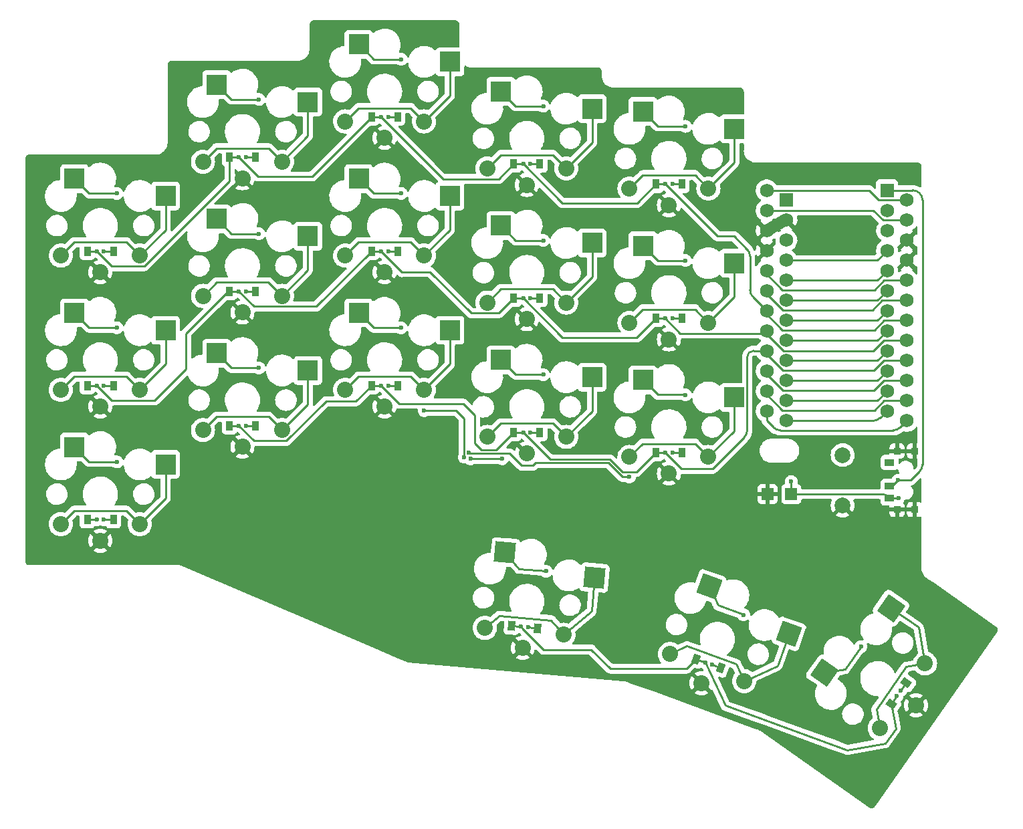
<source format=gbr>
%TF.GenerationSoftware,KiCad,Pcbnew,(6.0.7-1)-1*%
%TF.CreationDate,2022-09-04T19:21:53+10:00*%
%TF.ProjectId,Dusk 36,4475736b-2033-4362-9e6b-696361645f70,v1.0.0*%
%TF.SameCoordinates,Original*%
%TF.FileFunction,Copper,L2,Bot*%
%TF.FilePolarity,Positive*%
%FSLAX46Y46*%
G04 Gerber Fmt 4.6, Leading zero omitted, Abs format (unit mm)*
G04 Created by KiCad (PCBNEW (6.0.7-1)-1) date 2022-09-04 19:21:53*
%MOMM*%
%LPD*%
G01*
G04 APERTURE LIST*
G04 Aperture macros list*
%AMRotRect*
0 Rectangle, with rotation*
0 The origin of the aperture is its center*
0 $1 length*
0 $2 width*
0 $3 Rotation angle, in degrees counterclockwise*
0 Add horizontal line*
21,1,$1,$2,0,0,$3*%
G04 Aperture macros list end*
%TA.AperFunction,ComponentPad*%
%ADD10C,2.000000*%
%TD*%
%TA.AperFunction,ComponentPad*%
%ADD11C,2.032000*%
%TD*%
%TA.AperFunction,SMDPad,CuDef*%
%ADD12R,2.600000X2.600000*%
%TD*%
%TA.AperFunction,SMDPad,CuDef*%
%ADD13R,0.900000X1.200000*%
%TD*%
%TA.AperFunction,ComponentPad*%
%ADD14C,0.600000*%
%TD*%
%TA.AperFunction,SMDPad,CuDef*%
%ADD15RotRect,0.900000X1.200000X355.000000*%
%TD*%
%TA.AperFunction,SMDPad,CuDef*%
%ADD16RotRect,2.600000X2.600000X340.000000*%
%TD*%
%TA.AperFunction,SMDPad,CuDef*%
%ADD17RotRect,0.900000X1.200000X55.000000*%
%TD*%
%TA.AperFunction,SMDPad,CuDef*%
%ADD18R,1.500000X1.500000*%
%TD*%
%TA.AperFunction,ComponentPad*%
%ADD19R,1.752600X1.752600*%
%TD*%
%TA.AperFunction,ComponentPad*%
%ADD20C,1.752600*%
%TD*%
%TA.AperFunction,SMDPad,CuDef*%
%ADD21RotRect,2.600000X2.600000X55.000000*%
%TD*%
%TA.AperFunction,SMDPad,CuDef*%
%ADD22RotRect,2.600000X2.600000X355.000000*%
%TD*%
%TA.AperFunction,SMDPad,CuDef*%
%ADD23RotRect,0.900000X1.200000X340.000000*%
%TD*%
%TA.AperFunction,SMDPad,CuDef*%
%ADD24R,0.900000X0.900000*%
%TD*%
%TA.AperFunction,SMDPad,CuDef*%
%ADD25R,1.250000X0.900000*%
%TD*%
%TA.AperFunction,ViaPad*%
%ADD26C,0.600000*%
%TD*%
%TA.AperFunction,ViaPad*%
%ADD27C,0.800000*%
%TD*%
%TA.AperFunction,Conductor*%
%ADD28C,0.250000*%
%TD*%
%TA.AperFunction,Conductor*%
%ADD29C,1.500000*%
%TD*%
G04 APERTURE END LIST*
D10*
%TO.P,B1,1*%
%TO.N,GND*%
X233061447Y-107041164D03*
%TO.P,B1,2*%
%TO.N,RST*%
X233061447Y-100641164D03*
%TD*%
D11*
%TO.P,S36,1*%
%TO.N,P14*%
X243493999Y-127042192D03*
X237758235Y-135233713D03*
%TO.P,S36,2*%
%TO.N,GND*%
X242346336Y-132342463D03*
X242346336Y-132342463D03*
%TD*%
%TO.P,S16,1*%
%TO.N,P18*%
X180061439Y-75391167D03*
X170061439Y-75391167D03*
%TO.P,S16,2*%
%TO.N,GND*%
X175061439Y-77491167D03*
X175061439Y-77491167D03*
%TD*%
D12*
%TO.P,S19,1*%
%TO.N,index_bottom*%
X189786453Y-88591169D03*
%TO.P,S19,2*%
%TO.N,P15*%
X201336453Y-90791169D03*
%TD*%
D13*
%TO.P,D6,1*%
%TO.N,P4*%
X155411442Y-62941168D03*
D14*
X156611442Y-62941168D03*
%TO.P,D6,2*%
%TO.N,ring_top*%
X157511442Y-62941168D03*
D13*
X158711442Y-62941168D03*
%TD*%
D11*
%TO.P,S28,1*%
%TO.N,P14*%
X206061440Y-83891175D03*
X216061440Y-83891175D03*
%TO.P,S28,2*%
%TO.N,GND*%
X211061440Y-85991175D03*
X211061440Y-85991175D03*
%TD*%
D12*
%TO.P,S7,1*%
%TO.N,ring_bottom*%
X153786442Y-87741167D03*
%TO.P,S7,2*%
%TO.N,P19*%
X165336442Y-89941167D03*
%TD*%
D15*
%TO.P,D16,1*%
%TO.N,P7*%
X191134474Y-122284995D03*
D14*
X192329907Y-122389582D03*
D15*
%TO.P,D16,2*%
%TO.N,near_thumb*%
X194421916Y-122572609D03*
D14*
X193226483Y-122468022D03*
%TD*%
D12*
%TO.P,S25,1*%
%TO.N,inner_bottom*%
X207786452Y-91141167D03*
%TO.P,S25,2*%
%TO.N,P14*%
X219336452Y-93341167D03*
%TD*%
D14*
%TO.P,D1,1*%
%TO.N,P6*%
X138611446Y-108841166D03*
D13*
X137411446Y-108841166D03*
%TO.P,D1,2*%
%TO.N,pinky_bottom*%
X140711446Y-108841166D03*
D14*
X139511446Y-108841166D03*
%TD*%
D12*
%TO.P,S13,1*%
%TO.N,middle_bottom*%
X171786443Y-82641173D03*
%TO.P,S13,2*%
%TO.N,P18*%
X183336443Y-84841173D03*
%TD*%
D13*
%TO.P,D8,1*%
%TO.N,P5*%
X173411442Y-74841174D03*
D14*
X174611442Y-74841174D03*
D13*
%TO.P,D8,2*%
%TO.N,middle_home*%
X176711442Y-74841174D03*
D14*
X175511442Y-74841174D03*
%TD*%
%TO.P,D3,1*%
%TO.N,P4*%
X138611449Y-74841168D03*
D13*
X137411449Y-74841168D03*
%TO.P,D3,2*%
%TO.N,pinky_top*%
X140711449Y-74841168D03*
D14*
X139511449Y-74841168D03*
%TD*%
D13*
%TO.P,D5,1*%
%TO.N,P5*%
X155411445Y-79941170D03*
D14*
X156611445Y-79941170D03*
%TO.P,D5,2*%
%TO.N,ring_home*%
X157511445Y-79941170D03*
D13*
X158711445Y-79941170D03*
%TD*%
D11*
%TO.P,S18,1*%
%TO.N,P18*%
X180061444Y-58391168D03*
X170061444Y-58391168D03*
%TO.P,S18,2*%
%TO.N,GND*%
X175061444Y-60491168D03*
X175061444Y-60491168D03*
%TD*%
D12*
%TO.P,S5,1*%
%TO.N,pinky_top*%
X135786438Y-65641166D03*
%TO.P,S5,2*%
%TO.N,P20*%
X147336438Y-67841166D03*
%TD*%
D16*
%TO.P,S33,1*%
%TO.N,home_thumb*%
X216156598Y-117277573D03*
%TO.P,S33,2*%
%TO.N,P15*%
X226257603Y-123295229D03*
%TD*%
D14*
%TO.P,D18,1*%
%TO.N,P7*%
X239917486Y-131191105D03*
D17*
X239229194Y-132174088D03*
D14*
%TO.P,D18,2*%
%TO.N,far_thumb*%
X240433704Y-130453869D03*
D17*
X241121996Y-129470886D03*
%TD*%
D11*
%TO.P,S20,1*%
%TO.N,P15*%
X188061453Y-98341169D03*
X198061453Y-98341169D03*
%TO.P,S20,2*%
%TO.N,GND*%
X193061453Y-100441169D03*
X193061453Y-100441169D03*
%TD*%
D12*
%TO.P,S17,1*%
%TO.N,middle_top*%
X171786444Y-48641168D03*
%TO.P,S17,2*%
%TO.N,P18*%
X183336444Y-50841168D03*
%TD*%
%TO.P,S21,1*%
%TO.N,index_home*%
X189786439Y-71591169D03*
%TO.P,S21,2*%
%TO.N,P15*%
X201336439Y-73791169D03*
%TD*%
D18*
%TO.P,PAD1,1*%
%TO.N,BPos*%
X226561441Y-105591169D03*
%TD*%
D12*
%TO.P,S3,1*%
%TO.N,pinky_home*%
X135786447Y-82641163D03*
%TO.P,S3,2*%
%TO.N,P20*%
X147336447Y-84841163D03*
%TD*%
D14*
%TO.P,D12,1*%
%TO.N,P4*%
X192611444Y-63791175D03*
D13*
X191411444Y-63791175D03*
%TO.P,D12,2*%
%TO.N,index_top*%
X194711444Y-63791175D03*
D14*
X193511444Y-63791175D03*
%TD*%
D12*
%TO.P,S1,1*%
%TO.N,pinky_bottom*%
X135786440Y-99641160D03*
%TO.P,S1,2*%
%TO.N,P20*%
X147336440Y-101841160D03*
%TD*%
%TO.P,S15,1*%
%TO.N,middle_home*%
X171786439Y-65641167D03*
%TO.P,S15,2*%
%TO.N,P18*%
X183336439Y-67841167D03*
%TD*%
D11*
%TO.P,S26,1*%
%TO.N,P14*%
X216061452Y-100891167D03*
X206061452Y-100891167D03*
%TO.P,S26,2*%
%TO.N,GND*%
X211061452Y-102991167D03*
X211061452Y-102991167D03*
%TD*%
D19*
%TO.P,MCU1,1*%
%TO.N,RAW*%
X238681438Y-67121172D03*
D20*
%TO.P,MCU1,2*%
%TO.N,GND*%
X238681438Y-69661172D03*
%TO.P,MCU1,3*%
%TO.N,RST*%
X238681438Y-72201172D03*
%TO.P,MCU1,4*%
%TO.N,VCC*%
X238681438Y-74741172D03*
%TO.P,MCU1,5*%
%TO.N,P21*%
X238681438Y-77281172D03*
%TO.P,MCU1,6*%
%TO.N,P20*%
X238681438Y-79821172D03*
%TO.P,MCU1,7*%
%TO.N,P19*%
X238681438Y-82361172D03*
%TO.P,MCU1,8*%
%TO.N,P18*%
X238681438Y-84901172D03*
%TO.P,MCU1,9*%
%TO.N,P15*%
X238681438Y-87441172D03*
%TO.P,MCU1,10*%
%TO.N,P14*%
X238681438Y-89981172D03*
%TO.P,MCU1,11*%
%TO.N,P16*%
X238681438Y-92521172D03*
%TO.P,MCU1,12*%
%TO.N,P10*%
X238681438Y-95061172D03*
%TO.P,MCU1,13*%
%TO.N,P1*%
X223441438Y-67121172D03*
%TO.P,MCU1,14*%
%TO.N,P0*%
X223441438Y-69661172D03*
%TO.P,MCU1,15*%
%TO.N,GND*%
X223441438Y-72201172D03*
%TO.P,MCU1,16*%
X223441438Y-74741172D03*
%TO.P,MCU1,17*%
%TO.N,P2*%
X223441438Y-77281172D03*
%TO.P,MCU1,18*%
%TO.N,P3*%
X223441438Y-79821172D03*
%TO.P,MCU1,19*%
%TO.N,P4*%
X223441438Y-82361172D03*
%TO.P,MCU1,20*%
%TO.N,P5*%
X223441438Y-84901172D03*
%TO.P,MCU1,21*%
%TO.N,P6*%
X223441438Y-87441172D03*
%TO.P,MCU1,22*%
%TO.N,P7*%
X223441438Y-89981172D03*
%TO.P,MCU1,23*%
%TO.N,P8*%
X223441438Y-92521172D03*
%TO.P,MCU1,24*%
%TO.N,P9*%
X223441438Y-95061172D03*
%TD*%
D21*
%TO.P,S35,1*%
%TO.N,far_thumb*%
X230760922Y-128228305D03*
%TO.P,S35,2*%
%TO.N,P14*%
X239187864Y-120028967D03*
%TD*%
D11*
%TO.P,S24,1*%
%TO.N,P15*%
X198061438Y-64341167D03*
X188061438Y-64341167D03*
%TO.P,S24,2*%
%TO.N,GND*%
X193061438Y-66441167D03*
X193061438Y-66441167D03*
%TD*%
%TO.P,S2,1*%
%TO.N,P20*%
X144061440Y-109391160D03*
X134061440Y-109391160D03*
%TO.P,S2,2*%
%TO.N,GND*%
X139061440Y-111491160D03*
X139061440Y-111491160D03*
%TD*%
D12*
%TO.P,S27,1*%
%TO.N,inner_home*%
X207786440Y-74141175D03*
%TO.P,S27,2*%
%TO.N,P14*%
X219336440Y-76341175D03*
%TD*%
D22*
%TO.P,S31,1*%
%TO.N,near_thumb*%
X190317483Y-112978381D03*
%TO.P,S31,2*%
%TO.N,P18*%
X201631789Y-116176659D03*
%TD*%
D11*
%TO.P,S4,1*%
%TO.N,P20*%
X134061447Y-92391163D03*
X144061447Y-92391163D03*
%TO.P,S4,2*%
%TO.N,GND*%
X139061447Y-94491163D03*
X139061447Y-94491163D03*
%TD*%
%TO.P,S22,1*%
%TO.N,P15*%
X188061439Y-81341169D03*
X198061439Y-81341169D03*
%TO.P,S22,2*%
%TO.N,GND*%
X193061439Y-83441169D03*
X193061439Y-83441169D03*
%TD*%
%TO.P,S14,1*%
%TO.N,P18*%
X170061443Y-92391173D03*
X180061443Y-92391173D03*
%TO.P,S14,2*%
%TO.N,GND*%
X175061443Y-94491173D03*
X175061443Y-94491173D03*
%TD*%
D13*
%TO.P,D15,1*%
%TO.N,P4*%
X209411447Y-66341168D03*
D14*
X210611447Y-66341168D03*
D13*
%TO.P,D15,2*%
%TO.N,inner_top*%
X212711447Y-66341168D03*
D14*
X211511447Y-66341168D03*
%TD*%
%TO.P,D13,1*%
%TO.N,P6*%
X210611444Y-100341176D03*
D13*
X209411444Y-100341176D03*
D14*
%TO.P,D13,2*%
%TO.N,inner_bottom*%
X211511444Y-100341176D03*
D13*
X212711444Y-100341176D03*
%TD*%
D23*
%TO.P,D17,1*%
%TO.N,P7*%
X214537016Y-126478525D03*
D14*
X215664647Y-126888949D03*
%TO.P,D17,2*%
%TO.N,home_thumb*%
X216510371Y-127196767D03*
D23*
X217638002Y-127607191D03*
%TD*%
D11*
%TO.P,S8,1*%
%TO.N,P19*%
X162061442Y-97491167D03*
X152061442Y-97491167D03*
%TO.P,S8,2*%
%TO.N,GND*%
X157061442Y-99591167D03*
X157061442Y-99591167D03*
%TD*%
%TO.P,S32,1*%
%TO.N,P18*%
X197711226Y-123412494D03*
X187749279Y-122540936D03*
%TO.P,S32,2*%
%TO.N,GND*%
X192547225Y-125068724D03*
X192547225Y-125068724D03*
%TD*%
D13*
%TO.P,D11,1*%
%TO.N,P5*%
X191411444Y-80791162D03*
D14*
X192611444Y-80791162D03*
%TO.P,D11,2*%
%TO.N,index_home*%
X193511444Y-80791162D03*
D13*
X194711444Y-80791162D03*
%TD*%
D12*
%TO.P,S11,1*%
%TO.N,ring_top*%
X153786439Y-53741165D03*
%TO.P,S11,2*%
%TO.N,P19*%
X165336439Y-55941165D03*
%TD*%
D24*
%TO.P,T2,*%
%TO.N,GND*%
X239961444Y-100141167D03*
X242161444Y-100141167D03*
X239961444Y-107541167D03*
X242161444Y-107541167D03*
D25*
%TO.P,T2,1*%
%TO.N,N/C*%
X238986444Y-101591167D03*
%TO.P,T2,2*%
%TO.N,RAW*%
X238986444Y-104591167D03*
%TO.P,T2,3*%
%TO.N,BPos*%
X238986444Y-106091167D03*
%TD*%
D12*
%TO.P,S23,1*%
%TO.N,index_top*%
X189786438Y-54591167D03*
%TO.P,S23,2*%
%TO.N,P15*%
X201336438Y-56791167D03*
%TD*%
D18*
%TO.P,PAD2,1*%
%TO.N,GND*%
X223561448Y-105591175D03*
%TD*%
D13*
%TO.P,D14,1*%
%TO.N,P5*%
X209411440Y-83341165D03*
D14*
X210611440Y-83341165D03*
D13*
%TO.P,D14,2*%
%TO.N,inner_home*%
X212711440Y-83341165D03*
D14*
X211511440Y-83341165D03*
%TD*%
%TO.P,D7,1*%
%TO.N,P6*%
X174611437Y-91841170D03*
D13*
X173411437Y-91841170D03*
D14*
%TO.P,D7,2*%
%TO.N,middle_bottom*%
X175511437Y-91841170D03*
D13*
X176711437Y-91841170D03*
%TD*%
%TO.P,D10,1*%
%TO.N,P6*%
X191411448Y-97791167D03*
D14*
X192611448Y-97791167D03*
D13*
%TO.P,D10,2*%
%TO.N,index_bottom*%
X194711448Y-97791167D03*
D14*
X193511448Y-97791167D03*
%TD*%
D11*
%TO.P,S30,1*%
%TO.N,P14*%
X206061446Y-66891168D03*
X216061446Y-66891168D03*
%TO.P,S30,2*%
%TO.N,GND*%
X211061446Y-68991168D03*
X211061446Y-68991168D03*
%TD*%
D12*
%TO.P,S9,1*%
%TO.N,ring_home*%
X153786445Y-70741170D03*
%TO.P,S9,2*%
%TO.N,P19*%
X165336445Y-72941170D03*
%TD*%
D11*
%TO.P,S34,1*%
%TO.N,P15*%
X211200931Y-125849591D03*
X220597858Y-129269793D03*
%TO.P,S34,2*%
%TO.N,GND*%
X215181152Y-129533046D03*
X215181152Y-129533046D03*
%TD*%
%TO.P,S12,1*%
%TO.N,P19*%
X152061439Y-63491165D03*
X162061439Y-63491165D03*
%TO.P,S12,2*%
%TO.N,GND*%
X157061439Y-65591165D03*
X157061439Y-65591165D03*
%TD*%
D13*
%TO.P,D4,1*%
%TO.N,P6*%
X155411444Y-96941166D03*
D14*
X156611444Y-96941166D03*
D13*
%TO.P,D4,2*%
%TO.N,ring_bottom*%
X158711444Y-96941166D03*
D14*
X157511444Y-96941166D03*
%TD*%
%TO.P,D9,1*%
%TO.N,P4*%
X174611442Y-57841165D03*
D13*
X173411442Y-57841165D03*
D14*
%TO.P,D9,2*%
%TO.N,middle_top*%
X175511442Y-57841165D03*
D13*
X176711442Y-57841165D03*
%TD*%
%TO.P,D2,1*%
%TO.N,P5*%
X137411440Y-91841171D03*
D14*
X138611440Y-91841171D03*
%TO.P,D2,2*%
%TO.N,pinky_home*%
X139511440Y-91841171D03*
D13*
X140711440Y-91841171D03*
%TD*%
D11*
%TO.P,S10,1*%
%TO.N,P19*%
X152061445Y-80491170D03*
X162061445Y-80491170D03*
%TO.P,S10,2*%
%TO.N,GND*%
X157061445Y-82591170D03*
X157061445Y-82591170D03*
%TD*%
D12*
%TO.P,S29,1*%
%TO.N,inner_top*%
X207786446Y-57141168D03*
%TO.P,S29,2*%
%TO.N,P14*%
X219336446Y-59341168D03*
%TD*%
D11*
%TO.P,S6,1*%
%TO.N,P20*%
X134061438Y-75391166D03*
X144061438Y-75391166D03*
%TO.P,S6,2*%
%TO.N,GND*%
X139061438Y-77491166D03*
X139061438Y-77491166D03*
%TD*%
D19*
%TO.P,MCU2,1*%
%TO.N,RAW*%
X225941442Y-68371168D03*
D20*
%TO.P,MCU2,2*%
%TO.N,GND*%
X225941442Y-70911168D03*
%TO.P,MCU2,3*%
%TO.N,RST*%
X225941442Y-73451168D03*
%TO.P,MCU2,4*%
%TO.N,VCC*%
X225941442Y-75991168D03*
%TO.P,MCU2,5*%
%TO.N,P21*%
X225941442Y-78531168D03*
%TO.P,MCU2,6*%
%TO.N,P20*%
X225941442Y-81071168D03*
%TO.P,MCU2,7*%
%TO.N,P19*%
X225941442Y-83611168D03*
%TO.P,MCU2,8*%
%TO.N,P18*%
X225941442Y-86151168D03*
%TO.P,MCU2,9*%
%TO.N,P15*%
X225941442Y-88691168D03*
%TO.P,MCU2,10*%
%TO.N,P14*%
X225941442Y-91231168D03*
%TO.P,MCU2,11*%
%TO.N,P16*%
X225941442Y-93771168D03*
%TO.P,MCU2,12*%
%TO.N,P10*%
X225941442Y-96311168D03*
%TO.P,MCU2,13*%
%TO.N,P1*%
X241181442Y-68371168D03*
%TO.P,MCU2,14*%
%TO.N,P0*%
X241181442Y-70911168D03*
%TO.P,MCU2,15*%
%TO.N,GND*%
X241181442Y-73451168D03*
%TO.P,MCU2,16*%
X241181442Y-75991168D03*
%TO.P,MCU2,17*%
%TO.N,P2*%
X241181442Y-78531168D03*
%TO.P,MCU2,18*%
%TO.N,P3*%
X241181442Y-81071168D03*
%TO.P,MCU2,19*%
%TO.N,P4*%
X241181442Y-83611168D03*
%TO.P,MCU2,20*%
%TO.N,P5*%
X241181442Y-86151168D03*
%TO.P,MCU2,21*%
%TO.N,P6*%
X241181442Y-88691168D03*
%TO.P,MCU2,22*%
%TO.N,P7*%
X241181442Y-91231168D03*
%TO.P,MCU2,23*%
%TO.N,P8*%
X241181442Y-93771168D03*
%TO.P,MCU2,24*%
%TO.N,P9*%
X241181442Y-96311168D03*
%TD*%
D26*
%TO.N,pinky_bottom*%
X141158837Y-101516174D03*
D27*
%TO.N,GND*%
X207881851Y-62081498D03*
D26*
%TO.N,pinky_home*%
X141158843Y-84516173D03*
%TO.N,pinky_top*%
X141158841Y-67516175D03*
%TO.N,ring_bottom*%
X159158848Y-89616164D03*
%TO.N,ring_home*%
X159150953Y-72624069D03*
%TO.N,ring_top*%
X159150949Y-55624068D03*
%TO.N,middle_bottom*%
X177150941Y-84524059D03*
%TO.N,P18*%
X180061442Y-95021546D03*
X185148369Y-100924718D03*
%TO.N,middle_home*%
X177158831Y-67516170D03*
%TO.N,middle_top*%
X177158849Y-50516173D03*
%TO.N,index_bottom*%
X195158842Y-90466162D03*
%TO.N,P15*%
X189955691Y-101117724D03*
X185924227Y-101117720D03*
%TO.N,index_home*%
X195158839Y-73466171D03*
%TO.N,index_top*%
X195158842Y-56466175D03*
%TO.N,inner_bottom*%
X213150935Y-93024060D03*
%TO.N,P14*%
X206061450Y-103411960D03*
X185731650Y-100341757D03*
%TO.N,inner_home*%
X213158841Y-76016171D03*
%TO.N,inner_top*%
X213158839Y-59016175D03*
%TO.N,near_thumb*%
X195508101Y-115360703D03*
%TO.N,home_thumb*%
X220549934Y-120891719D03*
%TO.N,far_thumb*%
X235377762Y-124903755D03*
%TO.N,RAW*%
X240073058Y-103832640D03*
%TO.N,BPos*%
X240114530Y-106091173D03*
X226561438Y-103994257D03*
%TD*%
D28*
%TO.N,pinky_bottom*%
X139511438Y-108841171D02*
X140711440Y-108841168D01*
X139772134Y-101516167D02*
X141158837Y-101516174D01*
X135786442Y-99641172D02*
X137661440Y-101516170D01*
X137661440Y-101516170D02*
X139772134Y-101516167D01*
%TO.N,P20*%
X142371012Y-90700730D02*
X144061440Y-92391176D01*
X225941446Y-81071169D02*
X237431445Y-81071167D01*
X142370999Y-107700725D02*
X144061437Y-109391169D01*
X147336444Y-106116166D02*
X144061437Y-109391169D01*
X134061450Y-109391170D02*
X135751874Y-107700733D01*
X147336451Y-67841170D02*
X147336435Y-72116168D01*
X237431445Y-81071167D02*
X238681437Y-79821176D01*
X135751886Y-90700725D02*
X142371012Y-90700730D01*
X147336439Y-89116171D02*
X144061440Y-92391176D01*
X134061440Y-92391169D02*
X135751886Y-90700725D01*
X147336435Y-72116168D02*
X144061443Y-75391161D01*
X134061438Y-75391171D02*
X135751884Y-73700733D01*
X147336443Y-101841158D02*
X147336444Y-106116166D01*
X135751874Y-107700733D02*
X142370999Y-107700725D01*
X135751884Y-73700733D02*
X142371007Y-73700731D01*
X147336442Y-84841170D02*
X147336439Y-89116171D01*
X142371007Y-73700731D02*
X144061443Y-75391161D01*
%TO.N,GND*%
X225760000Y-70862552D02*
X225941438Y-70911168D01*
X225759996Y-70862553D02*
X225941438Y-70911169D01*
D29*
X223441440Y-72201176D02*
X225760000Y-70862552D01*
D28*
%TO.N,P6*%
X187331650Y-99991758D02*
X189210856Y-99991761D01*
X216613946Y-102391758D02*
X220606946Y-98398757D01*
X192611444Y-97791166D02*
X196012038Y-101191756D01*
X189210856Y-99991761D02*
X191411447Y-97791167D01*
X223441437Y-87890064D02*
X225486903Y-89935524D01*
X203581655Y-101191759D02*
X205164347Y-102774450D01*
X174611437Y-91841169D02*
X176912025Y-94141757D01*
X206978167Y-102774451D02*
X209411445Y-100341178D01*
X186481652Y-95631652D02*
X186481652Y-99141756D01*
X171421252Y-93831356D02*
X173411443Y-91841164D01*
X167642053Y-93831352D02*
X171421252Y-93831356D01*
X184991757Y-94141757D02*
X186481652Y-95631652D01*
X137411438Y-108841170D02*
X138611448Y-108841165D01*
X210611442Y-100341161D02*
X209411440Y-100341173D01*
X210611439Y-100341177D02*
X212662017Y-102391758D01*
X186481652Y-99141756D02*
X187331650Y-99991758D01*
X156611449Y-96941173D02*
X158512031Y-98841756D01*
X176912025Y-94141757D02*
X184991757Y-94141757D01*
X158512031Y-98841756D02*
X162631653Y-98841757D01*
X212662017Y-102391758D02*
X216613946Y-102391758D01*
X225486903Y-89935524D02*
X237028193Y-89935531D01*
X238272550Y-88691169D02*
X241181438Y-88691165D01*
X220973064Y-97514875D02*
X220973062Y-88241171D01*
X237028193Y-89935531D02*
X238272550Y-88691169D01*
X174611435Y-91841161D02*
X173411444Y-91841171D01*
X192611433Y-97791181D02*
X191411437Y-97791169D01*
X221773065Y-87441170D02*
X223441440Y-87441167D01*
X205164347Y-102774450D02*
X206978167Y-102774451D01*
X156611442Y-96941180D02*
X155411449Y-96941170D01*
X196012038Y-101191756D02*
X203581655Y-101191759D01*
X223441441Y-87441173D02*
X223441437Y-87890064D01*
X162631653Y-98841757D02*
X167642053Y-93831352D01*
X220973054Y-97514875D02*
G75*
G02*
X220606945Y-98398756I-1249954J-25D01*
G01*
X221773065Y-87441162D02*
G75*
G03*
X220973062Y-88241171I35J-800038D01*
G01*
%TO.N,pinky_home*%
X139511429Y-91841172D02*
X140711446Y-91841173D01*
X139822133Y-84516162D02*
X141158843Y-84516173D01*
X137661444Y-84516163D02*
X139822133Y-84516162D01*
X135786436Y-82641166D02*
X137661444Y-84516163D01*
%TO.N,P5*%
X189520435Y-82682165D02*
X191411439Y-80791159D01*
X174611443Y-74841173D02*
X177252912Y-77482638D01*
X225581242Y-87489867D02*
X236933851Y-87489865D01*
X212502450Y-85232175D02*
X223110438Y-85232166D01*
X149923062Y-89732644D02*
X149923061Y-85232637D01*
X180823061Y-77482638D02*
X186022589Y-82682167D01*
X149923061Y-85232637D02*
X155214536Y-79941170D01*
X206978153Y-85774449D02*
X209411434Y-83341164D01*
X223441441Y-85350063D02*
X225581242Y-87489867D01*
X210611442Y-83341185D02*
X209411441Y-83341182D01*
X138611439Y-91841163D02*
X137411446Y-91841178D01*
X138611438Y-91841161D02*
X140502437Y-93732171D01*
X238272550Y-86151171D02*
X241181439Y-86151170D01*
X156611444Y-79941171D02*
X158502439Y-81832166D01*
X155214536Y-79941170D02*
X155411444Y-79941174D01*
X140502437Y-93732171D02*
X145923533Y-93732168D01*
X158502439Y-81832166D02*
X166420445Y-81832163D01*
X166420445Y-81832163D02*
X173411444Y-74841163D01*
X197594725Y-85774454D02*
X206978153Y-85774449D01*
X145923533Y-93732168D02*
X149923062Y-89732644D01*
X223441438Y-84901173D02*
X223441441Y-85350063D01*
X210611450Y-83341167D02*
X212502450Y-85232175D01*
X192611442Y-80791163D02*
X197594725Y-85774454D01*
X192611442Y-80791167D02*
X191411443Y-80791166D01*
X236933851Y-87489865D02*
X238272550Y-86151171D01*
X223110438Y-85232166D02*
X223441443Y-84901167D01*
X174611444Y-74841172D02*
X173411437Y-74841168D01*
X156611450Y-79941174D02*
X155411444Y-79941172D01*
X186022589Y-82682167D02*
X189520435Y-82682165D01*
X177252912Y-77482638D02*
X180823061Y-77482638D01*
%TO.N,pinky_top*%
X140572136Y-67516170D02*
X141158841Y-67516175D01*
X137661442Y-67516166D02*
X140572136Y-67516170D01*
X139511457Y-74841173D02*
X140711442Y-74841168D01*
X135786442Y-65641168D02*
X137661442Y-67516166D01*
%TO.N,P4*%
X144616897Y-76732171D02*
X155411440Y-65937633D01*
X155411440Y-62941163D02*
X156611437Y-62941168D01*
X192611440Y-63791173D02*
X191411447Y-63791179D01*
X140502445Y-76732171D02*
X144616897Y-76732171D01*
X223441437Y-82810063D02*
X225443843Y-84812466D01*
X210611443Y-66341164D02*
X209411440Y-66341165D01*
X138611440Y-74841171D02*
X140502445Y-76732171D01*
X219323063Y-72932651D02*
X220956944Y-74566524D01*
X225443843Y-84812466D02*
X237071246Y-84812471D01*
X174611448Y-57841172D02*
X173411449Y-57841170D01*
X182452446Y-65682173D02*
X189520441Y-65682169D01*
X174611438Y-57841173D02*
X182452446Y-65682173D01*
X138611443Y-74841178D02*
X137411437Y-74841158D01*
X221689173Y-80608912D02*
X223441436Y-82361177D01*
X238272551Y-83611167D02*
X241181442Y-83611167D01*
X156611440Y-62941169D02*
X159044715Y-65374448D01*
X197552911Y-68732641D02*
X207019971Y-68732641D01*
X207019971Y-68732641D02*
X209411441Y-66341164D01*
X223441440Y-82361176D02*
X223441437Y-82810063D01*
X159044715Y-65374448D02*
X165878161Y-65374443D01*
X217202916Y-72932639D02*
X219323063Y-72932651D01*
X237071246Y-84812471D02*
X238272551Y-83611167D01*
X189520441Y-65682169D02*
X191411439Y-63791167D01*
X192611443Y-63791169D02*
X197552911Y-68732641D01*
X155411440Y-65937633D02*
X155411439Y-62941176D01*
X165878161Y-65374443D02*
X173411439Y-57841171D01*
X221323062Y-75450410D02*
X221323059Y-79725029D01*
X210611438Y-66341167D02*
X217202916Y-72932639D01*
X220956941Y-74566527D02*
G75*
G02*
X221323062Y-75450410I-883841J-883873D01*
G01*
X221689180Y-80608905D02*
G75*
G02*
X221323059Y-79725029I883920J883905D01*
G01*
%TO.N,ring_bottom*%
X157511435Y-96941177D02*
X158711445Y-96941170D01*
X153786441Y-87741163D02*
X155661445Y-89616158D01*
X155661445Y-89616158D02*
X157872139Y-89616171D01*
X157872139Y-89616171D02*
X159158848Y-89616164D01*
%TO.N,P19*%
X165336443Y-72941166D02*
X165336450Y-77216166D01*
X165336437Y-60216162D02*
X162061445Y-63491173D01*
X152061439Y-97491168D02*
X153751887Y-95800737D01*
X225941440Y-83611164D02*
X237431444Y-83611169D01*
X160370995Y-61800735D02*
X162061445Y-63491173D01*
X153771941Y-78780672D02*
X160350942Y-78780670D01*
X153751887Y-95800737D02*
X160371000Y-95800728D01*
X165336444Y-55941167D02*
X165336437Y-60216162D01*
X165336445Y-94216168D02*
X162061445Y-97491170D01*
X165336446Y-89941164D02*
X165336445Y-94216168D01*
X152061439Y-63491170D02*
X153751878Y-61800736D01*
X160350942Y-78780670D02*
X162061448Y-80491171D01*
X153751878Y-61800736D02*
X160370995Y-61800735D01*
X237431444Y-83611169D02*
X238681438Y-82361171D01*
X165336450Y-77216166D02*
X162061448Y-80491171D01*
X160371000Y-95800728D02*
X162061445Y-97491170D01*
X152061443Y-80491164D02*
X153771941Y-78780672D01*
%TO.N,ring_home*%
X159143050Y-72616171D02*
X159150953Y-72624069D01*
X153786452Y-70741168D02*
X155661445Y-72616168D01*
X157511444Y-79941171D02*
X158711441Y-79941173D01*
X155661445Y-72616168D02*
X159143050Y-72616171D01*
%TO.N,ring_top*%
X153786451Y-53741174D02*
X155661448Y-55616164D01*
X159143061Y-55616172D02*
X159150949Y-55624068D01*
X155661448Y-55616164D02*
X159143061Y-55616172D01*
X157511444Y-62941174D02*
X158711446Y-62941175D01*
%TO.N,middle_bottom*%
X177143045Y-84516165D02*
X177150941Y-84524059D01*
X175511442Y-91841165D02*
X176711450Y-91841170D01*
X173661442Y-84516168D02*
X177143045Y-84516165D01*
X171786435Y-82641158D02*
X173661442Y-84516168D01*
%TO.N,P18*%
X185148369Y-100924718D02*
X185138024Y-100924718D01*
X189591336Y-120995260D02*
X196165553Y-121570431D01*
X170061439Y-58391167D02*
X171751876Y-56700735D01*
X171751891Y-90700731D02*
X178370997Y-90700724D01*
X185138024Y-100924718D02*
X185106653Y-100893347D01*
X183336442Y-72116172D02*
X180061447Y-75391165D01*
X183336441Y-50841173D02*
X183336436Y-55116177D01*
X183336440Y-67841174D02*
X183336442Y-72116172D01*
X171751885Y-73700727D02*
X178371010Y-73700725D01*
X178371001Y-56700730D02*
X180061451Y-58391175D01*
X183336436Y-55116177D02*
X180061451Y-58391175D01*
X187749272Y-122540925D02*
X189591336Y-120995260D01*
X201631780Y-116176655D02*
X201259185Y-120435379D01*
X196165553Y-121570431D02*
X197711220Y-123412484D01*
X185148369Y-100924718D02*
X185106650Y-100882999D01*
X170061436Y-92391166D02*
X171751891Y-90700731D01*
X171751876Y-56700735D02*
X178371001Y-56700730D01*
X237431445Y-86151167D02*
X238681443Y-84901175D01*
X178370997Y-90700724D02*
X180061438Y-92391168D01*
X225941441Y-86151167D02*
X237431445Y-86151167D01*
X185106650Y-100882999D02*
X185106650Y-96006650D01*
X170061438Y-75391174D02*
X171751885Y-73700727D01*
X184121546Y-95021546D02*
X180061442Y-95021546D01*
X201259185Y-120435379D02*
X197711224Y-123412488D01*
X185106650Y-96006650D02*
X184121546Y-95021546D01*
X183336442Y-84841165D02*
X183336441Y-89116172D01*
X183336441Y-89116172D02*
X180061438Y-92391168D01*
X178371010Y-73700725D02*
X180061447Y-75391165D01*
%TO.N,middle_home*%
X173661436Y-67516176D02*
X177158831Y-67516170D01*
X175511442Y-74841165D02*
X176711442Y-74841168D01*
X171786440Y-65641170D02*
X173661436Y-67516176D01*
%TO.N,middle_top*%
X175511434Y-57841170D02*
X176711438Y-57841170D01*
X175822140Y-50516171D02*
X177158849Y-50516173D01*
X173661434Y-50516171D02*
X175822140Y-50516171D01*
X171786440Y-48641173D02*
X173661434Y-50516171D01*
%TO.N,index_bottom*%
X189786446Y-88591169D02*
X191661450Y-90466166D01*
X191661450Y-90466166D02*
X195158842Y-90466162D01*
X193511438Y-97791165D02*
X194711437Y-97791173D01*
%TO.N,P15*%
X224795462Y-127312420D02*
X220597862Y-129269790D01*
X189751882Y-96650728D02*
X196371009Y-96650744D01*
X213342590Y-124850921D02*
X219599191Y-127128133D01*
X219599191Y-127128133D02*
X220597863Y-129269786D01*
X211200933Y-125849586D02*
X213342590Y-124850921D01*
X196350935Y-62630677D02*
X198061445Y-64341172D01*
X226257609Y-123295225D02*
X224795462Y-127312420D01*
X196371009Y-96650744D02*
X198061436Y-98341176D01*
X188061434Y-64341168D02*
X189771947Y-62630669D01*
X188061450Y-98341170D02*
X189751882Y-96650728D01*
X201336439Y-78066167D02*
X198061447Y-81341161D01*
X201336445Y-73791173D02*
X201336439Y-78066167D01*
X201336443Y-90791173D02*
X201336440Y-95066165D01*
X185924227Y-101117720D02*
X189605688Y-101117722D01*
X188061435Y-81341169D02*
X189771945Y-79630672D01*
X201336441Y-61066174D02*
X198061445Y-64341172D01*
X189605688Y-101117722D02*
X189955691Y-101117724D01*
X225941440Y-88691170D02*
X237431443Y-88691166D01*
X189771947Y-62630669D02*
X196350935Y-62630677D01*
X237431443Y-88691166D02*
X238681439Y-87441177D01*
X201336440Y-95066165D02*
X198061436Y-98341176D01*
X201336441Y-56791176D02*
X201336441Y-61066174D01*
X196350938Y-79630673D02*
X198061447Y-81341161D01*
X189771945Y-79630672D02*
X196350938Y-79630673D01*
%TO.N,index_home*%
X191661443Y-73466167D02*
X195158839Y-73466171D01*
X193511447Y-80791170D02*
X194711441Y-80791160D01*
X189786443Y-71591173D02*
X191661443Y-73466167D01*
%TO.N,index_top*%
X193511440Y-63791167D02*
X194711441Y-63791168D01*
X191661449Y-56466178D02*
X193772140Y-56466178D01*
X189786441Y-54591171D02*
X191661449Y-56466178D01*
X193772140Y-56466178D02*
X195158842Y-56466175D01*
%TO.N,inner_bottom*%
X211511452Y-100341172D02*
X212711437Y-100341175D01*
X213143050Y-93016171D02*
X213150935Y-93024060D01*
X209661452Y-93016178D02*
X213143050Y-93016171D01*
X207786440Y-91141164D02*
X209661452Y-93016178D01*
%TO.N,P14*%
X206061441Y-66891172D02*
X207751878Y-65200729D01*
X242689751Y-122481009D02*
X243494009Y-127042198D01*
X207751878Y-65200729D02*
X214370996Y-65200727D01*
X207751875Y-99200733D02*
X214371007Y-99200731D01*
X219336444Y-93341167D02*
X219336449Y-97616165D01*
X239187877Y-120028969D02*
X242689751Y-122481009D01*
X225941439Y-91231174D02*
X237431445Y-91231166D01*
X205165459Y-103411961D02*
X206061450Y-103411960D01*
X192431651Y-101991758D02*
X193831653Y-101991756D01*
X241113831Y-127461873D02*
X243494009Y-127042198D01*
X194181654Y-101641755D02*
X203395257Y-101641756D01*
X214371007Y-99200731D02*
X216061442Y-100891164D01*
X219336449Y-97616165D02*
X216061442Y-100891164D01*
X206061443Y-100891169D02*
X207751875Y-99200733D01*
X237758246Y-135233716D02*
X237338559Y-132853536D01*
X214370996Y-65200727D02*
X216061439Y-66891160D01*
X219336437Y-80616162D02*
X216061441Y-83891161D01*
X185831651Y-100441755D02*
X190881653Y-100441758D01*
X185731650Y-100341757D02*
X185831651Y-100441755D01*
X219336440Y-59341162D02*
X219336441Y-63616177D01*
X203395257Y-101641756D02*
X205165459Y-103411961D01*
X206061439Y-83891161D02*
X207751892Y-82200727D01*
X219336445Y-76341169D02*
X219336437Y-80616162D01*
X207751892Y-82200727D02*
X214371006Y-82200726D01*
X214371006Y-82200726D02*
X216061441Y-83891161D01*
X237431445Y-91231166D02*
X238681443Y-89981176D01*
X219336441Y-63616177D02*
X216061439Y-66891160D01*
X193831653Y-101991756D02*
X194181654Y-101641755D01*
X190881653Y-100441758D02*
X192431651Y-101991758D01*
X237338559Y-132853536D02*
X241113831Y-127461873D01*
%TO.N,inner_home*%
X211511442Y-83341175D02*
X212711446Y-83341168D01*
X207786446Y-74141169D02*
X209661442Y-76016170D01*
X209661442Y-76016170D02*
X213158841Y-76016171D01*
%TO.N,inner_top*%
X211511450Y-66341162D02*
X212711445Y-66341174D01*
X207786434Y-57141173D02*
X209661442Y-59016173D01*
X209661442Y-59016173D02*
X213158839Y-59016175D01*
%TO.N,near_thumb*%
X193226478Y-122468037D02*
X194421914Y-122572610D01*
X192063621Y-115059348D02*
X195508101Y-115360703D01*
X190317479Y-112978377D02*
X192063621Y-115059348D01*
%TO.N,P7*%
X239774755Y-135268124D02*
X238465495Y-137137939D01*
X223441439Y-90430059D02*
X225503612Y-92492240D01*
X215664646Y-126888941D02*
X218228092Y-132386264D01*
X201231652Y-125291755D02*
X203631655Y-127691759D01*
X192329906Y-122389578D02*
X192601482Y-122661156D01*
X203631655Y-127691759D02*
X213323777Y-127691757D01*
X238272554Y-91231168D02*
X241181443Y-91231167D01*
X195166337Y-125291756D02*
X201231652Y-125291755D01*
X218228092Y-132386264D02*
X223755286Y-134397997D01*
X213323777Y-127691757D02*
X214537010Y-126478524D01*
X192329902Y-122389577D02*
X191134475Y-122284995D01*
X225503612Y-92492240D02*
X237011481Y-92492242D01*
X192601482Y-122661156D02*
X192601484Y-122726905D01*
X192601484Y-122726905D02*
X195166337Y-125291756D01*
X239229193Y-132174092D02*
X239774755Y-135268124D01*
X223755286Y-134397997D02*
X231998679Y-137398347D01*
X215664647Y-126888950D02*
X214537014Y-126478526D01*
X237011481Y-92492242D02*
X238272554Y-91231168D01*
X238465495Y-137137939D02*
X233627162Y-137991067D01*
X223441443Y-89981172D02*
X223441439Y-90430059D01*
X231998679Y-137398347D02*
X233627162Y-137991067D01*
X239917482Y-131191103D02*
X239229193Y-132174092D01*
%TO.N,home_thumb*%
X217277226Y-119680784D02*
X220538837Y-120867909D01*
X216156591Y-117277571D02*
X217277226Y-119680784D01*
X216510365Y-127196767D02*
X217637999Y-127607181D01*
X220538837Y-120867909D02*
X220549934Y-120891719D01*
%TO.N,far_thumb*%
X240433698Y-130453871D02*
X241121994Y-129470884D01*
X230760931Y-128228310D02*
X233372303Y-127767851D01*
X233372303Y-127767851D02*
X235377762Y-124903755D01*
%TO.N,RAW*%
X240073058Y-103832640D02*
X239314538Y-104591172D01*
X239314538Y-104591172D02*
X238986449Y-104591169D01*
X243173426Y-101848372D02*
X243173424Y-68371175D01*
X240073058Y-103832640D02*
X241706920Y-103832646D01*
X241706920Y-103832646D02*
X242807310Y-102732249D01*
X241923425Y-67121176D02*
X238681439Y-67121175D01*
X243173424Y-68371175D02*
G75*
G03*
X241923425Y-67121176I-1250024J-25D01*
G01*
X243173394Y-101848372D02*
G75*
G02*
X242807310Y-102732249I-1249994J-28D01*
G01*
%TO.N,VCC*%
X225941442Y-75991172D02*
X237431446Y-75991167D01*
X237431446Y-75991167D02*
X238681441Y-74741177D01*
%TO.N,P21*%
X225941442Y-78531171D02*
X237431447Y-78531170D01*
X237431447Y-78531170D02*
X238681445Y-77281174D01*
%TO.N,P16*%
X225941442Y-93771168D02*
X237431440Y-93771167D01*
X237431440Y-93771167D02*
X238681439Y-92521171D01*
%TO.N,P10*%
X225941440Y-96311171D02*
X236913676Y-96311172D01*
X237797560Y-95945056D02*
X238681440Y-95061179D01*
X237797566Y-95945062D02*
G75*
G02*
X236913676Y-96311172I-883866J883862D01*
G01*
%TO.N,P1*%
X236400675Y-67121174D02*
X237650668Y-68371168D01*
X223441439Y-67121174D02*
X236400675Y-67121174D01*
X237650668Y-68371168D02*
X241181439Y-68371168D01*
%TO.N,P0*%
X236942361Y-69661175D02*
X238192358Y-70911167D01*
X238192358Y-70911167D02*
X241181436Y-70911171D01*
X223441437Y-69661172D02*
X236942361Y-69661175D01*
%TO.N,P2*%
X223441438Y-77760251D02*
X225423435Y-79742239D01*
X237061478Y-79742242D02*
X238272553Y-78531167D01*
X223441441Y-77281175D02*
X223441438Y-77760251D01*
X238272553Y-78531167D02*
X241181441Y-78531172D01*
X225423435Y-79742239D02*
X237061478Y-79742242D01*
%TO.N,P3*%
X223441442Y-80270064D02*
X225463616Y-82292240D01*
X236846773Y-82292241D02*
X238067838Y-81071166D01*
X238067838Y-81071166D02*
X241181440Y-81071162D01*
X225463616Y-82292240D02*
X236846773Y-82292241D01*
X223441436Y-79821172D02*
X223441442Y-80270064D01*
%TO.N,P8*%
X238272550Y-93771170D02*
X241181440Y-93771169D01*
X223441435Y-92521173D02*
X223441445Y-92970063D01*
X237071245Y-94972472D02*
X238272550Y-93771170D01*
X223441445Y-92970063D02*
X225443847Y-94972468D01*
X225443847Y-94972468D02*
X237071245Y-94972472D01*
%TO.N,P9*%
X223441440Y-95061174D02*
X223441445Y-96300447D01*
X223441445Y-96300447D02*
X224287341Y-97146352D01*
X225171226Y-97512469D02*
X239462376Y-97512470D01*
X240346258Y-97146352D02*
X241181442Y-96311163D01*
X239462376Y-97512459D02*
G75*
G03*
X240346257Y-97146351I24J1249959D01*
G01*
X224287335Y-97146358D02*
G75*
G03*
X225171226Y-97512469I883865J883858D01*
G01*
%TO.N,BPos*%
X226561441Y-105591169D02*
X226561438Y-103994257D01*
X238986453Y-106091167D02*
X240114530Y-106091173D01*
X226561441Y-105591169D02*
X237968680Y-105591164D01*
X238852561Y-105957275D02*
X238986453Y-106091167D01*
X237968680Y-105591187D02*
G75*
G02*
X238852561Y-105957275I20J-1250013D01*
G01*
%TD*%
%TA.AperFunction,Conductor*%
%TO.N,GND*%
G36*
X174287552Y-45599666D02*
G01*
X184012130Y-45599667D01*
X184031497Y-45601164D01*
X184055251Y-45604859D01*
X184064149Y-45603694D01*
X184064154Y-45603694D01*
X184064267Y-45603679D01*
X184094717Y-45603402D01*
X184107638Y-45604856D01*
X184156788Y-45610387D01*
X184184297Y-45616662D01*
X184261361Y-45643619D01*
X184261384Y-45643627D01*
X184286810Y-45655869D01*
X184355959Y-45699312D01*
X184378021Y-45716904D01*
X184435768Y-45774645D01*
X184453363Y-45796707D01*
X184496813Y-45865855D01*
X184509054Y-45891273D01*
X184536028Y-45968364D01*
X184542305Y-45995874D01*
X184548517Y-46051030D01*
X184548181Y-46066995D01*
X184549248Y-46067008D01*
X184549138Y-46075990D01*
X184547756Y-46084857D01*
X184548919Y-46093755D01*
X184548919Y-46093758D01*
X184551884Y-46116441D01*
X184552947Y-46132770D01*
X184552948Y-46842197D01*
X184552949Y-48906668D01*
X184532947Y-48974789D01*
X184479291Y-49021282D01*
X184426949Y-49032668D01*
X181988310Y-49032668D01*
X181926128Y-49039423D01*
X181789739Y-49090553D01*
X181673183Y-49177907D01*
X181585829Y-49294463D01*
X181583395Y-49300955D01*
X181533865Y-49350373D01*
X181464474Y-49365387D01*
X181392613Y-49336240D01*
X181248264Y-49215117D01*
X181244894Y-49212289D01*
X181006680Y-49063437D01*
X180750069Y-48949186D01*
X180480054Y-48871761D01*
X180475704Y-48871150D01*
X180475701Y-48871149D01*
X180372754Y-48856681D01*
X180201892Y-48832668D01*
X179991298Y-48832668D01*
X179989112Y-48832821D01*
X179989108Y-48832821D01*
X179785617Y-48847050D01*
X179785612Y-48847051D01*
X179781232Y-48847357D01*
X179506474Y-48905759D01*
X179502345Y-48907262D01*
X179502341Y-48907263D01*
X179246663Y-49000322D01*
X179246659Y-49000324D01*
X179242518Y-49001831D01*
X178994502Y-49133704D01*
X178990943Y-49136290D01*
X178990941Y-49136291D01*
X178783126Y-49287277D01*
X178767252Y-49298810D01*
X178565192Y-49493937D01*
X178392256Y-49715286D01*
X178390060Y-49719090D01*
X178390055Y-49719097D01*
X178293066Y-49887088D01*
X178251808Y-49958549D01*
X178146582Y-50218992D01*
X178145030Y-50218365D01*
X178108920Y-50271179D01*
X178043525Y-50298819D01*
X177973568Y-50286716D01*
X177921259Y-50238712D01*
X177910165Y-50215078D01*
X177894913Y-50171279D01*
X177894911Y-50171276D01*
X177892594Y-50164621D01*
X177796475Y-50010797D01*
X177791513Y-50005800D01*
X177673627Y-49887088D01*
X177673623Y-49887085D01*
X177668664Y-49882091D01*
X177657546Y-49875035D01*
X177563706Y-49815483D01*
X177515515Y-49784900D01*
X177465386Y-49767050D01*
X177351274Y-49726416D01*
X177351269Y-49726415D01*
X177344639Y-49724054D01*
X177337651Y-49723221D01*
X177337648Y-49723220D01*
X177212875Y-49708342D01*
X177164529Y-49702577D01*
X177157526Y-49703313D01*
X177157525Y-49703313D01*
X177094497Y-49709938D01*
X176988163Y-49721114D01*
X176918325Y-49708342D01*
X176866479Y-49659840D01*
X176849084Y-49591007D01*
X176865874Y-49532804D01*
X176868879Y-49527599D01*
X176871080Y-49523787D01*
X176976306Y-49263344D01*
X176984215Y-49231623D01*
X177043197Y-48995061D01*
X177043198Y-48995056D01*
X177044261Y-48990792D01*
X177048762Y-48947974D01*
X177073163Y-48715804D01*
X177073163Y-48715801D01*
X177073622Y-48711435D01*
X177063819Y-48430710D01*
X177015042Y-48154081D01*
X176928241Y-47886933D01*
X176805104Y-47634466D01*
X176802649Y-47630827D01*
X176802646Y-47630821D01*
X176729554Y-47522458D01*
X176648029Y-47401592D01*
X176460073Y-47192846D01*
X176244894Y-47012289D01*
X176006680Y-46863437D01*
X175750069Y-46749186D01*
X175480054Y-46671761D01*
X175475704Y-46671150D01*
X175475701Y-46671149D01*
X175372754Y-46656681D01*
X175201892Y-46632668D01*
X174991298Y-46632668D01*
X174989112Y-46632821D01*
X174989108Y-46632821D01*
X174785617Y-46647050D01*
X174785612Y-46647051D01*
X174781232Y-46647357D01*
X174506474Y-46705759D01*
X174502345Y-46707262D01*
X174502341Y-46707263D01*
X174246663Y-46800322D01*
X174246659Y-46800324D01*
X174242518Y-46801831D01*
X173994502Y-46933704D01*
X173990943Y-46936290D01*
X173990941Y-46936291D01*
X173783126Y-47087277D01*
X173767252Y-47098810D01*
X173736041Y-47128950D01*
X173673147Y-47161882D01*
X173602431Y-47155583D01*
X173546345Y-47112052D01*
X173539715Y-47101547D01*
X173537059Y-47094463D01*
X173531674Y-47087277D01*
X173455086Y-46985087D01*
X173449705Y-46977907D01*
X173333149Y-46890553D01*
X173196760Y-46839423D01*
X173134578Y-46832668D01*
X170438310Y-46832668D01*
X170376128Y-46839423D01*
X170239739Y-46890553D01*
X170123183Y-46977907D01*
X170035829Y-47094463D01*
X169984699Y-47230852D01*
X169977944Y-47293034D01*
X169977944Y-48716105D01*
X169957942Y-48784226D01*
X169904286Y-48830719D01*
X169860733Y-48841798D01*
X169850334Y-48842525D01*
X169785616Y-48847050D01*
X169785610Y-48847051D01*
X169781232Y-48847357D01*
X169506474Y-48905759D01*
X169502345Y-48907262D01*
X169502341Y-48907263D01*
X169246663Y-49000322D01*
X169246659Y-49000324D01*
X169242518Y-49001831D01*
X168994502Y-49133704D01*
X168990943Y-49136290D01*
X168990941Y-49136291D01*
X168783126Y-49287277D01*
X168767252Y-49298810D01*
X168565192Y-49493937D01*
X168392256Y-49715286D01*
X168390060Y-49719090D01*
X168390055Y-49719097D01*
X168293066Y-49887088D01*
X168251808Y-49958549D01*
X168146582Y-50218992D01*
X168145517Y-50223265D01*
X168145516Y-50223267D01*
X168083529Y-50471884D01*
X168078627Y-50491544D01*
X168078168Y-50495912D01*
X168078167Y-50495917D01*
X168049878Y-50765080D01*
X168049266Y-50770901D01*
X168049419Y-50775289D01*
X168049419Y-50775295D01*
X168058751Y-51042517D01*
X168059069Y-51051626D01*
X168059831Y-51055949D01*
X168059832Y-51055956D01*
X168083608Y-51190792D01*
X168107846Y-51328255D01*
X168194647Y-51595403D01*
X168196575Y-51599356D01*
X168196577Y-51599361D01*
X168229547Y-51666958D01*
X168317784Y-51847870D01*
X168320239Y-51851509D01*
X168320242Y-51851515D01*
X168353161Y-51900319D01*
X168474859Y-52080744D01*
X168477804Y-52084015D01*
X168477805Y-52084016D01*
X168505806Y-52115114D01*
X168662815Y-52289490D01*
X168877994Y-52470047D01*
X169116208Y-52618899D01*
X169372819Y-52733150D01*
X169432702Y-52750321D01*
X169545507Y-52782667D01*
X169642834Y-52810575D01*
X169647184Y-52811186D01*
X169647187Y-52811187D01*
X169750134Y-52825655D01*
X169920996Y-52849668D01*
X170131590Y-52849668D01*
X170133776Y-52849515D01*
X170133780Y-52849515D01*
X170337271Y-52835286D01*
X170337276Y-52835285D01*
X170341656Y-52834979D01*
X170616414Y-52776577D01*
X170620543Y-52775074D01*
X170620547Y-52775073D01*
X170876225Y-52682014D01*
X170876229Y-52682012D01*
X170880370Y-52680505D01*
X171128386Y-52548632D01*
X171144011Y-52537280D01*
X171352073Y-52386115D01*
X171352076Y-52386112D01*
X171355636Y-52383526D01*
X171359842Y-52379465D01*
X171488128Y-52255580D01*
X171557696Y-52188399D01*
X171712272Y-51990550D01*
X171727925Y-51970515D01*
X171727926Y-51970514D01*
X171730632Y-51967050D01*
X171732828Y-51963246D01*
X171732833Y-51963239D01*
X171868879Y-51727599D01*
X171871080Y-51723787D01*
X171976306Y-51463344D01*
X172008946Y-51332433D01*
X172043197Y-51195061D01*
X172043198Y-51195056D01*
X172044261Y-51190792D01*
X172046673Y-51167850D01*
X172073163Y-50915804D01*
X172073163Y-50915801D01*
X172073622Y-50911435D01*
X172073161Y-50898207D01*
X172063973Y-50635109D01*
X172063972Y-50635104D01*
X172063819Y-50630710D01*
X172063056Y-50626382D01*
X172063055Y-50626374D01*
X172057972Y-50597546D01*
X172065842Y-50526987D01*
X172110610Y-50471884D01*
X172182058Y-50449668D01*
X172646837Y-50449668D01*
X172714958Y-50469670D01*
X172735933Y-50486573D01*
X172949033Y-50699674D01*
X173157783Y-50908424D01*
X173165322Y-50916709D01*
X173169434Y-50923189D01*
X173175211Y-50928614D01*
X173219102Y-50969830D01*
X173221944Y-50972585D01*
X173241664Y-50992305D01*
X173244859Y-50994783D01*
X173253881Y-51002489D01*
X173286113Y-51032757D01*
X173293062Y-51036577D01*
X173303866Y-51042517D01*
X173320390Y-51053370D01*
X173336393Y-51065784D01*
X173376977Y-51083347D01*
X173387607Y-51088554D01*
X173426374Y-51109866D01*
X173434051Y-51111837D01*
X173434056Y-51111839D01*
X173445992Y-51114903D01*
X173464700Y-51121308D01*
X173483289Y-51129352D01*
X173491118Y-51130592D01*
X173526958Y-51136269D01*
X173538580Y-51138676D01*
X173573725Y-51147700D01*
X173573730Y-51147701D01*
X173581404Y-51149671D01*
X173601657Y-51149671D01*
X173621369Y-51151222D01*
X173641376Y-51154391D01*
X173649268Y-51153645D01*
X173685394Y-51150230D01*
X173697252Y-51149671D01*
X175742109Y-51149671D01*
X176612751Y-51149672D01*
X176681744Y-51170240D01*
X176774274Y-51230790D01*
X176792008Y-51242395D01*
X176798612Y-51244851D01*
X176798614Y-51244852D01*
X176955407Y-51303163D01*
X176955409Y-51303163D01*
X176962017Y-51305621D01*
X177045844Y-51316806D01*
X177134829Y-51328680D01*
X177134833Y-51328680D01*
X177141810Y-51329611D01*
X177148821Y-51328973D01*
X177148825Y-51328973D01*
X177291308Y-51316005D01*
X177322449Y-51313171D01*
X177329151Y-51310993D01*
X177329153Y-51310993D01*
X177488258Y-51259297D01*
X177488261Y-51259296D01*
X177494957Y-51257120D01*
X177599062Y-51195061D01*
X177644709Y-51167850D01*
X177644711Y-51167849D01*
X177650761Y-51164242D01*
X177782115Y-51039155D01*
X177803684Y-51006692D01*
X177827651Y-50970618D01*
X177882009Y-50924947D01*
X177952428Y-50915915D01*
X178016552Y-50946388D01*
X178054022Y-51006692D01*
X178058522Y-51035949D01*
X178059069Y-51051626D01*
X178059831Y-51055949D01*
X178059832Y-51055956D01*
X178083608Y-51190792D01*
X178107846Y-51328255D01*
X178194647Y-51595403D01*
X178196575Y-51599356D01*
X178196577Y-51599361D01*
X178229547Y-51666958D01*
X178317784Y-51847870D01*
X178320239Y-51851509D01*
X178320242Y-51851515D01*
X178353161Y-51900319D01*
X178474859Y-52080744D01*
X178477804Y-52084015D01*
X178477805Y-52084016D01*
X178505806Y-52115114D01*
X178662815Y-52289490D01*
X178877994Y-52470047D01*
X179116208Y-52618899D01*
X179372819Y-52733150D01*
X179432702Y-52750321D01*
X179545507Y-52782667D01*
X179642834Y-52810575D01*
X179647184Y-52811186D01*
X179647187Y-52811187D01*
X179750134Y-52825655D01*
X179920996Y-52849668D01*
X180131590Y-52849668D01*
X180133776Y-52849515D01*
X180133780Y-52849515D01*
X180337271Y-52835286D01*
X180337276Y-52835285D01*
X180341656Y-52834979D01*
X180616414Y-52776577D01*
X180620543Y-52775074D01*
X180620547Y-52775073D01*
X180876225Y-52682014D01*
X180876229Y-52682012D01*
X180880370Y-52680505D01*
X181128386Y-52548632D01*
X181144011Y-52537280D01*
X181352073Y-52386115D01*
X181352076Y-52386112D01*
X181355636Y-52383526D01*
X181386847Y-52353386D01*
X181449741Y-52320454D01*
X181520457Y-52326753D01*
X181576543Y-52370284D01*
X181583173Y-52380789D01*
X181585829Y-52387873D01*
X181591213Y-52395056D01*
X181591213Y-52395057D01*
X181592256Y-52396448D01*
X181673183Y-52504429D01*
X181789739Y-52591783D01*
X181926128Y-52642913D01*
X181988310Y-52649668D01*
X182576939Y-52649668D01*
X182645060Y-52669670D01*
X182691553Y-52723326D01*
X182702939Y-52775667D01*
X182702937Y-53791882D01*
X182702936Y-54801582D01*
X182682934Y-54869703D01*
X182666032Y-54890677D01*
X182099495Y-55457217D01*
X180718641Y-56838077D01*
X180653138Y-56903580D01*
X180590826Y-56937605D01*
X180534480Y-56934788D01*
X180533997Y-56936799D01*
X180305479Y-56881936D01*
X180305473Y-56881935D01*
X180300666Y-56880781D01*
X180061444Y-56861954D01*
X179822222Y-56880781D01*
X179817415Y-56881935D01*
X179817409Y-56881936D01*
X179588891Y-56936799D01*
X179588363Y-56934601D01*
X179526749Y-56936325D01*
X179469756Y-56903579D01*
X178874650Y-56308475D01*
X178867115Y-56300195D01*
X178863001Y-56293712D01*
X178813351Y-56247088D01*
X178810508Y-56244333D01*
X178790770Y-56224595D01*
X178787646Y-56222172D01*
X178787642Y-56222168D01*
X178787577Y-56222118D01*
X178778556Y-56214413D01*
X178752101Y-56189571D01*
X178746322Y-56184144D01*
X178739374Y-56180325D01*
X178739372Y-56180323D01*
X178728569Y-56174384D01*
X178712042Y-56163528D01*
X178702303Y-56155973D01*
X178702301Y-56155972D01*
X178696041Y-56151116D01*
X178655465Y-56133557D01*
X178644808Y-56128336D01*
X178627375Y-56118752D01*
X178606061Y-56107035D01*
X178586429Y-56101994D01*
X178567737Y-56095594D01*
X178549145Y-56087549D01*
X178505476Y-56080633D01*
X178493856Y-56078226D01*
X178461060Y-56069805D01*
X178458708Y-56069201D01*
X178458707Y-56069201D01*
X178451031Y-56067230D01*
X178430776Y-56067230D01*
X178411065Y-56065679D01*
X178398886Y-56063750D01*
X178391057Y-56062510D01*
X178361722Y-56065283D01*
X178347038Y-56066671D01*
X178335180Y-56067230D01*
X178305180Y-56067230D01*
X176985655Y-56067231D01*
X176917535Y-56047229D01*
X176871042Y-55993573D01*
X176860938Y-55923299D01*
X176879983Y-55872607D01*
X177004016Y-55681613D01*
X177006293Y-55678107D01*
X177016124Y-55657404D01*
X177101506Y-55477589D01*
X177132963Y-55411340D01*
X177138147Y-55395196D01*
X177221959Y-55134151D01*
X177221959Y-55134150D01*
X177223239Y-55130164D01*
X177243823Y-55015763D01*
X177274795Y-54843627D01*
X177274796Y-54843622D01*
X177275534Y-54839518D01*
X177275771Y-54834311D01*
X177288741Y-54548679D01*
X177288741Y-54548674D01*
X177288930Y-54544509D01*
X177287390Y-54526900D01*
X179198644Y-54526900D01*
X179198844Y-54532230D01*
X179198844Y-54532231D01*
X179202659Y-54633863D01*
X179207298Y-54757436D01*
X179254672Y-54983218D01*
X179256630Y-54988177D01*
X179256631Y-54988179D01*
X179259318Y-54994983D01*
X179339411Y-55197790D01*
X179420616Y-55331612D01*
X179456044Y-55389995D01*
X179459091Y-55395017D01*
X179462588Y-55399047D01*
X179583810Y-55538743D01*
X179610291Y-55569260D01*
X179614422Y-55572647D01*
X179784559Y-55712152D01*
X179784565Y-55712156D01*
X179788687Y-55715536D01*
X179989179Y-55829662D01*
X179994195Y-55831483D01*
X179994200Y-55831485D01*
X180201019Y-55906557D01*
X180201023Y-55906558D01*
X180206034Y-55908377D01*
X180211283Y-55909326D01*
X180211286Y-55909327D01*
X180428967Y-55948690D01*
X180428974Y-55948691D01*
X180433051Y-55949428D01*
X180450788Y-55950264D01*
X180455736Y-55950498D01*
X180455743Y-55950498D01*
X180457224Y-55950568D01*
X180619369Y-55950568D01*
X180686325Y-55944887D01*
X180786006Y-55936429D01*
X180786010Y-55936428D01*
X180791317Y-55935978D01*
X180796472Y-55934640D01*
X180796478Y-55934639D01*
X181009447Y-55879363D01*
X181009451Y-55879362D01*
X181014616Y-55878021D01*
X181019482Y-55875829D01*
X181019485Y-55875828D01*
X181220093Y-55785461D01*
X181224959Y-55783269D01*
X181229379Y-55780293D01*
X181229383Y-55780291D01*
X181359268Y-55692846D01*
X181416329Y-55654430D01*
X181583256Y-55495190D01*
X181657101Y-55395939D01*
X181717781Y-55314382D01*
X181717783Y-55314379D01*
X181720965Y-55310102D01*
X181775749Y-55202351D01*
X181823102Y-55109214D01*
X181823102Y-55109213D01*
X181825521Y-55104456D01*
X181879065Y-54932017D01*
X181892349Y-54889238D01*
X181892350Y-54889232D01*
X181893933Y-54884135D01*
X181918533Y-54698529D01*
X181923544Y-54660721D01*
X181923544Y-54660716D01*
X181924244Y-54655436D01*
X181923427Y-54633657D01*
X181916546Y-54450370D01*
X181915590Y-54424900D01*
X181868216Y-54199118D01*
X181864833Y-54190550D01*
X181820337Y-54077880D01*
X181783477Y-53984546D01*
X181663797Y-53787319D01*
X181646351Y-53767214D01*
X181516097Y-53617109D01*
X181516095Y-53617107D01*
X181512597Y-53613076D01*
X181417504Y-53535104D01*
X181338329Y-53470184D01*
X181338323Y-53470180D01*
X181334201Y-53466800D01*
X181133709Y-53352674D01*
X181128693Y-53350853D01*
X181128688Y-53350851D01*
X180921869Y-53275779D01*
X180921865Y-53275778D01*
X180916854Y-53273959D01*
X180911605Y-53273010D01*
X180911602Y-53273009D01*
X180693921Y-53233646D01*
X180693914Y-53233645D01*
X180689837Y-53232908D01*
X180672100Y-53232072D01*
X180667152Y-53231838D01*
X180667145Y-53231838D01*
X180665664Y-53231768D01*
X180503519Y-53231768D01*
X180436563Y-53237449D01*
X180336882Y-53245907D01*
X180336878Y-53245908D01*
X180331571Y-53246358D01*
X180326416Y-53247696D01*
X180326410Y-53247697D01*
X180113441Y-53302973D01*
X180113437Y-53302974D01*
X180108272Y-53304315D01*
X180103406Y-53306507D01*
X180103403Y-53306508D01*
X179995051Y-53355317D01*
X179897929Y-53399067D01*
X179893509Y-53402043D01*
X179893505Y-53402045D01*
X179855794Y-53427434D01*
X179706559Y-53527906D01*
X179539632Y-53687146D01*
X179536444Y-53691431D01*
X179425072Y-53841121D01*
X179401923Y-53872234D01*
X179399508Y-53876984D01*
X179312574Y-54047971D01*
X179297367Y-54077880D01*
X179271356Y-54161649D01*
X179230539Y-54293098D01*
X179230538Y-54293104D01*
X179228955Y-54298201D01*
X179218660Y-54375881D01*
X179203158Y-54492843D01*
X179198644Y-54526900D01*
X177287390Y-54526900D01*
X177263556Y-54254480D01*
X177263192Y-54250319D01*
X177260056Y-54236288D01*
X177199684Y-53966196D01*
X177199682Y-53966189D01*
X177198772Y-53962118D01*
X177188161Y-53933277D01*
X177128452Y-53770996D01*
X177096800Y-53684969D01*
X177061022Y-53617109D01*
X177012422Y-53524932D01*
X176959070Y-53423741D01*
X176907270Y-53350851D01*
X176790425Y-53186433D01*
X176790420Y-53186427D01*
X176788001Y-53183023D01*
X176785157Y-53179973D01*
X176785152Y-53179967D01*
X176589444Y-52970096D01*
X176586598Y-52967044D01*
X176358399Y-52779600D01*
X176107415Y-52623983D01*
X176100075Y-52620684D01*
X176023433Y-52586240D01*
X175838054Y-52502927D01*
X175555049Y-52418560D01*
X175550929Y-52417907D01*
X175550927Y-52417907D01*
X175266852Y-52372913D01*
X175266846Y-52372912D01*
X175263371Y-52372362D01*
X175238812Y-52371247D01*
X175172427Y-52368232D01*
X175172406Y-52368232D01*
X175171007Y-52368168D01*
X174986543Y-52368168D01*
X174766780Y-52382765D01*
X174762681Y-52383591D01*
X174762677Y-52383592D01*
X174620083Y-52412344D01*
X174477293Y-52441135D01*
X174198069Y-52537280D01*
X174106211Y-52583279D01*
X173973635Y-52649668D01*
X173934013Y-52669509D01*
X173689766Y-52835500D01*
X173469617Y-53032336D01*
X173466900Y-53035506D01*
X173466899Y-53035507D01*
X173283142Y-53249900D01*
X173277435Y-53256558D01*
X173275161Y-53260060D01*
X173275157Y-53260065D01*
X173138704Y-53470184D01*
X173116595Y-53504229D01*
X173114801Y-53508007D01*
X173114800Y-53508009D01*
X173081575Y-53577982D01*
X172989925Y-53770996D01*
X172988646Y-53774979D01*
X172988645Y-53774982D01*
X172914069Y-54007260D01*
X172899649Y-54052172D01*
X172894105Y-54082983D01*
X172852339Y-54315114D01*
X172847354Y-54342818D01*
X172847165Y-54346985D01*
X172847164Y-54346992D01*
X172834147Y-54633657D01*
X172833958Y-54637827D01*
X172834321Y-54641975D01*
X172834321Y-54641979D01*
X172849062Y-54810472D01*
X172859696Y-54932017D01*
X172860606Y-54936089D01*
X172860607Y-54936094D01*
X172921624Y-55209068D01*
X172924116Y-55220218D01*
X172925559Y-55224141D01*
X172925560Y-55224143D01*
X172934774Y-55249186D01*
X173026088Y-55497367D01*
X173028035Y-55501060D01*
X173028036Y-55501062D01*
X173085389Y-55609842D01*
X173163818Y-55758595D01*
X173214323Y-55829662D01*
X173241742Y-55868245D01*
X173264899Y-55935359D01*
X173248095Y-56004338D01*
X173196666Y-56053282D01*
X173139036Y-56067234D01*
X171873699Y-56067235D01*
X171830635Y-56067235D01*
X171819457Y-56066708D01*
X171811968Y-56065034D01*
X171804044Y-56065283D01*
X171804043Y-56065283D01*
X171743910Y-56067173D01*
X171739952Y-56067235D01*
X171712020Y-56067235D01*
X171708105Y-56067730D01*
X171708101Y-56067730D01*
X171708043Y-56067738D01*
X171708014Y-56067741D01*
X171696172Y-56068674D01*
X171651987Y-56070062D01*
X171632533Y-56075714D01*
X171613176Y-56079722D01*
X171600946Y-56081267D01*
X171600945Y-56081267D01*
X171593079Y-56082261D01*
X171585708Y-56085180D01*
X171585706Y-56085180D01*
X171551964Y-56098539D01*
X171540734Y-56102384D01*
X171505893Y-56112506D01*
X171505892Y-56112506D01*
X171498283Y-56114717D01*
X171491464Y-56118750D01*
X171491459Y-56118752D01*
X171480848Y-56125028D01*
X171463100Y-56133723D01*
X171444259Y-56141183D01*
X171437843Y-56145845D01*
X171437842Y-56145845D01*
X171408489Y-56167171D01*
X171398569Y-56173687D01*
X171367341Y-56192155D01*
X171367338Y-56192157D01*
X171360514Y-56196193D01*
X171346190Y-56210517D01*
X171331163Y-56223352D01*
X171314769Y-56235263D01*
X171309716Y-56241371D01*
X171309714Y-56241373D01*
X171286588Y-56269328D01*
X171278598Y-56278109D01*
X170653127Y-56903578D01*
X170590815Y-56937603D01*
X170534483Y-56934775D01*
X170533997Y-56936799D01*
X170305479Y-56881936D01*
X170305473Y-56881935D01*
X170300666Y-56880781D01*
X170061444Y-56861954D01*
X169822222Y-56880781D01*
X169817415Y-56881935D01*
X169817409Y-56881936D01*
X169670481Y-56917211D01*
X169588891Y-56936799D01*
X169584320Y-56938692D01*
X169584318Y-56938693D01*
X169371767Y-57026734D01*
X169371765Y-57026735D01*
X169367195Y-57028628D01*
X169162595Y-57154008D01*
X168980126Y-57309850D01*
X168976913Y-57313612D01*
X168844795Y-57468304D01*
X168824284Y-57492319D01*
X168698904Y-57696919D01*
X168697011Y-57701489D01*
X168697010Y-57701491D01*
X168610153Y-57911184D01*
X168607075Y-57918615D01*
X168599657Y-57949512D01*
X168552212Y-58147133D01*
X168552211Y-58147139D01*
X168551057Y-58151946D01*
X168532230Y-58391168D01*
X168551057Y-58630390D01*
X168552211Y-58635197D01*
X168552212Y-58635203D01*
X168582458Y-58761186D01*
X168607075Y-58863721D01*
X168608968Y-58868292D01*
X168608969Y-58868294D01*
X168674850Y-59027344D01*
X168698904Y-59085417D01*
X168824284Y-59290017D01*
X168827501Y-59293784D01*
X168827502Y-59293785D01*
X168895790Y-59373740D01*
X168980126Y-59472486D01*
X168983888Y-59475699D01*
X169154732Y-59621612D01*
X169162595Y-59628328D01*
X169367195Y-59753708D01*
X169371765Y-59755601D01*
X169371767Y-59755602D01*
X169557255Y-59832433D01*
X169588891Y-59845537D01*
X169660176Y-59862651D01*
X169817409Y-59900400D01*
X169817415Y-59900401D01*
X169822222Y-59901555D01*
X170061444Y-59920382D01*
X170066374Y-59919994D01*
X170127861Y-59915155D01*
X170197341Y-59929751D01*
X170247901Y-59979594D01*
X170263487Y-60048858D01*
X170239152Y-60115554D01*
X170226843Y-60129860D01*
X166223900Y-64132800D01*
X165652662Y-64704038D01*
X165590350Y-64738064D01*
X165563567Y-64740943D01*
X165252699Y-64740943D01*
X163272190Y-64740945D01*
X163204070Y-64720943D01*
X163157577Y-64667287D01*
X163147473Y-64597013D01*
X163176380Y-64533115D01*
X163187885Y-64519645D01*
X163285773Y-64405031D01*
X163295381Y-64393782D01*
X163295382Y-64393781D01*
X163298599Y-64390014D01*
X163423979Y-64185414D01*
X163428572Y-64174327D01*
X163513914Y-63968291D01*
X163513915Y-63968289D01*
X163515808Y-63963718D01*
X163540312Y-63861651D01*
X163570671Y-63735200D01*
X163570672Y-63735194D01*
X163571826Y-63730387D01*
X163590653Y-63491165D01*
X163571826Y-63251943D01*
X163570672Y-63247136D01*
X163570671Y-63247130D01*
X163515808Y-63018612D01*
X163518006Y-63018084D01*
X163516289Y-62956465D01*
X163549031Y-62899486D01*
X165728692Y-60719812D01*
X165736973Y-60712276D01*
X165743454Y-60708163D01*
X165748884Y-60702381D01*
X165748886Y-60702379D01*
X165790094Y-60658497D01*
X165792849Y-60655654D01*
X165812573Y-60635930D01*
X165815053Y-60632732D01*
X165822756Y-60623714D01*
X165847598Y-60597260D01*
X165853022Y-60591484D01*
X165862782Y-60573730D01*
X165873640Y-60557202D01*
X165881192Y-60547466D01*
X165886052Y-60541201D01*
X165903612Y-60500623D01*
X165908828Y-60489976D01*
X165930132Y-60451223D01*
X165935170Y-60431601D01*
X165941572Y-60412899D01*
X165949619Y-60394305D01*
X165956536Y-60350631D01*
X165958940Y-60339023D01*
X165969937Y-60296193D01*
X165969937Y-60275936D01*
X165971488Y-60256225D01*
X165973417Y-60244046D01*
X165974657Y-60236217D01*
X165970496Y-60192200D01*
X165969937Y-60180342D01*
X165969941Y-57875665D01*
X165989943Y-57807544D01*
X166043599Y-57761051D01*
X166095941Y-57749665D01*
X166684573Y-57749665D01*
X166746755Y-57742910D01*
X166883144Y-57691780D01*
X166999700Y-57604426D01*
X167087054Y-57487870D01*
X167138184Y-57351481D01*
X167144939Y-57289299D01*
X167144939Y-54593031D01*
X167138184Y-54530849D01*
X167136704Y-54526900D01*
X168198644Y-54526900D01*
X168198844Y-54532230D01*
X168198844Y-54532231D01*
X168202659Y-54633863D01*
X168207298Y-54757436D01*
X168254672Y-54983218D01*
X168256630Y-54988177D01*
X168256631Y-54988179D01*
X168259318Y-54994983D01*
X168339411Y-55197790D01*
X168420616Y-55331612D01*
X168456044Y-55389995D01*
X168459091Y-55395017D01*
X168462588Y-55399047D01*
X168583810Y-55538743D01*
X168610291Y-55569260D01*
X168614422Y-55572647D01*
X168784559Y-55712152D01*
X168784565Y-55712156D01*
X168788687Y-55715536D01*
X168989179Y-55829662D01*
X168994195Y-55831483D01*
X168994200Y-55831485D01*
X169201019Y-55906557D01*
X169201023Y-55906558D01*
X169206034Y-55908377D01*
X169211283Y-55909326D01*
X169211286Y-55909327D01*
X169428967Y-55948690D01*
X169428974Y-55948691D01*
X169433051Y-55949428D01*
X169450788Y-55950264D01*
X169455736Y-55950498D01*
X169455743Y-55950498D01*
X169457224Y-55950568D01*
X169619369Y-55950568D01*
X169686325Y-55944887D01*
X169786006Y-55936429D01*
X169786010Y-55936428D01*
X169791317Y-55935978D01*
X169796472Y-55934640D01*
X169796478Y-55934639D01*
X170009447Y-55879363D01*
X170009451Y-55879362D01*
X170014616Y-55878021D01*
X170019482Y-55875829D01*
X170019485Y-55875828D01*
X170220093Y-55785461D01*
X170224959Y-55783269D01*
X170229379Y-55780293D01*
X170229383Y-55780291D01*
X170359268Y-55692846D01*
X170416329Y-55654430D01*
X170583256Y-55495190D01*
X170657101Y-55395939D01*
X170717781Y-55314382D01*
X170717783Y-55314379D01*
X170720965Y-55310102D01*
X170775749Y-55202351D01*
X170823102Y-55109214D01*
X170823102Y-55109213D01*
X170825521Y-55104456D01*
X170879065Y-54932017D01*
X170892349Y-54889238D01*
X170892350Y-54889232D01*
X170893933Y-54884135D01*
X170918533Y-54698529D01*
X170923544Y-54660721D01*
X170923544Y-54660716D01*
X170924244Y-54655436D01*
X170923427Y-54633657D01*
X170916546Y-54450370D01*
X170915590Y-54424900D01*
X170868216Y-54199118D01*
X170864833Y-54190550D01*
X170820337Y-54077880D01*
X170783477Y-53984546D01*
X170663797Y-53787319D01*
X170646351Y-53767214D01*
X170516097Y-53617109D01*
X170516095Y-53617107D01*
X170512597Y-53613076D01*
X170417504Y-53535104D01*
X170338329Y-53470184D01*
X170338323Y-53470180D01*
X170334201Y-53466800D01*
X170133709Y-53352674D01*
X170128693Y-53350853D01*
X170128688Y-53350851D01*
X169921869Y-53275779D01*
X169921865Y-53275778D01*
X169916854Y-53273959D01*
X169911605Y-53273010D01*
X169911602Y-53273009D01*
X169693921Y-53233646D01*
X169693914Y-53233645D01*
X169689837Y-53232908D01*
X169672100Y-53232072D01*
X169667152Y-53231838D01*
X169667145Y-53231838D01*
X169665664Y-53231768D01*
X169503519Y-53231768D01*
X169436563Y-53237449D01*
X169336882Y-53245907D01*
X169336878Y-53245908D01*
X169331571Y-53246358D01*
X169326416Y-53247696D01*
X169326410Y-53247697D01*
X169113441Y-53302973D01*
X169113437Y-53302974D01*
X169108272Y-53304315D01*
X169103406Y-53306507D01*
X169103403Y-53306508D01*
X168995051Y-53355317D01*
X168897929Y-53399067D01*
X168893509Y-53402043D01*
X168893505Y-53402045D01*
X168855794Y-53427434D01*
X168706559Y-53527906D01*
X168539632Y-53687146D01*
X168536444Y-53691431D01*
X168425072Y-53841121D01*
X168401923Y-53872234D01*
X168399508Y-53876984D01*
X168312574Y-54047971D01*
X168297367Y-54077880D01*
X168271356Y-54161649D01*
X168230539Y-54293098D01*
X168230538Y-54293104D01*
X168228955Y-54298201D01*
X168218660Y-54375881D01*
X168203158Y-54492843D01*
X168198644Y-54526900D01*
X167136704Y-54526900D01*
X167087054Y-54394460D01*
X166999700Y-54277904D01*
X166883144Y-54190550D01*
X166746755Y-54139420D01*
X166684573Y-54132665D01*
X163988305Y-54132665D01*
X163926123Y-54139420D01*
X163789734Y-54190550D01*
X163673178Y-54277904D01*
X163585824Y-54394460D01*
X163583390Y-54400952D01*
X163533860Y-54450370D01*
X163464469Y-54465384D01*
X163392608Y-54436237D01*
X163286250Y-54346992D01*
X163244889Y-54312286D01*
X163006675Y-54163434D01*
X162766029Y-54056291D01*
X162754078Y-54050970D01*
X162754076Y-54050969D01*
X162750064Y-54049183D01*
X162541948Y-53989507D01*
X162484276Y-53972970D01*
X162484275Y-53972970D01*
X162480049Y-53971758D01*
X162475699Y-53971147D01*
X162475696Y-53971146D01*
X162372749Y-53956678D01*
X162201887Y-53932665D01*
X161991293Y-53932665D01*
X161989107Y-53932818D01*
X161989103Y-53932818D01*
X161785612Y-53947047D01*
X161785607Y-53947048D01*
X161781227Y-53947354D01*
X161506469Y-54005756D01*
X161502340Y-54007259D01*
X161502336Y-54007260D01*
X161246658Y-54100319D01*
X161246654Y-54100321D01*
X161242513Y-54101828D01*
X160994497Y-54233701D01*
X160990938Y-54236287D01*
X160990936Y-54236288D01*
X160783121Y-54387274D01*
X160767247Y-54398807D01*
X160764083Y-54401863D01*
X160764080Y-54401865D01*
X160745630Y-54419682D01*
X160565187Y-54593934D01*
X160392251Y-54815283D01*
X160390055Y-54819087D01*
X160390050Y-54819094D01*
X160312220Y-54953900D01*
X160251803Y-55058546D01*
X160146577Y-55318989D01*
X160145511Y-55323264D01*
X160144154Y-55327441D01*
X160142342Y-55326852D01*
X160110386Y-55381348D01*
X160047063Y-55413453D01*
X159976435Y-55406227D01*
X159920926Y-55361964D01*
X159905065Y-55331015D01*
X159884694Y-55272516D01*
X159862674Y-55237276D01*
X159792308Y-55124666D01*
X159788575Y-55118692D01*
X159774438Y-55104456D01*
X159665727Y-54994983D01*
X159665723Y-54994980D01*
X159660764Y-54989986D01*
X159650100Y-54983218D01*
X159576354Y-54936418D01*
X159507615Y-54892795D01*
X159442765Y-54869703D01*
X159343374Y-54834311D01*
X159343369Y-54834310D01*
X159336739Y-54831949D01*
X159329751Y-54831116D01*
X159329748Y-54831115D01*
X159196975Y-54815283D01*
X159156629Y-54810472D01*
X159149626Y-54811208D01*
X159149625Y-54811208D01*
X159110855Y-54815283D01*
X158983813Y-54828636D01*
X158913977Y-54815864D01*
X158862130Y-54767362D01*
X158844735Y-54698529D01*
X158861523Y-54640329D01*
X158868875Y-54627595D01*
X158868877Y-54627592D01*
X158871075Y-54623784D01*
X158976301Y-54363341D01*
X158981418Y-54342818D01*
X159043192Y-54095058D01*
X159043193Y-54095053D01*
X159044256Y-54090789D01*
X159045077Y-54082983D01*
X159073158Y-53815801D01*
X159073158Y-53815798D01*
X159073617Y-53811432D01*
X159073464Y-53807038D01*
X159063968Y-53535104D01*
X159063967Y-53535098D01*
X159063814Y-53530707D01*
X159059146Y-53504229D01*
X159018863Y-53275779D01*
X159015037Y-53254078D01*
X158928236Y-52986930D01*
X158920026Y-52970096D01*
X158871126Y-52869837D01*
X158805099Y-52734463D01*
X158802644Y-52730824D01*
X158802641Y-52730818D01*
X158708405Y-52591108D01*
X158648024Y-52501589D01*
X158619624Y-52470047D01*
X158463005Y-52296105D01*
X158460068Y-52292843D01*
X158244889Y-52112286D01*
X158006675Y-51963434D01*
X157750064Y-51849183D01*
X157480049Y-51771758D01*
X157475699Y-51771147D01*
X157475696Y-51771146D01*
X157372749Y-51756678D01*
X157201887Y-51732665D01*
X156991293Y-51732665D01*
X156989107Y-51732818D01*
X156989103Y-51732818D01*
X156785612Y-51747047D01*
X156785607Y-51747048D01*
X156781227Y-51747354D01*
X156506469Y-51805756D01*
X156502340Y-51807259D01*
X156502336Y-51807260D01*
X156246658Y-51900319D01*
X156246654Y-51900321D01*
X156242513Y-51901828D01*
X155994497Y-52033701D01*
X155990938Y-52036287D01*
X155990936Y-52036288D01*
X155780330Y-52189302D01*
X155767247Y-52198807D01*
X155736036Y-52228947D01*
X155673142Y-52261879D01*
X155602426Y-52255580D01*
X155546340Y-52212049D01*
X155539710Y-52201544D01*
X155537054Y-52194460D01*
X155531669Y-52187274D01*
X155455081Y-52085084D01*
X155449700Y-52077904D01*
X155333144Y-51990550D01*
X155196755Y-51939420D01*
X155134573Y-51932665D01*
X152438305Y-51932665D01*
X152376123Y-51939420D01*
X152239734Y-51990550D01*
X152123178Y-52077904D01*
X152035824Y-52194460D01*
X151984694Y-52330849D01*
X151977939Y-52393031D01*
X151977939Y-53816102D01*
X151957937Y-53884223D01*
X151904281Y-53930716D01*
X151860728Y-53941795D01*
X151850329Y-53942522D01*
X151785611Y-53947047D01*
X151785605Y-53947048D01*
X151781227Y-53947354D01*
X151506469Y-54005756D01*
X151502340Y-54007259D01*
X151502336Y-54007260D01*
X151246658Y-54100319D01*
X151246654Y-54100321D01*
X151242513Y-54101828D01*
X150994497Y-54233701D01*
X150990938Y-54236287D01*
X150990936Y-54236288D01*
X150783121Y-54387274D01*
X150767247Y-54398807D01*
X150764083Y-54401863D01*
X150764080Y-54401865D01*
X150745630Y-54419682D01*
X150565187Y-54593934D01*
X150392251Y-54815283D01*
X150390055Y-54819087D01*
X150390050Y-54819094D01*
X150312220Y-54953900D01*
X150251803Y-55058546D01*
X150146577Y-55318989D01*
X150145512Y-55323262D01*
X150145511Y-55323264D01*
X150079862Y-55586569D01*
X150078622Y-55591541D01*
X150078163Y-55595909D01*
X150078162Y-55595914D01*
X150054081Y-55825037D01*
X150049261Y-55870898D01*
X150049414Y-55875286D01*
X150049414Y-55875292D01*
X150058746Y-56142513D01*
X150059064Y-56151623D01*
X150059826Y-56155946D01*
X150059827Y-56155953D01*
X150083160Y-56288281D01*
X150107841Y-56428252D01*
X150194642Y-56695400D01*
X150317779Y-56947867D01*
X150320234Y-56951506D01*
X150320237Y-56951512D01*
X150360319Y-57010936D01*
X150474854Y-57180741D01*
X150477799Y-57184012D01*
X150477800Y-57184013D01*
X150500568Y-57209299D01*
X150662810Y-57389487D01*
X150666172Y-57392308D01*
X150666173Y-57392309D01*
X150684743Y-57407891D01*
X150877989Y-57570044D01*
X151116203Y-57718896D01*
X151372814Y-57833147D01*
X151472729Y-57861797D01*
X151619087Y-57903764D01*
X151642829Y-57910572D01*
X151647179Y-57911183D01*
X151647182Y-57911184D01*
X151713570Y-57920514D01*
X151920991Y-57949665D01*
X152131585Y-57949665D01*
X152133771Y-57949512D01*
X152133775Y-57949512D01*
X152337266Y-57935283D01*
X152337271Y-57935282D01*
X152341651Y-57934976D01*
X152616409Y-57876574D01*
X152620538Y-57875071D01*
X152620542Y-57875070D01*
X152876220Y-57782011D01*
X152876224Y-57782009D01*
X152880365Y-57780502D01*
X153128381Y-57648629D01*
X153145363Y-57636291D01*
X153352068Y-57486112D01*
X153352071Y-57486109D01*
X153355631Y-57483523D01*
X153359837Y-57479462D01*
X153484703Y-57358880D01*
X153557691Y-57288396D01*
X153723467Y-57076211D01*
X153727920Y-57070512D01*
X153727921Y-57070511D01*
X153730627Y-57067047D01*
X153732823Y-57063243D01*
X153732828Y-57063236D01*
X153868874Y-56827596D01*
X153871075Y-56823784D01*
X153976301Y-56563341D01*
X153977367Y-56559066D01*
X154043192Y-56295058D01*
X154043193Y-56295053D01*
X154044256Y-56290789D01*
X154045838Y-56275745D01*
X154073158Y-56015801D01*
X154073158Y-56015798D01*
X154073617Y-56011432D01*
X154073370Y-56004338D01*
X154063968Y-55735106D01*
X154063967Y-55735101D01*
X154063814Y-55730707D01*
X154063051Y-55726379D01*
X154063050Y-55726371D01*
X154057967Y-55697543D01*
X154065837Y-55626984D01*
X154110605Y-55571881D01*
X154182053Y-55549665D01*
X154646852Y-55549665D01*
X154714973Y-55569667D01*
X154735947Y-55586569D01*
X155157798Y-56008419D01*
X155165336Y-56016702D01*
X155169447Y-56023181D01*
X155175227Y-56028609D01*
X155175228Y-56028610D01*
X155219097Y-56069805D01*
X155221940Y-56072560D01*
X155241679Y-56092299D01*
X155244821Y-56094736D01*
X155244881Y-56094783D01*
X155253893Y-56102481D01*
X155273914Y-56121281D01*
X155286126Y-56132749D01*
X155293070Y-56136566D01*
X155293072Y-56136568D01*
X155303885Y-56142513D01*
X155320405Y-56153365D01*
X155336408Y-56165778D01*
X155343681Y-56168925D01*
X155343684Y-56168927D01*
X155376990Y-56183340D01*
X155387649Y-56188562D01*
X155419438Y-56206038D01*
X155419440Y-56206039D01*
X155426387Y-56209858D01*
X155446018Y-56214898D01*
X155464710Y-56221299D01*
X155483304Y-56229345D01*
X155526973Y-56236261D01*
X155538588Y-56238667D01*
X155581417Y-56249664D01*
X155601673Y-56249664D01*
X155621385Y-56251215D01*
X155641392Y-56254384D01*
X155649283Y-56253638D01*
X155685409Y-56250223D01*
X155697267Y-56249664D01*
X156086395Y-56249665D01*
X158592784Y-56249671D01*
X158661777Y-56270239D01*
X158710671Y-56302234D01*
X158784108Y-56350290D01*
X158790712Y-56352746D01*
X158790714Y-56352747D01*
X158947507Y-56411058D01*
X158947509Y-56411058D01*
X158954117Y-56413516D01*
X159032157Y-56423929D01*
X159126929Y-56436575D01*
X159126933Y-56436575D01*
X159133910Y-56437506D01*
X159140921Y-56436868D01*
X159140925Y-56436868D01*
X159283408Y-56423900D01*
X159314549Y-56421066D01*
X159321251Y-56418888D01*
X159321253Y-56418888D01*
X159480358Y-56367192D01*
X159480361Y-56367191D01*
X159487057Y-56365015D01*
X159611572Y-56290789D01*
X159636809Y-56275745D01*
X159636811Y-56275744D01*
X159642861Y-56272137D01*
X159774215Y-56147050D01*
X159827515Y-56066826D01*
X159881870Y-56021159D01*
X159952289Y-56012126D01*
X160016414Y-56042599D01*
X160053884Y-56102902D01*
X160058384Y-56132157D01*
X160058746Y-56142513D01*
X160059064Y-56151623D01*
X160059826Y-56155946D01*
X160059827Y-56155953D01*
X160083160Y-56288281D01*
X160107841Y-56428252D01*
X160194642Y-56695400D01*
X160317779Y-56947867D01*
X160320234Y-56951506D01*
X160320237Y-56951512D01*
X160360319Y-57010936D01*
X160474854Y-57180741D01*
X160477799Y-57184012D01*
X160477800Y-57184013D01*
X160500568Y-57209299D01*
X160662810Y-57389487D01*
X160666172Y-57392308D01*
X160666173Y-57392309D01*
X160684743Y-57407891D01*
X160877989Y-57570044D01*
X161116203Y-57718896D01*
X161372814Y-57833147D01*
X161472729Y-57861797D01*
X161619087Y-57903764D01*
X161642829Y-57910572D01*
X161647179Y-57911183D01*
X161647182Y-57911184D01*
X161713570Y-57920514D01*
X161920991Y-57949665D01*
X162131585Y-57949665D01*
X162133771Y-57949512D01*
X162133775Y-57949512D01*
X162337266Y-57935283D01*
X162337271Y-57935282D01*
X162341651Y-57934976D01*
X162616409Y-57876574D01*
X162620538Y-57875071D01*
X162620542Y-57875070D01*
X162876220Y-57782011D01*
X162876224Y-57782009D01*
X162880365Y-57780502D01*
X163128381Y-57648629D01*
X163145363Y-57636291D01*
X163352068Y-57486112D01*
X163352071Y-57486109D01*
X163355631Y-57483523D01*
X163386842Y-57453383D01*
X163449736Y-57420451D01*
X163520452Y-57426750D01*
X163576538Y-57470281D01*
X163583168Y-57480786D01*
X163585824Y-57487870D01*
X163591208Y-57495053D01*
X163591208Y-57495054D01*
X163608333Y-57517904D01*
X163673178Y-57604426D01*
X163789734Y-57691780D01*
X163926123Y-57742910D01*
X163988305Y-57749665D01*
X164576941Y-57749665D01*
X164645062Y-57769667D01*
X164691555Y-57823323D01*
X164702941Y-57875664D01*
X164702938Y-59148182D01*
X164702937Y-59901567D01*
X164682935Y-59969688D01*
X164666033Y-59990662D01*
X162653131Y-62003576D01*
X162590819Y-62037601D01*
X162534472Y-62034798D01*
X162533992Y-62036796D01*
X162305474Y-61981933D01*
X162305468Y-61981932D01*
X162300661Y-61980778D01*
X162061439Y-61961951D01*
X161822217Y-61980778D01*
X161817410Y-61981932D01*
X161817404Y-61981933D01*
X161588886Y-62036796D01*
X161588352Y-62034573D01*
X161526863Y-62036356D01*
X161469748Y-62003579D01*
X160874644Y-61408478D01*
X160867108Y-61400198D01*
X160862995Y-61393717D01*
X160857213Y-61388287D01*
X160857211Y-61388285D01*
X160813329Y-61347077D01*
X160810486Y-61344322D01*
X160790763Y-61324599D01*
X160787561Y-61322115D01*
X160778549Y-61314417D01*
X160752093Y-61289574D01*
X160746316Y-61284149D01*
X160739372Y-61280332D01*
X160739370Y-61280330D01*
X160728557Y-61274385D01*
X160712037Y-61263533D01*
X160707612Y-61260101D01*
X160696034Y-61251120D01*
X160688761Y-61247973D01*
X160688758Y-61247971D01*
X160655452Y-61233558D01*
X160644793Y-61228336D01*
X160613006Y-61210861D01*
X160613003Y-61210860D01*
X160606055Y-61207040D01*
X160598375Y-61205068D01*
X160598370Y-61205066D01*
X160586433Y-61202001D01*
X160567735Y-61195600D01*
X160556412Y-61190700D01*
X160556408Y-61190699D01*
X160549138Y-61187553D01*
X160541308Y-61186313D01*
X160541305Y-61186312D01*
X160505468Y-61180635D01*
X160493848Y-61178229D01*
X160458706Y-61169207D01*
X160458705Y-61169207D01*
X160451025Y-61167235D01*
X160430769Y-61167235D01*
X160411059Y-61165684D01*
X160398879Y-61163755D01*
X160391050Y-61162515D01*
X160383159Y-61163261D01*
X160347034Y-61166676D01*
X160335176Y-61167235D01*
X158985646Y-61167235D01*
X158917525Y-61147233D01*
X158871032Y-61093577D01*
X158860928Y-61023303D01*
X158879974Y-60972610D01*
X159004009Y-60781614D01*
X159004012Y-60781609D01*
X159006288Y-60778104D01*
X159016119Y-60757401D01*
X159098198Y-60584542D01*
X159132958Y-60511337D01*
X159137023Y-60498678D01*
X159221954Y-60234148D01*
X159221954Y-60234147D01*
X159223234Y-60230161D01*
X159238709Y-60144156D01*
X159274790Y-59943624D01*
X159274791Y-59943619D01*
X159275529Y-59939515D01*
X159275973Y-59929751D01*
X159288736Y-59648676D01*
X159288736Y-59648671D01*
X159288925Y-59644506D01*
X159288434Y-59638888D01*
X159287385Y-59626897D01*
X161198639Y-59626897D01*
X161198839Y-59632227D01*
X161198839Y-59632228D01*
X161202784Y-59737318D01*
X161207293Y-59857433D01*
X161254667Y-60083215D01*
X161339406Y-60297787D01*
X161409253Y-60412892D01*
X161448094Y-60476899D01*
X161459086Y-60495014D01*
X161462583Y-60499044D01*
X161599711Y-60657070D01*
X161610286Y-60669257D01*
X161614417Y-60672644D01*
X161784554Y-60812149D01*
X161784560Y-60812153D01*
X161788682Y-60815533D01*
X161989174Y-60929659D01*
X161994190Y-60931480D01*
X161994195Y-60931482D01*
X162201014Y-61006554D01*
X162201018Y-61006555D01*
X162206029Y-61008374D01*
X162211278Y-61009323D01*
X162211281Y-61009324D01*
X162428962Y-61048687D01*
X162428969Y-61048688D01*
X162433046Y-61049425D01*
X162450783Y-61050261D01*
X162455731Y-61050495D01*
X162455738Y-61050495D01*
X162457219Y-61050565D01*
X162619364Y-61050565D01*
X162686320Y-61044884D01*
X162786001Y-61036426D01*
X162786005Y-61036425D01*
X162791312Y-61035975D01*
X162796467Y-61034637D01*
X162796473Y-61034636D01*
X163009442Y-60979360D01*
X163009446Y-60979359D01*
X163014611Y-60978018D01*
X163019477Y-60975826D01*
X163019480Y-60975825D01*
X163220088Y-60885458D01*
X163224954Y-60883266D01*
X163229374Y-60880290D01*
X163229378Y-60880288D01*
X163364243Y-60789490D01*
X163416324Y-60754427D01*
X163583251Y-60595187D01*
X163661247Y-60490356D01*
X163717776Y-60414379D01*
X163717778Y-60414376D01*
X163720960Y-60410099D01*
X163775744Y-60302348D01*
X163823097Y-60209211D01*
X163823097Y-60209210D01*
X163825516Y-60204453D01*
X163880344Y-60027879D01*
X163892344Y-59989235D01*
X163892345Y-59989229D01*
X163893928Y-59984132D01*
X163914034Y-59832433D01*
X163923539Y-59760718D01*
X163923539Y-59760713D01*
X163924239Y-59755433D01*
X163923422Y-59733654D01*
X163917238Y-59568934D01*
X163915585Y-59524897D01*
X163868211Y-59299115D01*
X163862950Y-59285792D01*
X163820332Y-59177877D01*
X163783472Y-59084543D01*
X163680223Y-58914394D01*
X163666561Y-58891879D01*
X163666560Y-58891878D01*
X163663792Y-58887316D01*
X163587734Y-58799667D01*
X163516092Y-58717106D01*
X163516090Y-58717104D01*
X163512592Y-58713073D01*
X163444872Y-58657546D01*
X163338324Y-58570181D01*
X163338318Y-58570177D01*
X163334196Y-58566797D01*
X163133704Y-58452671D01*
X163128688Y-58450850D01*
X163128683Y-58450848D01*
X162921864Y-58375776D01*
X162921860Y-58375775D01*
X162916849Y-58373956D01*
X162911600Y-58373007D01*
X162911597Y-58373006D01*
X162693916Y-58333643D01*
X162693909Y-58333642D01*
X162689832Y-58332905D01*
X162672095Y-58332069D01*
X162667147Y-58331835D01*
X162667140Y-58331835D01*
X162665659Y-58331765D01*
X162503514Y-58331765D01*
X162452260Y-58336114D01*
X162336877Y-58345904D01*
X162336873Y-58345905D01*
X162331566Y-58346355D01*
X162326411Y-58347693D01*
X162326405Y-58347694D01*
X162113436Y-58402970D01*
X162113432Y-58402971D01*
X162108267Y-58404312D01*
X162103401Y-58406504D01*
X162103398Y-58406505D01*
X161904628Y-58496044D01*
X161897924Y-58499064D01*
X161893504Y-58502040D01*
X161893500Y-58502042D01*
X161829791Y-58544934D01*
X161706554Y-58627903D01*
X161539627Y-58787143D01*
X161530764Y-58799055D01*
X161416566Y-58952544D01*
X161401918Y-58972231D01*
X161399503Y-58976981D01*
X161304031Y-59164761D01*
X161297362Y-59177877D01*
X161279015Y-59236965D01*
X161230534Y-59393095D01*
X161230533Y-59393101D01*
X161228950Y-59398198D01*
X161216477Y-59492308D01*
X161200635Y-59611838D01*
X161198639Y-59626897D01*
X159287385Y-59626897D01*
X159263551Y-59354477D01*
X159263187Y-59350316D01*
X159262276Y-59346239D01*
X159199679Y-59066193D01*
X159199677Y-59066186D01*
X159198767Y-59062115D01*
X159096795Y-58784966D01*
X159066010Y-58726576D01*
X159005101Y-58611053D01*
X158959065Y-58523738D01*
X158904707Y-58447248D01*
X158790420Y-58286430D01*
X158790415Y-58286424D01*
X158787996Y-58283020D01*
X158785152Y-58279970D01*
X158785147Y-58279964D01*
X158589439Y-58070093D01*
X158586593Y-58067041D01*
X158358394Y-57879597D01*
X158107410Y-57723980D01*
X158100070Y-57720681D01*
X158004206Y-57677598D01*
X157838049Y-57602924D01*
X157634343Y-57542197D01*
X157559043Y-57519749D01*
X157559041Y-57519749D01*
X157555044Y-57518557D01*
X157550924Y-57517904D01*
X157550922Y-57517904D01*
X157266847Y-57472910D01*
X157266841Y-57472909D01*
X157263366Y-57472359D01*
X157238807Y-57471244D01*
X157172422Y-57468229D01*
X157172401Y-57468229D01*
X157171002Y-57468165D01*
X156986538Y-57468165D01*
X156766775Y-57482762D01*
X156762676Y-57483588D01*
X156762672Y-57483589D01*
X156620078Y-57512341D01*
X156477288Y-57541132D01*
X156198064Y-57637277D01*
X156082929Y-57694932D01*
X155938160Y-57767427D01*
X155934008Y-57769506D01*
X155689761Y-57935497D01*
X155686647Y-57938281D01*
X155686646Y-57938282D01*
X155627817Y-57990881D01*
X155469612Y-58132333D01*
X155466895Y-58135503D01*
X155466894Y-58135504D01*
X155285025Y-58347694D01*
X155277430Y-58356555D01*
X155275156Y-58360057D01*
X155275152Y-58360062D01*
X155118869Y-58600716D01*
X155116590Y-58604226D01*
X155114796Y-58608004D01*
X155114795Y-58608006D01*
X155103602Y-58631579D01*
X154989920Y-58870993D01*
X154988641Y-58874976D01*
X154988640Y-58874979D01*
X154915608Y-59102448D01*
X154899644Y-59152169D01*
X154890429Y-59203383D01*
X154852192Y-59415900D01*
X154847349Y-59442815D01*
X154847160Y-59446982D01*
X154847159Y-59446989D01*
X154834889Y-59717213D01*
X154833953Y-59737824D01*
X154834316Y-59741972D01*
X154834316Y-59741976D01*
X154844417Y-59857433D01*
X154859691Y-60032014D01*
X154860601Y-60036086D01*
X154860602Y-60036091D01*
X154919098Y-60297787D01*
X154924111Y-60320215D01*
X155026083Y-60597364D01*
X155028030Y-60601057D01*
X155028031Y-60601059D01*
X155090643Y-60719812D01*
X155163813Y-60858592D01*
X155241742Y-60968249D01*
X155264898Y-61035360D01*
X155248094Y-61104340D01*
X155196665Y-61153284D01*
X155139035Y-61167236D01*
X153830642Y-61167236D01*
X153819458Y-61166709D01*
X153811970Y-61165035D01*
X153804047Y-61165284D01*
X153743912Y-61167174D01*
X153739954Y-61167236D01*
X153712022Y-61167236D01*
X153708107Y-61167731D01*
X153708103Y-61167731D01*
X153708045Y-61167739D01*
X153708016Y-61167742D01*
X153696174Y-61168675D01*
X153651989Y-61170063D01*
X153632535Y-61175715D01*
X153613178Y-61179723D01*
X153600948Y-61181268D01*
X153600947Y-61181268D01*
X153593081Y-61182262D01*
X153585710Y-61185181D01*
X153585708Y-61185181D01*
X153551966Y-61198540D01*
X153540736Y-61202385D01*
X153505895Y-61212507D01*
X153505894Y-61212507D01*
X153498285Y-61214718D01*
X153491466Y-61218751D01*
X153491461Y-61218753D01*
X153480850Y-61225029D01*
X153463102Y-61233724D01*
X153444261Y-61241184D01*
X153437845Y-61245846D01*
X153437844Y-61245846D01*
X153408491Y-61267172D01*
X153398571Y-61273688D01*
X153367343Y-61292156D01*
X153367340Y-61292158D01*
X153360516Y-61296194D01*
X153346192Y-61310518D01*
X153331165Y-61323353D01*
X153314771Y-61335264D01*
X153309718Y-61341372D01*
X153309716Y-61341374D01*
X153286590Y-61369329D01*
X153278600Y-61378110D01*
X152653129Y-62003579D01*
X152590819Y-62037603D01*
X152534478Y-62034772D01*
X152533992Y-62036796D01*
X152305474Y-61981933D01*
X152305468Y-61981932D01*
X152300661Y-61980778D01*
X152061439Y-61961951D01*
X151822217Y-61980778D01*
X151817410Y-61981932D01*
X151817404Y-61981933D01*
X151698087Y-62010579D01*
X151588886Y-62036796D01*
X151584315Y-62038689D01*
X151584313Y-62038690D01*
X151371762Y-62126731D01*
X151371760Y-62126732D01*
X151367190Y-62128625D01*
X151162590Y-62254005D01*
X151158823Y-62257222D01*
X151158822Y-62257223D01*
X151123584Y-62287319D01*
X150980121Y-62409847D01*
X150976908Y-62413609D01*
X150828683Y-62587160D01*
X150824279Y-62592316D01*
X150698899Y-62796916D01*
X150697006Y-62801486D01*
X150697005Y-62801488D01*
X150616486Y-62995880D01*
X150607070Y-63018612D01*
X150592830Y-63077925D01*
X150552207Y-63247130D01*
X150552206Y-63247136D01*
X150551052Y-63251943D01*
X150532225Y-63491165D01*
X150551052Y-63730387D01*
X150552206Y-63735194D01*
X150552207Y-63735200D01*
X150582566Y-63861651D01*
X150607070Y-63963718D01*
X150608963Y-63968289D01*
X150608964Y-63968291D01*
X150694307Y-64174327D01*
X150698899Y-64185414D01*
X150824279Y-64390014D01*
X150827496Y-64393781D01*
X150827497Y-64393782D01*
X150876813Y-64451524D01*
X150980121Y-64572483D01*
X150983883Y-64575696D01*
X151155365Y-64722154D01*
X151162590Y-64728325D01*
X151367190Y-64853705D01*
X151371760Y-64855598D01*
X151371762Y-64855599D01*
X151499400Y-64908468D01*
X151588886Y-64945534D01*
X151631193Y-64955691D01*
X151817404Y-65000397D01*
X151817410Y-65000398D01*
X151822217Y-65001552D01*
X152061439Y-65020379D01*
X152300661Y-65001552D01*
X152305468Y-65000398D01*
X152305474Y-65000397D01*
X152491685Y-64955691D01*
X152533992Y-64945534D01*
X152623478Y-64908468D01*
X152751116Y-64855599D01*
X152751118Y-64855598D01*
X152755688Y-64853705D01*
X152960288Y-64728325D01*
X152967514Y-64722154D01*
X153138995Y-64575696D01*
X153142757Y-64572483D01*
X153246065Y-64451524D01*
X153295381Y-64393782D01*
X153295382Y-64393781D01*
X153298599Y-64390014D01*
X153423979Y-64185414D01*
X153428572Y-64174327D01*
X153513914Y-63968291D01*
X153513915Y-63968289D01*
X153515808Y-63963718D01*
X153540312Y-63861651D01*
X153570671Y-63735200D01*
X153570672Y-63735194D01*
X153571826Y-63730387D01*
X153590653Y-63491165D01*
X153571826Y-63251943D01*
X153570672Y-63247136D01*
X153570671Y-63247130D01*
X153515808Y-63018612D01*
X153518006Y-63018084D01*
X153516289Y-62956465D01*
X153549032Y-62899485D01*
X153754361Y-62694157D01*
X153977378Y-62471140D01*
X154039690Y-62437115D01*
X154066473Y-62434236D01*
X154326942Y-62434236D01*
X154395063Y-62454238D01*
X154441556Y-62507894D01*
X154452942Y-62560235D01*
X154452942Y-63589302D01*
X154459697Y-63651484D01*
X154510827Y-63787873D01*
X154598181Y-63904429D01*
X154714737Y-63991783D01*
X154715390Y-63992028D01*
X154762595Y-64039338D01*
X154777939Y-64099599D01*
X154777940Y-65623039D01*
X154757938Y-65691160D01*
X154741035Y-65712134D01*
X148185030Y-72268136D01*
X148122718Y-72302162D01*
X148051902Y-72297097D01*
X147995067Y-72254550D01*
X147970256Y-72188030D01*
X147969935Y-72179041D01*
X147969935Y-72175944D01*
X147971486Y-72156233D01*
X147973415Y-72144054D01*
X147974655Y-72136225D01*
X147970494Y-72092210D01*
X147969935Y-72080351D01*
X147969944Y-69775666D01*
X147989946Y-69707545D01*
X148043602Y-69661052D01*
X148095944Y-69649666D01*
X148684572Y-69649666D01*
X148746754Y-69642911D01*
X148883143Y-69591781D01*
X148999699Y-69504427D01*
X149087053Y-69387871D01*
X149138183Y-69251482D01*
X149144938Y-69189300D01*
X149144938Y-66493032D01*
X149138183Y-66430850D01*
X149087053Y-66294461D01*
X148999699Y-66177905D01*
X148883143Y-66090551D01*
X148746754Y-66039421D01*
X148684572Y-66032666D01*
X145988304Y-66032666D01*
X145926122Y-66039421D01*
X145789733Y-66090551D01*
X145673177Y-66177905D01*
X145585823Y-66294461D01*
X145583389Y-66300953D01*
X145533859Y-66350371D01*
X145464468Y-66365385D01*
X145392607Y-66336238D01*
X145299219Y-66257876D01*
X145244888Y-66212287D01*
X145006674Y-66063435D01*
X144803959Y-65973180D01*
X144754077Y-65950971D01*
X144754075Y-65950970D01*
X144750063Y-65949184D01*
X144551007Y-65892106D01*
X144484275Y-65872971D01*
X144484274Y-65872971D01*
X144480048Y-65871759D01*
X144475698Y-65871148D01*
X144475695Y-65871147D01*
X144355315Y-65854229D01*
X144201886Y-65832666D01*
X143991292Y-65832666D01*
X143989106Y-65832819D01*
X143989102Y-65832819D01*
X143785611Y-65847048D01*
X143785606Y-65847049D01*
X143781226Y-65847355D01*
X143506468Y-65905757D01*
X143502339Y-65907260D01*
X143502335Y-65907261D01*
X143246657Y-66000320D01*
X143246655Y-66000321D01*
X143242512Y-66001829D01*
X142994496Y-66133702D01*
X142990937Y-66136288D01*
X142990935Y-66136289D01*
X142773228Y-66294462D01*
X142767246Y-66298808D01*
X142764082Y-66301864D01*
X142764079Y-66301866D01*
X142675302Y-66387597D01*
X142565186Y-66493935D01*
X142430619Y-66666174D01*
X142397678Y-66708337D01*
X142392250Y-66715284D01*
X142390054Y-66719088D01*
X142390049Y-66719095D01*
X142295609Y-66882671D01*
X142251802Y-66958547D01*
X142146576Y-67218990D01*
X142145030Y-67218365D01*
X142108895Y-67271196D01*
X142043494Y-67298825D01*
X141973539Y-67286709D01*
X141921239Y-67238696D01*
X141910160Y-67215088D01*
X141892586Y-67164623D01*
X141796467Y-67010799D01*
X141778493Y-66992699D01*
X141673619Y-66887090D01*
X141673613Y-66887085D01*
X141668656Y-66882093D01*
X141657538Y-66875037D01*
X141554987Y-66809957D01*
X141515507Y-66784902D01*
X141465367Y-66767048D01*
X141351266Y-66726418D01*
X141351261Y-66726417D01*
X141344631Y-66724056D01*
X141337643Y-66723223D01*
X141337640Y-66723222D01*
X141212809Y-66708337D01*
X141164521Y-66702579D01*
X141157518Y-66703315D01*
X141157517Y-66703315D01*
X141094489Y-66709940D01*
X140988155Y-66721116D01*
X140918317Y-66708344D01*
X140866471Y-66659842D01*
X140849076Y-66591009D01*
X140865864Y-66532809D01*
X140868874Y-66527596D01*
X140868876Y-66527593D01*
X140871074Y-66523785D01*
X140976300Y-66263342D01*
X140978922Y-66252827D01*
X141043191Y-65995059D01*
X141043192Y-65995054D01*
X141044255Y-65990790D01*
X141046429Y-65970112D01*
X141073157Y-65715802D01*
X141073157Y-65715799D01*
X141073616Y-65711433D01*
X141073463Y-65707039D01*
X141063967Y-65435105D01*
X141063966Y-65435099D01*
X141063813Y-65430708D01*
X141062364Y-65422485D01*
X141015798Y-65158402D01*
X141015036Y-65154079D01*
X140928235Y-64886931D01*
X140925677Y-64881685D01*
X140866237Y-64759817D01*
X140805098Y-64634464D01*
X140802643Y-64630825D01*
X140802640Y-64630819D01*
X140727652Y-64519645D01*
X140648023Y-64401590D01*
X140460067Y-64192844D01*
X140244888Y-64012287D01*
X140006674Y-63863435D01*
X139807348Y-63774689D01*
X139754077Y-63750971D01*
X139754075Y-63750970D01*
X139750063Y-63749184D01*
X139537671Y-63688282D01*
X139484275Y-63672971D01*
X139484274Y-63672971D01*
X139480048Y-63671759D01*
X139475698Y-63671148D01*
X139475695Y-63671147D01*
X139335783Y-63651484D01*
X139201886Y-63632666D01*
X138991292Y-63632666D01*
X138989106Y-63632819D01*
X138989102Y-63632819D01*
X138785611Y-63647048D01*
X138785606Y-63647049D01*
X138781226Y-63647355D01*
X138506468Y-63705757D01*
X138502339Y-63707260D01*
X138502335Y-63707261D01*
X138246657Y-63800320D01*
X138246655Y-63800321D01*
X138242512Y-63801829D01*
X137994496Y-63933702D01*
X137990937Y-63936288D01*
X137990935Y-63936289D01*
X137773228Y-64094462D01*
X137767246Y-64098808D01*
X137736035Y-64128948D01*
X137673141Y-64161880D01*
X137602425Y-64155581D01*
X137546339Y-64112050D01*
X137539709Y-64101545D01*
X137537053Y-64094461D01*
X137531668Y-64087275D01*
X137464215Y-63997274D01*
X137449699Y-63977905D01*
X137333143Y-63890551D01*
X137196754Y-63839421D01*
X137134572Y-63832666D01*
X134438304Y-63832666D01*
X134376122Y-63839421D01*
X134239733Y-63890551D01*
X134123177Y-63977905D01*
X134035823Y-64094461D01*
X133984693Y-64230850D01*
X133977938Y-64293032D01*
X133977938Y-65716103D01*
X133957936Y-65784224D01*
X133904280Y-65830717D01*
X133860727Y-65841796D01*
X133850328Y-65842523D01*
X133785610Y-65847048D01*
X133785604Y-65847049D01*
X133781226Y-65847355D01*
X133506468Y-65905757D01*
X133502339Y-65907260D01*
X133502335Y-65907261D01*
X133246657Y-66000320D01*
X133246655Y-66000321D01*
X133242512Y-66001829D01*
X132994496Y-66133702D01*
X132990937Y-66136288D01*
X132990935Y-66136289D01*
X132773228Y-66294462D01*
X132767246Y-66298808D01*
X132764082Y-66301864D01*
X132764079Y-66301866D01*
X132675302Y-66387597D01*
X132565186Y-66493935D01*
X132430619Y-66666174D01*
X132397678Y-66708337D01*
X132392250Y-66715284D01*
X132390054Y-66719088D01*
X132390049Y-66719095D01*
X132295609Y-66882671D01*
X132251802Y-66958547D01*
X132146576Y-67218990D01*
X132145511Y-67223263D01*
X132145510Y-67223265D01*
X132079861Y-67486570D01*
X132078621Y-67491542D01*
X132078162Y-67495910D01*
X132078161Y-67495915D01*
X132049719Y-67766530D01*
X132049260Y-67770899D01*
X132049413Y-67775287D01*
X132049413Y-67775293D01*
X132058745Y-68042509D01*
X132059063Y-68051624D01*
X132059825Y-68055947D01*
X132059826Y-68055954D01*
X132090808Y-68231660D01*
X132107840Y-68328253D01*
X132194641Y-68595401D01*
X132196569Y-68599354D01*
X132196571Y-68599359D01*
X132212386Y-68631784D01*
X132317778Y-68847868D01*
X132320233Y-68851507D01*
X132320236Y-68851513D01*
X132354485Y-68902289D01*
X132474853Y-69080742D01*
X132477798Y-69084013D01*
X132477799Y-69084014D01*
X132503260Y-69112291D01*
X132662809Y-69289488D01*
X132666171Y-69292309D01*
X132666172Y-69292310D01*
X132685285Y-69308348D01*
X132877988Y-69470045D01*
X133116202Y-69618897D01*
X133372813Y-69733148D01*
X133391199Y-69738420D01*
X133524266Y-69776576D01*
X133642828Y-69810573D01*
X133647178Y-69811184D01*
X133647181Y-69811185D01*
X133750128Y-69825653D01*
X133920990Y-69849666D01*
X134131584Y-69849666D01*
X134133770Y-69849513D01*
X134133774Y-69849513D01*
X134337265Y-69835284D01*
X134337270Y-69835283D01*
X134341650Y-69834977D01*
X134616408Y-69776575D01*
X134620537Y-69775072D01*
X134620541Y-69775071D01*
X134876219Y-69682012D01*
X134876223Y-69682010D01*
X134880364Y-69680503D01*
X135128380Y-69548630D01*
X135141435Y-69539145D01*
X135352067Y-69386113D01*
X135352070Y-69386110D01*
X135355630Y-69383524D01*
X135359835Y-69379464D01*
X135479647Y-69263762D01*
X135557690Y-69188397D01*
X135730626Y-68967048D01*
X135732826Y-68963238D01*
X135732827Y-68963237D01*
X135856936Y-68748272D01*
X135871074Y-68723785D01*
X135976300Y-68463342D01*
X135994475Y-68390445D01*
X136043191Y-68195059D01*
X136043192Y-68195054D01*
X136044255Y-68190790D01*
X136045766Y-68176419D01*
X136073157Y-67915802D01*
X136073157Y-67915799D01*
X136073616Y-67911433D01*
X136072979Y-67893165D01*
X136063967Y-67635107D01*
X136063966Y-67635102D01*
X136063813Y-67630708D01*
X136063049Y-67626373D01*
X136063049Y-67626372D01*
X136057966Y-67597544D01*
X136065836Y-67526985D01*
X136110604Y-67471882D01*
X136182052Y-67449666D01*
X136646846Y-67449666D01*
X136714967Y-67469668D01*
X136735941Y-67486570D01*
X137157791Y-67908419D01*
X137165329Y-67916703D01*
X137169441Y-67923183D01*
X137219107Y-67969822D01*
X137219108Y-67969823D01*
X137221949Y-67972577D01*
X137241673Y-67992301D01*
X137244815Y-67994738D01*
X137244875Y-67994785D01*
X137253887Y-68002483D01*
X137280341Y-68027325D01*
X137280345Y-68027328D01*
X137286120Y-68032751D01*
X137303874Y-68042511D01*
X137320397Y-68053365D01*
X137336402Y-68065780D01*
X137376986Y-68083343D01*
X137387616Y-68088550D01*
X137426381Y-68109861D01*
X137446014Y-68114902D01*
X137464704Y-68121301D01*
X137483297Y-68129347D01*
X137491119Y-68130586D01*
X137491123Y-68130587D01*
X137521648Y-68135421D01*
X137526966Y-68136263D01*
X137538586Y-68138670D01*
X137558305Y-68143733D01*
X137573734Y-68147695D01*
X137573735Y-68147695D01*
X137581411Y-68149666D01*
X137601666Y-68149666D01*
X137621378Y-68151217D01*
X137641385Y-68154386D01*
X137685403Y-68150225D01*
X137697260Y-68149666D01*
X140609475Y-68149670D01*
X140612737Y-68149670D01*
X140681730Y-68170238D01*
X140713137Y-68190790D01*
X140792000Y-68242397D01*
X140798604Y-68244853D01*
X140798606Y-68244854D01*
X140955399Y-68303165D01*
X140955401Y-68303165D01*
X140962009Y-68305623D01*
X141045836Y-68316808D01*
X141134821Y-68328682D01*
X141134825Y-68328682D01*
X141141802Y-68329613D01*
X141148813Y-68328975D01*
X141148817Y-68328975D01*
X141314936Y-68313856D01*
X141322441Y-68313173D01*
X141329143Y-68310995D01*
X141329145Y-68310995D01*
X141488250Y-68259299D01*
X141488253Y-68259298D01*
X141494949Y-68257122D01*
X141599059Y-68195060D01*
X141644701Y-68167852D01*
X141644703Y-68167851D01*
X141650753Y-68164244D01*
X141782107Y-68039157D01*
X141786009Y-68033285D01*
X141827645Y-67970617D01*
X141882003Y-67924946D01*
X141952422Y-67915914D01*
X142016546Y-67946387D01*
X142054016Y-68006691D01*
X142058516Y-68035947D01*
X142059063Y-68051624D01*
X142059825Y-68055947D01*
X142059826Y-68055954D01*
X142090808Y-68231660D01*
X142107840Y-68328253D01*
X142194641Y-68595401D01*
X142196569Y-68599354D01*
X142196571Y-68599359D01*
X142212386Y-68631784D01*
X142317778Y-68847868D01*
X142320233Y-68851507D01*
X142320236Y-68851513D01*
X142354485Y-68902289D01*
X142474853Y-69080742D01*
X142477798Y-69084013D01*
X142477799Y-69084014D01*
X142503260Y-69112291D01*
X142662809Y-69289488D01*
X142666171Y-69292309D01*
X142666172Y-69292310D01*
X142685285Y-69308348D01*
X142877988Y-69470045D01*
X143116202Y-69618897D01*
X143372813Y-69733148D01*
X143391199Y-69738420D01*
X143524266Y-69776576D01*
X143642828Y-69810573D01*
X143647178Y-69811184D01*
X143647181Y-69811185D01*
X143750128Y-69825653D01*
X143920990Y-69849666D01*
X144131584Y-69849666D01*
X144133770Y-69849513D01*
X144133774Y-69849513D01*
X144337265Y-69835284D01*
X144337270Y-69835283D01*
X144341650Y-69834977D01*
X144616408Y-69776575D01*
X144620537Y-69775072D01*
X144620541Y-69775071D01*
X144876219Y-69682012D01*
X144876223Y-69682010D01*
X144880364Y-69680503D01*
X145128380Y-69548630D01*
X145141435Y-69539145D01*
X145352067Y-69386113D01*
X145352070Y-69386110D01*
X145355630Y-69383524D01*
X145386841Y-69353384D01*
X145449735Y-69320452D01*
X145520451Y-69326751D01*
X145576537Y-69370282D01*
X145583167Y-69380787D01*
X145585823Y-69387871D01*
X145591207Y-69395054D01*
X145591207Y-69395055D01*
X145598889Y-69405305D01*
X145673177Y-69504427D01*
X145789733Y-69591781D01*
X145926122Y-69642911D01*
X145988304Y-69649666D01*
X146576944Y-69649666D01*
X146645065Y-69669668D01*
X146691558Y-69723324D01*
X146702944Y-69775664D01*
X146702938Y-71187217D01*
X146702936Y-71801573D01*
X146682934Y-71869694D01*
X146666031Y-71890668D01*
X144653123Y-73903576D01*
X144590811Y-73937602D01*
X144534480Y-73934761D01*
X144533991Y-73936797D01*
X144305473Y-73881934D01*
X144305467Y-73881933D01*
X144300660Y-73880779D01*
X144061438Y-73861952D01*
X143822216Y-73880779D01*
X143817409Y-73881933D01*
X143817403Y-73881934D01*
X143588885Y-73936797D01*
X143588351Y-73934574D01*
X143526857Y-73936349D01*
X143469758Y-73903575D01*
X142874656Y-73308475D01*
X142867118Y-73300192D01*
X142863007Y-73293713D01*
X142846393Y-73278111D01*
X142813357Y-73247089D01*
X142810514Y-73244334D01*
X142790776Y-73224596D01*
X142787652Y-73222173D01*
X142787648Y-73222169D01*
X142787583Y-73222119D01*
X142778562Y-73214414D01*
X142778555Y-73214407D01*
X142746328Y-73184145D01*
X142739380Y-73180326D01*
X142739378Y-73180324D01*
X142728575Y-73174385D01*
X142712048Y-73163529D01*
X142702309Y-73155974D01*
X142702306Y-73155972D01*
X142696047Y-73151117D01*
X142655469Y-73133557D01*
X142644814Y-73128337D01*
X142638790Y-73125025D01*
X142606067Y-73107036D01*
X142586435Y-73101995D01*
X142567743Y-73095595D01*
X142549151Y-73087550D01*
X142505482Y-73080634D01*
X142493862Y-73078227D01*
X142470643Y-73072265D01*
X142458714Y-73069202D01*
X142458713Y-73069202D01*
X142451037Y-73067231D01*
X142430782Y-73067231D01*
X142411071Y-73065680D01*
X142406974Y-73065031D01*
X142391063Y-73062511D01*
X142364405Y-73065031D01*
X142347045Y-73066672D01*
X142335187Y-73067231D01*
X142305187Y-73067231D01*
X140985647Y-73067232D01*
X140917527Y-73047230D01*
X140871034Y-72993574D01*
X140860930Y-72923300D01*
X140879975Y-72872608D01*
X140980995Y-72717051D01*
X141006287Y-72678105D01*
X141012374Y-72665287D01*
X141103327Y-72473738D01*
X141132957Y-72411338D01*
X141134236Y-72407355D01*
X141134237Y-72407352D01*
X141221953Y-72134149D01*
X141221953Y-72134148D01*
X141223233Y-72130162D01*
X141247555Y-71994984D01*
X141274789Y-71843625D01*
X141274790Y-71843620D01*
X141275528Y-71839516D01*
X141275717Y-71835349D01*
X141275718Y-71835342D01*
X141288735Y-71548677D01*
X141288735Y-71548672D01*
X141288924Y-71544507D01*
X141287384Y-71526898D01*
X143198638Y-71526898D01*
X143198838Y-71532228D01*
X143198838Y-71532229D01*
X143202646Y-71633656D01*
X143207292Y-71757434D01*
X143254666Y-71983216D01*
X143256624Y-71988175D01*
X143256625Y-71988177D01*
X143282912Y-72054739D01*
X143339405Y-72197788D01*
X143407558Y-72310101D01*
X143451817Y-72383037D01*
X143459085Y-72395015D01*
X143462582Y-72399045D01*
X143599729Y-72557093D01*
X143610285Y-72569258D01*
X143614416Y-72572645D01*
X143784553Y-72712150D01*
X143784559Y-72712154D01*
X143788681Y-72715534D01*
X143989173Y-72829660D01*
X143994189Y-72831481D01*
X143994194Y-72831483D01*
X144201013Y-72906555D01*
X144201017Y-72906556D01*
X144206028Y-72908375D01*
X144211277Y-72909324D01*
X144211280Y-72909325D01*
X144428961Y-72948688D01*
X144428968Y-72948689D01*
X144433045Y-72949426D01*
X144450782Y-72950262D01*
X144455730Y-72950496D01*
X144455737Y-72950496D01*
X144457218Y-72950566D01*
X144619363Y-72950566D01*
X144686319Y-72944885D01*
X144786000Y-72936427D01*
X144786004Y-72936426D01*
X144791311Y-72935976D01*
X144796466Y-72934638D01*
X144796472Y-72934637D01*
X145009441Y-72879361D01*
X145009445Y-72879360D01*
X145014610Y-72878019D01*
X145019476Y-72875827D01*
X145019479Y-72875826D01*
X145220087Y-72785459D01*
X145224953Y-72783267D01*
X145229375Y-72780290D01*
X145229377Y-72780289D01*
X145352275Y-72697548D01*
X145416323Y-72654428D01*
X145583250Y-72495188D01*
X145654368Y-72399602D01*
X145717775Y-72314380D01*
X145717777Y-72314377D01*
X145720959Y-72310100D01*
X145776341Y-72201172D01*
X145823096Y-72109212D01*
X145823096Y-72109211D01*
X145825515Y-72104454D01*
X145873328Y-71950473D01*
X145892343Y-71889236D01*
X145892344Y-71889230D01*
X145893927Y-71884133D01*
X145914815Y-71726530D01*
X145923538Y-71660719D01*
X145923538Y-71660714D01*
X145924238Y-71655434D01*
X145923421Y-71633656D01*
X145915784Y-71430229D01*
X145915584Y-71424898D01*
X145868210Y-71199116D01*
X145855040Y-71165766D01*
X145818452Y-71073121D01*
X145783471Y-70984544D01*
X145693899Y-70836934D01*
X145666560Y-70791880D01*
X145666559Y-70791879D01*
X145663791Y-70787317D01*
X145604385Y-70718857D01*
X145516091Y-70617107D01*
X145516089Y-70617105D01*
X145512591Y-70613074D01*
X145417506Y-70535109D01*
X145338323Y-70470182D01*
X145338317Y-70470178D01*
X145334195Y-70466798D01*
X145133703Y-70352672D01*
X145128684Y-70350850D01*
X145128682Y-70350849D01*
X144921863Y-70275777D01*
X144921859Y-70275776D01*
X144916848Y-70273957D01*
X144911599Y-70273008D01*
X144911596Y-70273007D01*
X144693915Y-70233644D01*
X144693908Y-70233643D01*
X144689831Y-70232906D01*
X144672094Y-70232070D01*
X144667146Y-70231836D01*
X144667139Y-70231836D01*
X144665658Y-70231766D01*
X144503513Y-70231766D01*
X144436557Y-70237447D01*
X144336876Y-70245905D01*
X144336872Y-70245906D01*
X144331565Y-70246356D01*
X144326410Y-70247694D01*
X144326404Y-70247695D01*
X144113435Y-70302971D01*
X144113431Y-70302972D01*
X144108266Y-70304313D01*
X144103400Y-70306505D01*
X144103397Y-70306506D01*
X143947259Y-70376841D01*
X143897923Y-70399065D01*
X143893503Y-70402041D01*
X143893499Y-70402043D01*
X143805514Y-70461279D01*
X143706553Y-70527904D01*
X143539626Y-70687144D01*
X143536438Y-70691429D01*
X143405101Y-70867952D01*
X143405099Y-70867955D01*
X143401917Y-70872232D01*
X143399502Y-70876982D01*
X143307981Y-71056991D01*
X143297361Y-71077878D01*
X143270071Y-71165766D01*
X143230533Y-71293096D01*
X143230533Y-71293097D01*
X143228949Y-71298199D01*
X143218587Y-71376381D01*
X143199618Y-71519505D01*
X143198638Y-71526898D01*
X141287384Y-71526898D01*
X141263550Y-71254478D01*
X141263186Y-71250317D01*
X141262275Y-71246240D01*
X141199678Y-70966194D01*
X141199676Y-70966187D01*
X141198766Y-70962116D01*
X141193337Y-70947359D01*
X141154249Y-70841123D01*
X141096794Y-70684967D01*
X141082190Y-70657267D01*
X141003494Y-70508008D01*
X140959064Y-70423739D01*
X140905467Y-70348321D01*
X140790419Y-70186431D01*
X140790414Y-70186425D01*
X140787995Y-70183021D01*
X140785151Y-70179971D01*
X140785146Y-70179965D01*
X140589438Y-69970094D01*
X140586592Y-69967042D01*
X140358393Y-69779598D01*
X140107409Y-69623981D01*
X140103200Y-69622089D01*
X139944345Y-69550697D01*
X139838048Y-69502925D01*
X139601804Y-69432498D01*
X139559042Y-69419750D01*
X139559040Y-69419750D01*
X139555043Y-69418558D01*
X139550923Y-69417905D01*
X139550921Y-69417905D01*
X139266846Y-69372911D01*
X139266840Y-69372910D01*
X139263365Y-69372360D01*
X139238806Y-69371245D01*
X139172421Y-69368230D01*
X139172400Y-69368230D01*
X139171001Y-69368166D01*
X138986537Y-69368166D01*
X138766774Y-69382763D01*
X138762675Y-69383589D01*
X138762671Y-69383590D01*
X138651857Y-69405934D01*
X138477287Y-69441133D01*
X138198063Y-69537278D01*
X138107078Y-69582840D01*
X137967724Y-69652623D01*
X137934007Y-69669507D01*
X137689760Y-69835498D01*
X137686646Y-69838282D01*
X137686645Y-69838283D01*
X137650451Y-69870644D01*
X137469611Y-70032334D01*
X137466894Y-70035504D01*
X137466893Y-70035505D01*
X137280149Y-70253382D01*
X137280146Y-70253386D01*
X137277429Y-70256556D01*
X137275155Y-70260058D01*
X137275151Y-70260063D01*
X137118868Y-70500717D01*
X137118865Y-70500722D01*
X137116589Y-70504227D01*
X137114795Y-70508005D01*
X137114794Y-70508007D01*
X137080219Y-70580822D01*
X136989919Y-70770994D01*
X136988640Y-70774977D01*
X136988639Y-70774980D01*
X136900923Y-71048183D01*
X136899643Y-71052170D01*
X136895017Y-71077879D01*
X136854424Y-71303491D01*
X136847348Y-71342816D01*
X136847159Y-71346983D01*
X136847158Y-71346990D01*
X136834673Y-71621940D01*
X136833952Y-71637825D01*
X136834315Y-71641973D01*
X136834315Y-71641977D01*
X136850973Y-71832382D01*
X136859690Y-71932015D01*
X136860600Y-71936087D01*
X136860601Y-71936092D01*
X136923198Y-72216138D01*
X136923200Y-72216145D01*
X136924110Y-72220216D01*
X136925553Y-72224139D01*
X136925554Y-72224141D01*
X136943293Y-72272353D01*
X137026082Y-72497365D01*
X137028029Y-72501058D01*
X137028030Y-72501060D01*
X137072972Y-72586300D01*
X137163812Y-72758593D01*
X137213360Y-72828314D01*
X137241736Y-72868243D01*
X137264893Y-72935357D01*
X137248089Y-73004336D01*
X137196660Y-73053280D01*
X137139030Y-73067232D01*
X135873734Y-73067233D01*
X135830653Y-73067233D01*
X135819470Y-73066706D01*
X135811977Y-73065031D01*
X135804051Y-73065280D01*
X135804050Y-73065280D01*
X135743887Y-73067171D01*
X135739929Y-73067233D01*
X135712028Y-73067233D01*
X135708038Y-73067737D01*
X135696203Y-73068669D01*
X135651996Y-73070059D01*
X135644382Y-73072271D01*
X135644377Y-73072272D01*
X135632544Y-73075710D01*
X135613179Y-73079721D01*
X135600946Y-73081266D01*
X135600944Y-73081266D01*
X135593087Y-73082259D01*
X135585722Y-73085175D01*
X135585718Y-73085176D01*
X135551982Y-73098533D01*
X135540752Y-73102378D01*
X135505905Y-73112502D01*
X135505903Y-73112503D01*
X135498292Y-73114714D01*
X135480853Y-73125028D01*
X135463104Y-73133723D01*
X135444267Y-73141181D01*
X135408491Y-73167174D01*
X135398600Y-73173671D01*
X135360523Y-73196190D01*
X135346198Y-73210515D01*
X135331175Y-73223347D01*
X135314777Y-73235261D01*
X135309724Y-73241369D01*
X135309722Y-73241371D01*
X135286597Y-73269325D01*
X135278607Y-73278106D01*
X134653130Y-73903579D01*
X134590818Y-73937604D01*
X134534477Y-73934773D01*
X134533991Y-73936797D01*
X134305473Y-73881934D01*
X134305467Y-73881933D01*
X134300660Y-73880779D01*
X134061438Y-73861952D01*
X133822216Y-73880779D01*
X133817409Y-73881933D01*
X133817403Y-73881934D01*
X133727247Y-73903579D01*
X133588885Y-73936797D01*
X133584314Y-73938690D01*
X133584312Y-73938691D01*
X133371761Y-74026732D01*
X133371759Y-74026733D01*
X133367189Y-74028626D01*
X133162589Y-74154006D01*
X133158822Y-74157223D01*
X133158821Y-74157224D01*
X133034026Y-74263808D01*
X132980120Y-74309848D01*
X132976907Y-74313610D01*
X132829730Y-74485934D01*
X132824278Y-74492317D01*
X132698898Y-74696917D01*
X132697005Y-74701487D01*
X132697004Y-74701489D01*
X132608963Y-74914040D01*
X132607069Y-74918613D01*
X132589717Y-74990888D01*
X132552206Y-75147131D01*
X132552206Y-75147132D01*
X132551051Y-75151944D01*
X132532224Y-75391166D01*
X132551051Y-75630388D01*
X132552205Y-75635195D01*
X132552206Y-75635201D01*
X132594128Y-75809816D01*
X132607069Y-75863719D01*
X132608962Y-75868290D01*
X132608963Y-75868292D01*
X132696650Y-76079987D01*
X132698898Y-76085415D01*
X132824278Y-76290015D01*
X132827495Y-76293782D01*
X132827496Y-76293783D01*
X132935453Y-76420185D01*
X132980120Y-76472484D01*
X132983882Y-76475697D01*
X133158310Y-76624671D01*
X133162589Y-76628326D01*
X133367189Y-76753706D01*
X133371759Y-76755599D01*
X133371761Y-76755600D01*
X133570196Y-76837794D01*
X133588885Y-76845535D01*
X133655846Y-76861611D01*
X133817403Y-76900398D01*
X133817409Y-76900399D01*
X133822216Y-76901553D01*
X134061438Y-76920380D01*
X134300660Y-76901553D01*
X134305467Y-76900399D01*
X134305473Y-76900398D01*
X134467030Y-76861611D01*
X134533991Y-76845535D01*
X134552680Y-76837794D01*
X134751115Y-76755600D01*
X134751117Y-76755599D01*
X134755687Y-76753706D01*
X134960287Y-76628326D01*
X134964567Y-76624671D01*
X135138994Y-76475697D01*
X135142756Y-76472484D01*
X135187423Y-76420185D01*
X135295380Y-76293783D01*
X135295381Y-76293782D01*
X135298598Y-76290015D01*
X135423978Y-76085415D01*
X135426227Y-76079987D01*
X135513913Y-75868292D01*
X135513914Y-75868290D01*
X135515807Y-75863719D01*
X135528748Y-75809816D01*
X135570670Y-75635201D01*
X135570671Y-75635195D01*
X135571825Y-75630388D01*
X135590652Y-75391166D01*
X135571825Y-75151944D01*
X135570670Y-75147132D01*
X135570670Y-75147131D01*
X135515807Y-74918613D01*
X135518017Y-74918082D01*
X135516273Y-74856525D01*
X135549031Y-74799487D01*
X135578847Y-74769672D01*
X135904559Y-74443961D01*
X135977384Y-74371137D01*
X136039696Y-74337112D01*
X136066479Y-74334233D01*
X136326949Y-74334233D01*
X136395070Y-74354235D01*
X136441563Y-74407891D01*
X136452949Y-74460231D01*
X136452949Y-75489302D01*
X136459704Y-75551484D01*
X136510834Y-75687873D01*
X136598188Y-75804429D01*
X136714744Y-75891783D01*
X136851133Y-75942913D01*
X136913315Y-75949668D01*
X137909583Y-75949668D01*
X137971765Y-75942913D01*
X138108154Y-75891783D01*
X138224710Y-75804429D01*
X138312064Y-75687873D01*
X138313708Y-75689105D01*
X138355661Y-75647249D01*
X138425053Y-75632237D01*
X138432576Y-75633012D01*
X138476623Y-75638890D01*
X138541499Y-75667724D01*
X138549053Y-75674687D01*
X138690093Y-75815727D01*
X138724119Y-75878039D01*
X138719054Y-75948854D01*
X138676507Y-76005690D01*
X138630413Y-76027340D01*
X138593862Y-76036116D01*
X138584467Y-76039168D01*
X138371991Y-76127178D01*
X138363197Y-76131659D01*
X138191355Y-76236963D01*
X138181895Y-76247419D01*
X138185679Y-76256197D01*
X140293364Y-78363882D01*
X140305744Y-78370642D01*
X140313394Y-78364915D01*
X140420945Y-78189407D01*
X140425426Y-78180613D01*
X140513436Y-77968137D01*
X140516485Y-77958752D01*
X140570175Y-77735122D01*
X140571718Y-77725375D01*
X140589763Y-77496096D01*
X140589763Y-77491671D01*
X140609765Y-77423550D01*
X140663421Y-77377057D01*
X140715763Y-77365671D01*
X144538130Y-77365671D01*
X144549313Y-77366198D01*
X144556806Y-77367873D01*
X144564732Y-77367624D01*
X144564733Y-77367624D01*
X144624896Y-77365733D01*
X144628854Y-77365671D01*
X144656753Y-77365671D01*
X144660744Y-77365167D01*
X144672577Y-77364235D01*
X144716786Y-77362845D01*
X144724400Y-77360633D01*
X144724405Y-77360632D01*
X144736238Y-77357194D01*
X144755601Y-77353183D01*
X144775694Y-77350645D01*
X144783061Y-77347728D01*
X144783066Y-77347727D01*
X144816805Y-77334369D01*
X144828032Y-77330525D01*
X144849990Y-77324145D01*
X144870490Y-77318189D01*
X144887925Y-77307878D01*
X144905673Y-77299183D01*
X144924514Y-77291723D01*
X144939037Y-77281172D01*
X144960284Y-77265735D01*
X144970204Y-77259219D01*
X145001432Y-77240751D01*
X145001435Y-77240749D01*
X145008259Y-77236713D01*
X145022580Y-77222392D01*
X145037614Y-77209551D01*
X145046851Y-77202840D01*
X145054004Y-77197643D01*
X145082195Y-77163566D01*
X145090185Y-77154787D01*
X145618070Y-76626902D01*
X150198645Y-76626902D01*
X150198845Y-76632232D01*
X150198845Y-76632233D01*
X150202790Y-76737320D01*
X150207299Y-76857438D01*
X150254673Y-77083220D01*
X150256631Y-77088179D01*
X150256632Y-77088181D01*
X150275220Y-77135248D01*
X150339412Y-77297792D01*
X150459092Y-77495019D01*
X150462589Y-77499049D01*
X150599390Y-77656698D01*
X150610292Y-77669262D01*
X150632758Y-77687683D01*
X150784560Y-77812154D01*
X150784566Y-77812158D01*
X150788688Y-77815538D01*
X150989180Y-77929664D01*
X150994196Y-77931485D01*
X150994201Y-77931487D01*
X151201020Y-78006559D01*
X151201024Y-78006560D01*
X151206035Y-78008379D01*
X151211284Y-78009328D01*
X151211287Y-78009329D01*
X151428968Y-78048692D01*
X151428975Y-78048693D01*
X151433052Y-78049430D01*
X151450789Y-78050266D01*
X151455737Y-78050500D01*
X151455744Y-78050500D01*
X151457225Y-78050570D01*
X151619370Y-78050570D01*
X151686326Y-78044889D01*
X151786007Y-78036431D01*
X151786011Y-78036430D01*
X151791318Y-78035980D01*
X151796473Y-78034642D01*
X151796479Y-78034641D01*
X152009448Y-77979365D01*
X152009452Y-77979364D01*
X152014617Y-77978023D01*
X152019483Y-77975831D01*
X152019486Y-77975830D01*
X152220094Y-77885463D01*
X152224960Y-77883271D01*
X152229380Y-77880295D01*
X152229384Y-77880293D01*
X152330593Y-77812154D01*
X152416330Y-77754432D01*
X152583257Y-77595192D01*
X152645643Y-77511342D01*
X152717782Y-77414384D01*
X152717784Y-77414381D01*
X152720966Y-77410104D01*
X152769751Y-77314152D01*
X152823103Y-77209216D01*
X152823103Y-77209215D01*
X152825522Y-77204458D01*
X152867212Y-77070195D01*
X152892350Y-76989240D01*
X152892351Y-76989234D01*
X152893934Y-76984137D01*
X152913916Y-76833369D01*
X152923545Y-76760723D01*
X152923545Y-76760718D01*
X152924245Y-76755438D01*
X152923611Y-76738535D01*
X152919062Y-76617369D01*
X152915591Y-76524902D01*
X152868217Y-76299120D01*
X152866110Y-76293783D01*
X152820338Y-76177882D01*
X152783478Y-76084548D01*
X152691864Y-75933573D01*
X152666567Y-75891884D01*
X152666566Y-75891883D01*
X152663798Y-75887321D01*
X152639143Y-75858908D01*
X152516098Y-75717111D01*
X152516096Y-75717109D01*
X152512598Y-75713078D01*
X152446206Y-75658640D01*
X152338330Y-75570186D01*
X152338324Y-75570182D01*
X152334202Y-75566802D01*
X152133710Y-75452676D01*
X152128694Y-75450855D01*
X152128689Y-75450853D01*
X151921870Y-75375781D01*
X151921866Y-75375780D01*
X151916855Y-75373961D01*
X151911606Y-75373012D01*
X151911603Y-75373011D01*
X151693922Y-75333648D01*
X151693915Y-75333647D01*
X151689838Y-75332910D01*
X151672101Y-75332074D01*
X151667153Y-75331840D01*
X151667146Y-75331840D01*
X151665665Y-75331770D01*
X151503520Y-75331770D01*
X151436564Y-75337451D01*
X151336883Y-75345909D01*
X151336879Y-75345910D01*
X151331572Y-75346360D01*
X151326417Y-75347698D01*
X151326411Y-75347699D01*
X151113442Y-75402975D01*
X151113438Y-75402976D01*
X151108273Y-75404317D01*
X151103407Y-75406509D01*
X151103404Y-75406510D01*
X150919954Y-75489148D01*
X150897930Y-75499069D01*
X150893510Y-75502045D01*
X150893506Y-75502047D01*
X150829802Y-75544936D01*
X150706560Y-75627908D01*
X150539633Y-75787148D01*
X150530431Y-75799516D01*
X150409252Y-75962387D01*
X150401924Y-75972236D01*
X150399509Y-75976986D01*
X150319300Y-76134746D01*
X150297368Y-76177882D01*
X150267118Y-76275302D01*
X150230540Y-76393100D01*
X150230539Y-76393106D01*
X150228956Y-76398203D01*
X150218685Y-76475697D01*
X150199387Y-76621306D01*
X150198645Y-76626902D01*
X145618070Y-76626902D01*
X149898587Y-72346388D01*
X149960899Y-72312362D01*
X150031715Y-72317427D01*
X150088550Y-72359974D01*
X150113361Y-72426494D01*
X150109939Y-72465965D01*
X150107020Y-72477673D01*
X150083341Y-72572645D01*
X150078628Y-72591546D01*
X150078169Y-72595914D01*
X150078168Y-72595919D01*
X150053410Y-72831483D01*
X150049267Y-72870903D01*
X150049420Y-72875291D01*
X150049420Y-72875297D01*
X150058868Y-73145840D01*
X150059070Y-73151628D01*
X150059832Y-73155951D01*
X150059833Y-73155958D01*
X150083166Y-73288282D01*
X150107847Y-73428257D01*
X150194648Y-73695405D01*
X150196576Y-73699358D01*
X150196578Y-73699363D01*
X150221158Y-73749758D01*
X150317785Y-73947872D01*
X150320240Y-73951511D01*
X150320243Y-73951517D01*
X150370977Y-74026733D01*
X150474860Y-74180746D01*
X150477805Y-74184017D01*
X150477806Y-74184018D01*
X150511355Y-74221278D01*
X150662816Y-74389492D01*
X150666178Y-74392313D01*
X150666179Y-74392314D01*
X150684003Y-74407270D01*
X150877995Y-74570049D01*
X151116209Y-74718901D01*
X151229881Y-74769511D01*
X151366033Y-74830130D01*
X151372820Y-74833152D01*
X151377048Y-74834364D01*
X151377047Y-74834364D01*
X151581024Y-74892853D01*
X151642835Y-74910577D01*
X151647185Y-74911188D01*
X151647188Y-74911189D01*
X151750135Y-74925657D01*
X151920997Y-74949670D01*
X152131591Y-74949670D01*
X152133777Y-74949517D01*
X152133781Y-74949517D01*
X152337272Y-74935288D01*
X152337277Y-74935287D01*
X152341657Y-74934981D01*
X152616415Y-74876579D01*
X152620544Y-74875076D01*
X152620548Y-74875075D01*
X152876226Y-74782016D01*
X152876230Y-74782014D01*
X152880371Y-74780507D01*
X153128387Y-74648634D01*
X153145366Y-74636298D01*
X153352074Y-74486117D01*
X153352077Y-74486114D01*
X153355637Y-74483528D01*
X153359843Y-74479467D01*
X153472023Y-74371135D01*
X153557697Y-74288401D01*
X153705149Y-74099670D01*
X153727926Y-74070517D01*
X153727927Y-74070516D01*
X153730633Y-74067052D01*
X153732829Y-74063248D01*
X153732834Y-74063241D01*
X153868880Y-73827601D01*
X153871081Y-73823789D01*
X153976307Y-73563346D01*
X153978721Y-73553664D01*
X154043198Y-73295063D01*
X154043199Y-73295058D01*
X154044262Y-73290794D01*
X154046038Y-73273904D01*
X154073164Y-73015806D01*
X154073164Y-73015803D01*
X154073623Y-73011437D01*
X154073342Y-73003365D01*
X154063974Y-72735111D01*
X154063973Y-72735106D01*
X154063820Y-72730712D01*
X154063057Y-72726384D01*
X154063056Y-72726376D01*
X154057973Y-72697548D01*
X154065843Y-72626989D01*
X154110611Y-72571886D01*
X154182059Y-72549670D01*
X154646854Y-72549670D01*
X154714975Y-72569672D01*
X154735949Y-72586574D01*
X155054111Y-72904738D01*
X155157794Y-73008421D01*
X155165331Y-73016703D01*
X155169445Y-73023186D01*
X155175224Y-73028613D01*
X155175226Y-73028615D01*
X155195050Y-73047230D01*
X155216351Y-73067232D01*
X155219097Y-73069811D01*
X155221943Y-73072569D01*
X155230640Y-73081266D01*
X155241674Y-73092301D01*
X155244869Y-73094779D01*
X155253891Y-73102485D01*
X155277894Y-73125025D01*
X155286124Y-73132754D01*
X155293068Y-73136571D01*
X155293070Y-73136573D01*
X155303875Y-73142513D01*
X155320403Y-73153370D01*
X155323760Y-73155974D01*
X155336403Y-73165781D01*
X155345233Y-73169602D01*
X155376970Y-73183336D01*
X155387632Y-73188559D01*
X155419438Y-73206045D01*
X155419442Y-73206046D01*
X155426384Y-73209863D01*
X155434061Y-73211834D01*
X155446010Y-73214902D01*
X155464719Y-73221308D01*
X155476019Y-73226198D01*
X155476021Y-73226199D01*
X155483299Y-73229348D01*
X155526954Y-73236262D01*
X155538576Y-73238670D01*
X155573729Y-73247696D01*
X155573738Y-73247697D01*
X155581414Y-73249668D01*
X155601673Y-73249668D01*
X155621385Y-73251219D01*
X155641386Y-73254387D01*
X155649278Y-73253641D01*
X155685396Y-73250227D01*
X155697253Y-73249668D01*
X156086270Y-73249668D01*
X158592787Y-73249671D01*
X158661779Y-73270239D01*
X158689352Y-73288282D01*
X158776412Y-73345252D01*
X158784112Y-73350291D01*
X158790716Y-73352747D01*
X158790718Y-73352748D01*
X158947511Y-73411059D01*
X158947513Y-73411059D01*
X158954121Y-73413517D01*
X159032191Y-73423934D01*
X159126933Y-73436576D01*
X159126937Y-73436576D01*
X159133914Y-73437507D01*
X159140925Y-73436869D01*
X159140929Y-73436869D01*
X159300049Y-73422387D01*
X159314553Y-73421067D01*
X159321255Y-73418889D01*
X159321257Y-73418889D01*
X159480362Y-73367193D01*
X159480365Y-73367192D01*
X159487061Y-73365016D01*
X159606683Y-73293707D01*
X159636813Y-73275746D01*
X159636815Y-73275745D01*
X159642865Y-73272138D01*
X159774219Y-73147051D01*
X159783076Y-73133721D01*
X159827519Y-73066828D01*
X159881876Y-73021157D01*
X159952296Y-73012125D01*
X160016420Y-73042598D01*
X160053890Y-73102902D01*
X160058390Y-73132157D01*
X160058868Y-73145840D01*
X160059070Y-73151628D01*
X160059832Y-73155951D01*
X160059833Y-73155958D01*
X160083166Y-73288282D01*
X160107847Y-73428257D01*
X160194648Y-73695405D01*
X160196576Y-73699358D01*
X160196578Y-73699363D01*
X160221158Y-73749758D01*
X160317785Y-73947872D01*
X160320240Y-73951511D01*
X160320243Y-73951517D01*
X160370977Y-74026733D01*
X160474860Y-74180746D01*
X160477805Y-74184017D01*
X160477806Y-74184018D01*
X160511355Y-74221278D01*
X160662816Y-74389492D01*
X160666178Y-74392313D01*
X160666179Y-74392314D01*
X160684003Y-74407270D01*
X160877995Y-74570049D01*
X161116209Y-74718901D01*
X161229881Y-74769511D01*
X161366033Y-74830130D01*
X161372820Y-74833152D01*
X161377048Y-74834364D01*
X161377047Y-74834364D01*
X161581024Y-74892853D01*
X161642835Y-74910577D01*
X161647185Y-74911188D01*
X161647188Y-74911189D01*
X161750135Y-74925657D01*
X161920997Y-74949670D01*
X162131591Y-74949670D01*
X162133777Y-74949517D01*
X162133781Y-74949517D01*
X162337272Y-74935288D01*
X162337277Y-74935287D01*
X162341657Y-74934981D01*
X162616415Y-74876579D01*
X162620544Y-74875076D01*
X162620548Y-74875075D01*
X162876226Y-74782016D01*
X162876230Y-74782014D01*
X162880371Y-74780507D01*
X163128387Y-74648634D01*
X163145366Y-74636298D01*
X163352074Y-74486117D01*
X163352077Y-74486114D01*
X163355637Y-74483528D01*
X163386848Y-74453388D01*
X163449742Y-74420456D01*
X163520458Y-74426755D01*
X163576544Y-74470286D01*
X163583174Y-74480791D01*
X163585830Y-74487875D01*
X163591214Y-74495058D01*
X163591214Y-74495059D01*
X163592326Y-74496543D01*
X163673184Y-74604431D01*
X163789740Y-74691785D01*
X163926129Y-74742915D01*
X163988311Y-74749670D01*
X164576946Y-74749670D01*
X164645067Y-74769672D01*
X164691560Y-74823328D01*
X164702946Y-74875670D01*
X164702949Y-76148187D01*
X164702950Y-76673203D01*
X164702950Y-76901573D01*
X164682948Y-76969694D01*
X164666045Y-76990668D01*
X163650155Y-78006559D01*
X162653133Y-79003581D01*
X162590821Y-79037606D01*
X162534487Y-79034764D01*
X162533998Y-79036801D01*
X162305480Y-78981938D01*
X162305474Y-78981937D01*
X162300667Y-78980783D01*
X162061445Y-78961956D01*
X161822223Y-78980783D01*
X161817416Y-78981937D01*
X161817410Y-78981938D01*
X161588892Y-79036801D01*
X161588358Y-79034578D01*
X161526867Y-79036357D01*
X161469759Y-79003581D01*
X160854591Y-78388415D01*
X160847056Y-78380135D01*
X160842942Y-78373652D01*
X160793292Y-78327028D01*
X160790449Y-78324273D01*
X160770711Y-78304535D01*
X160767587Y-78302112D01*
X160767583Y-78302108D01*
X160767518Y-78302058D01*
X160758497Y-78294353D01*
X160734793Y-78272094D01*
X160726263Y-78264084D01*
X160719315Y-78260265D01*
X160719313Y-78260263D01*
X160708510Y-78254324D01*
X160691983Y-78243468D01*
X160682244Y-78235913D01*
X160682242Y-78235912D01*
X160675982Y-78231056D01*
X160635406Y-78213497D01*
X160624749Y-78208276D01*
X160610874Y-78200648D01*
X160586002Y-78186975D01*
X160566370Y-78181934D01*
X160547678Y-78175534D01*
X160529086Y-78167489D01*
X160485417Y-78160573D01*
X160473797Y-78158166D01*
X160450601Y-78152210D01*
X160438649Y-78149141D01*
X160438648Y-78149141D01*
X160430972Y-78147170D01*
X160410717Y-78147170D01*
X160391006Y-78145619D01*
X160378827Y-78143690D01*
X160370998Y-78142450D01*
X160363106Y-78143196D01*
X160326980Y-78146611D01*
X160315122Y-78147170D01*
X160285394Y-78147170D01*
X158998684Y-78147171D01*
X158930564Y-78127169D01*
X158884071Y-78073513D01*
X158873967Y-78003239D01*
X158893013Y-77952546D01*
X159004015Y-77781619D01*
X159004018Y-77781614D01*
X159006294Y-77778109D01*
X159016125Y-77757406D01*
X159073803Y-77635936D01*
X159132964Y-77511342D01*
X159135329Y-77503978D01*
X159221960Y-77234153D01*
X159221960Y-77234152D01*
X159223240Y-77230166D01*
X159255207Y-77052498D01*
X159274796Y-76943629D01*
X159274797Y-76943624D01*
X159275535Y-76939520D01*
X159276405Y-76920381D01*
X159288742Y-76648681D01*
X159288742Y-76648676D01*
X159288931Y-76644511D01*
X159288421Y-76638675D01*
X159287391Y-76626902D01*
X161198645Y-76626902D01*
X161198845Y-76632232D01*
X161198845Y-76632233D01*
X161202790Y-76737320D01*
X161207299Y-76857438D01*
X161254673Y-77083220D01*
X161256631Y-77088179D01*
X161256632Y-77088181D01*
X161275220Y-77135248D01*
X161339412Y-77297792D01*
X161459092Y-77495019D01*
X161462589Y-77499049D01*
X161599390Y-77656698D01*
X161610292Y-77669262D01*
X161632758Y-77687683D01*
X161784560Y-77812154D01*
X161784566Y-77812158D01*
X161788688Y-77815538D01*
X161989180Y-77929664D01*
X161994196Y-77931485D01*
X161994201Y-77931487D01*
X162201020Y-78006559D01*
X162201024Y-78006560D01*
X162206035Y-78008379D01*
X162211284Y-78009328D01*
X162211287Y-78009329D01*
X162428968Y-78048692D01*
X162428975Y-78048693D01*
X162433052Y-78049430D01*
X162450789Y-78050266D01*
X162455737Y-78050500D01*
X162455744Y-78050500D01*
X162457225Y-78050570D01*
X162619370Y-78050570D01*
X162686326Y-78044889D01*
X162786007Y-78036431D01*
X162786011Y-78036430D01*
X162791318Y-78035980D01*
X162796473Y-78034642D01*
X162796479Y-78034641D01*
X163009448Y-77979365D01*
X163009452Y-77979364D01*
X163014617Y-77978023D01*
X163019483Y-77975831D01*
X163019486Y-77975830D01*
X163220094Y-77885463D01*
X163224960Y-77883271D01*
X163229380Y-77880295D01*
X163229384Y-77880293D01*
X163330593Y-77812154D01*
X163416330Y-77754432D01*
X163583257Y-77595192D01*
X163645643Y-77511342D01*
X163717782Y-77414384D01*
X163717784Y-77414381D01*
X163720966Y-77410104D01*
X163769751Y-77314152D01*
X163823103Y-77209216D01*
X163823103Y-77209215D01*
X163825522Y-77204458D01*
X163867212Y-77070195D01*
X163892350Y-76989240D01*
X163892351Y-76989234D01*
X163893934Y-76984137D01*
X163913916Y-76833369D01*
X163923545Y-76760723D01*
X163923545Y-76760718D01*
X163924245Y-76755438D01*
X163923611Y-76738535D01*
X163919062Y-76617369D01*
X163915591Y-76524902D01*
X163868217Y-76299120D01*
X163866110Y-76293783D01*
X163820338Y-76177882D01*
X163783478Y-76084548D01*
X163691864Y-75933573D01*
X163666567Y-75891884D01*
X163666566Y-75891883D01*
X163663798Y-75887321D01*
X163639143Y-75858908D01*
X163516098Y-75717111D01*
X163516096Y-75717109D01*
X163512598Y-75713078D01*
X163446206Y-75658640D01*
X163338330Y-75570186D01*
X163338324Y-75570182D01*
X163334202Y-75566802D01*
X163133710Y-75452676D01*
X163128694Y-75450855D01*
X163128689Y-75450853D01*
X162921870Y-75375781D01*
X162921866Y-75375780D01*
X162916855Y-75373961D01*
X162911606Y-75373012D01*
X162911603Y-75373011D01*
X162693922Y-75333648D01*
X162693915Y-75333647D01*
X162689838Y-75332910D01*
X162672101Y-75332074D01*
X162667153Y-75331840D01*
X162667146Y-75331840D01*
X162665665Y-75331770D01*
X162503520Y-75331770D01*
X162436564Y-75337451D01*
X162336883Y-75345909D01*
X162336879Y-75345910D01*
X162331572Y-75346360D01*
X162326417Y-75347698D01*
X162326411Y-75347699D01*
X162113442Y-75402975D01*
X162113438Y-75402976D01*
X162108273Y-75404317D01*
X162103407Y-75406509D01*
X162103404Y-75406510D01*
X161919954Y-75489148D01*
X161897930Y-75499069D01*
X161893510Y-75502045D01*
X161893506Y-75502047D01*
X161829802Y-75544936D01*
X161706560Y-75627908D01*
X161539633Y-75787148D01*
X161530431Y-75799516D01*
X161409252Y-75962387D01*
X161401924Y-75972236D01*
X161399509Y-75976986D01*
X161319300Y-76134746D01*
X161297368Y-76177882D01*
X161267118Y-76275302D01*
X161230540Y-76393100D01*
X161230539Y-76393106D01*
X161228956Y-76398203D01*
X161218685Y-76475697D01*
X161199387Y-76621306D01*
X161198645Y-76626902D01*
X159287391Y-76626902D01*
X159263557Y-76354482D01*
X159263193Y-76350321D01*
X159252543Y-76302675D01*
X159199685Y-76066198D01*
X159199683Y-76066191D01*
X159198773Y-76062120D01*
X159096801Y-75784971D01*
X159061023Y-75717111D01*
X159005105Y-75611055D01*
X158959071Y-75523743D01*
X158865800Y-75392497D01*
X158790426Y-75286435D01*
X158790421Y-75286429D01*
X158788002Y-75283025D01*
X158785158Y-75279975D01*
X158785153Y-75279969D01*
X158589445Y-75070098D01*
X158586599Y-75067046D01*
X158358400Y-74879602D01*
X158107416Y-74723985D01*
X158100076Y-74720686D01*
X157992930Y-74672533D01*
X157838055Y-74602929D01*
X157634356Y-74542204D01*
X157559049Y-74519754D01*
X157559047Y-74519754D01*
X157555050Y-74518562D01*
X157550930Y-74517909D01*
X157550928Y-74517909D01*
X157266853Y-74472915D01*
X157266847Y-74472914D01*
X157263372Y-74472364D01*
X157238813Y-74471249D01*
X157172428Y-74468234D01*
X157172407Y-74468234D01*
X157171008Y-74468170D01*
X156986544Y-74468170D01*
X156766781Y-74482767D01*
X156762682Y-74483593D01*
X156762678Y-74483594D01*
X156630097Y-74510327D01*
X156477294Y-74541137D01*
X156198070Y-74637282D01*
X156082935Y-74694937D01*
X155938162Y-74767434D01*
X155934014Y-74769511D01*
X155689767Y-74935502D01*
X155686653Y-74938286D01*
X155686652Y-74938287D01*
X155677866Y-74946143D01*
X155469618Y-75132338D01*
X155466901Y-75135508D01*
X155466900Y-75135509D01*
X155285031Y-75347699D01*
X155277436Y-75356560D01*
X155275162Y-75360062D01*
X155275158Y-75360067D01*
X155118875Y-75600721D01*
X155116596Y-75604231D01*
X155114802Y-75608009D01*
X155114801Y-75608011D01*
X155079971Y-75681364D01*
X154989926Y-75870998D01*
X154988647Y-75874981D01*
X154988646Y-75874984D01*
X154900930Y-76148187D01*
X154899650Y-76152174D01*
X154894285Y-76181994D01*
X154849911Y-76428616D01*
X154847355Y-76442820D01*
X154847166Y-76446987D01*
X154847165Y-76446994D01*
X154834470Y-76726570D01*
X154833959Y-76737829D01*
X154834322Y-76741977D01*
X154834322Y-76741981D01*
X154848317Y-76901941D01*
X154859697Y-77032019D01*
X154860607Y-77036091D01*
X154860608Y-77036096D01*
X154922761Y-77314152D01*
X154924117Y-77320220D01*
X154925560Y-77324143D01*
X154925561Y-77324145D01*
X154944697Y-77376154D01*
X155026089Y-77597369D01*
X155028036Y-77601062D01*
X155028037Y-77601064D01*
X155093579Y-77725375D01*
X155163819Y-77858597D01*
X155173493Y-77872209D01*
X155227484Y-77948183D01*
X155250641Y-78015297D01*
X155233837Y-78084276D01*
X155182408Y-78133220D01*
X155124778Y-78147172D01*
X153850705Y-78147172D01*
X153839521Y-78146645D01*
X153832033Y-78144971D01*
X153779778Y-78146613D01*
X153763961Y-78147110D01*
X153760004Y-78147172D01*
X153732085Y-78147172D01*
X153728097Y-78147676D01*
X153716251Y-78148609D01*
X153686884Y-78149532D01*
X153679976Y-78149749D01*
X153679975Y-78149749D01*
X153672053Y-78149998D01*
X153664444Y-78152209D01*
X153664436Y-78152210D01*
X153652601Y-78155649D01*
X153633236Y-78159660D01*
X153621003Y-78161205D01*
X153621001Y-78161205D01*
X153613144Y-78162198D01*
X153605779Y-78165114D01*
X153605775Y-78165115D01*
X153572039Y-78178472D01*
X153560809Y-78182317D01*
X153525962Y-78192441D01*
X153525960Y-78192442D01*
X153518349Y-78194653D01*
X153500909Y-78204967D01*
X153483160Y-78213662D01*
X153464324Y-78221120D01*
X153457908Y-78225781D01*
X153457907Y-78225782D01*
X153428562Y-78247103D01*
X153418638Y-78253622D01*
X153387402Y-78272094D01*
X153387397Y-78272098D01*
X153380579Y-78276130D01*
X153366255Y-78290454D01*
X153351228Y-78303289D01*
X153334834Y-78315200D01*
X153329781Y-78321308D01*
X153329779Y-78321310D01*
X153306654Y-78349264D01*
X153298664Y-78358045D01*
X152653126Y-79003579D01*
X152590814Y-79037604D01*
X152534481Y-79034791D01*
X152533998Y-79036801D01*
X152305480Y-78981938D01*
X152305474Y-78981937D01*
X152300667Y-78980783D01*
X152061445Y-78961956D01*
X151822223Y-78980783D01*
X151817416Y-78981937D01*
X151817410Y-78981938D01*
X151679216Y-79015116D01*
X151588892Y-79036801D01*
X151584321Y-79038694D01*
X151584319Y-79038695D01*
X151371768Y-79126736D01*
X151371766Y-79126737D01*
X151367196Y-79128630D01*
X151162596Y-79254010D01*
X151158829Y-79257227D01*
X151158828Y-79257228D01*
X151029175Y-79367961D01*
X150980127Y-79409852D01*
X150824285Y-79592321D01*
X150698905Y-79796921D01*
X150697012Y-79801491D01*
X150697011Y-79801493D01*
X150620791Y-79985506D01*
X150607076Y-80018617D01*
X150605921Y-80023429D01*
X150552213Y-80247135D01*
X150552212Y-80247141D01*
X150551058Y-80251948D01*
X150532231Y-80491170D01*
X150551058Y-80730392D01*
X150552212Y-80735199D01*
X150552213Y-80735205D01*
X150584243Y-80868616D01*
X150607076Y-80963723D01*
X150608968Y-80968291D01*
X150608970Y-80968296D01*
X150689154Y-81161877D01*
X150698905Y-81185419D01*
X150824285Y-81390019D01*
X150827502Y-81393786D01*
X150827503Y-81393787D01*
X150948554Y-81535521D01*
X150980127Y-81572488D01*
X150983889Y-81575701D01*
X151155323Y-81722118D01*
X151162596Y-81728330D01*
X151367196Y-81853710D01*
X151371766Y-81855603D01*
X151371768Y-81855604D01*
X151569363Y-81937450D01*
X151588892Y-81945539D01*
X151670482Y-81965127D01*
X151817410Y-82000402D01*
X151817416Y-82000403D01*
X151822223Y-82001557D01*
X151868271Y-82005181D01*
X151953956Y-82011925D01*
X152020298Y-82037211D01*
X152062437Y-82094349D01*
X152066996Y-82165199D01*
X152033165Y-82226632D01*
X149843110Y-84416684D01*
X149530808Y-84728986D01*
X149522523Y-84736525D01*
X149516043Y-84740637D01*
X149510618Y-84746414D01*
X149469402Y-84790305D01*
X149466647Y-84793147D01*
X149446927Y-84812867D01*
X149444505Y-84815990D01*
X149444454Y-84816056D01*
X149436743Y-84825084D01*
X149406475Y-84857316D01*
X149402655Y-84864265D01*
X149396715Y-84875069D01*
X149385862Y-84891592D01*
X149373450Y-84907594D01*
X149371955Y-84906434D01*
X149327511Y-84947934D01*
X149257661Y-84960642D01*
X149192029Y-84933568D01*
X149151453Y-84875309D01*
X149144947Y-84835344D01*
X149144947Y-83493029D01*
X149138192Y-83430847D01*
X149087062Y-83294458D01*
X148999708Y-83177902D01*
X148883152Y-83090548D01*
X148746763Y-83039418D01*
X148684581Y-83032663D01*
X145988313Y-83032663D01*
X145926131Y-83039418D01*
X145789742Y-83090548D01*
X145673186Y-83177902D01*
X145585832Y-83294458D01*
X145583398Y-83300950D01*
X145533868Y-83350368D01*
X145464477Y-83365382D01*
X145392616Y-83336235D01*
X145300647Y-83259064D01*
X145244897Y-83212284D01*
X145006683Y-83063432D01*
X144774882Y-82960227D01*
X144754086Y-82950968D01*
X144754084Y-82950967D01*
X144750072Y-82949181D01*
X144551023Y-82892105D01*
X144484284Y-82872968D01*
X144484283Y-82872968D01*
X144480057Y-82871756D01*
X144475707Y-82871145D01*
X144475704Y-82871144D01*
X144372757Y-82856676D01*
X144201895Y-82832663D01*
X143991301Y-82832663D01*
X143989115Y-82832816D01*
X143989111Y-82832816D01*
X143785620Y-82847045D01*
X143785615Y-82847046D01*
X143781235Y-82847352D01*
X143506477Y-82905754D01*
X143502348Y-82907257D01*
X143502344Y-82907258D01*
X143246666Y-83000317D01*
X143246662Y-83000319D01*
X143242521Y-83001826D01*
X142994505Y-83133699D01*
X142990946Y-83136285D01*
X142990944Y-83136286D01*
X142780185Y-83289411D01*
X142767255Y-83298805D01*
X142764091Y-83301861D01*
X142764088Y-83301863D01*
X142706091Y-83357870D01*
X142565195Y-83493932D01*
X142489353Y-83591006D01*
X142395372Y-83711297D01*
X142392259Y-83715281D01*
X142390063Y-83719085D01*
X142390058Y-83719092D01*
X142288513Y-83894974D01*
X142251811Y-83958544D01*
X142146585Y-84218987D01*
X142145035Y-84218361D01*
X142108928Y-84271182D01*
X142043535Y-84298829D01*
X141973577Y-84286732D01*
X141921263Y-84238734D01*
X141910163Y-84215090D01*
X141908579Y-84210541D01*
X141892588Y-84164621D01*
X141874210Y-84135210D01*
X141800202Y-84016771D01*
X141796469Y-84010797D01*
X141778494Y-83992696D01*
X141673621Y-83887088D01*
X141673617Y-83887085D01*
X141668658Y-83882091D01*
X141657540Y-83875035D01*
X141575696Y-83823096D01*
X141515509Y-83784900D01*
X141486306Y-83774501D01*
X141351268Y-83726416D01*
X141351263Y-83726415D01*
X141344633Y-83724054D01*
X141337645Y-83723221D01*
X141337642Y-83723220D01*
X141212861Y-83708341D01*
X141164523Y-83702577D01*
X141157520Y-83703313D01*
X141157519Y-83703313D01*
X140988165Y-83721113D01*
X140918326Y-83708341D01*
X140866480Y-83659839D01*
X140849085Y-83591006D01*
X140865873Y-83532806D01*
X140868883Y-83527593D01*
X140868885Y-83527590D01*
X140871083Y-83523782D01*
X140976309Y-83263339D01*
X140979799Y-83249341D01*
X141043200Y-82995056D01*
X141043201Y-82995051D01*
X141044264Y-82990787D01*
X141045644Y-82977665D01*
X141073166Y-82715799D01*
X141073166Y-82715796D01*
X141073625Y-82711430D01*
X141073422Y-82705603D01*
X141063976Y-82435102D01*
X141063975Y-82435096D01*
X141063822Y-82430705D01*
X141062940Y-82425700D01*
X141015807Y-82158399D01*
X141015045Y-82154076D01*
X140928244Y-81886928D01*
X140920772Y-81871607D01*
X140870880Y-81769315D01*
X140805107Y-81634461D01*
X140802652Y-81630822D01*
X140802649Y-81630816D01*
X140715409Y-81501478D01*
X140648032Y-81401587D01*
X140599263Y-81347423D01*
X140501370Y-81238703D01*
X140460076Y-81192841D01*
X140419178Y-81158523D01*
X140316843Y-81072654D01*
X140244897Y-81012284D01*
X140006683Y-80863432D01*
X139807368Y-80774691D01*
X139754086Y-80750968D01*
X139754084Y-80750967D01*
X139750072Y-80749181D01*
X139523957Y-80684344D01*
X139484284Y-80672968D01*
X139484283Y-80672968D01*
X139480057Y-80671756D01*
X139475707Y-80671145D01*
X139475704Y-80671144D01*
X139369562Y-80656227D01*
X139201895Y-80632663D01*
X138991301Y-80632663D01*
X138989115Y-80632816D01*
X138989111Y-80632816D01*
X138785620Y-80647045D01*
X138785615Y-80647046D01*
X138781235Y-80647352D01*
X138506477Y-80705754D01*
X138502348Y-80707257D01*
X138502344Y-80707258D01*
X138246666Y-80800317D01*
X138246662Y-80800319D01*
X138242521Y-80801826D01*
X137994505Y-80933699D01*
X137990946Y-80936285D01*
X137990944Y-80936286D01*
X137772443Y-81095036D01*
X137767255Y-81098805D01*
X137736044Y-81128945D01*
X137673150Y-81161877D01*
X137602434Y-81155578D01*
X137546348Y-81112047D01*
X137539718Y-81101542D01*
X137537062Y-81094458D01*
X137531677Y-81087272D01*
X137461709Y-80993915D01*
X137449708Y-80977902D01*
X137333152Y-80890548D01*
X137196763Y-80839418D01*
X137134581Y-80832663D01*
X134438313Y-80832663D01*
X134376131Y-80839418D01*
X134239742Y-80890548D01*
X134123186Y-80977902D01*
X134035832Y-81094458D01*
X133984702Y-81230847D01*
X133977947Y-81293029D01*
X133977947Y-82716100D01*
X133957945Y-82784221D01*
X133904289Y-82830714D01*
X133860736Y-82841793D01*
X133850337Y-82842520D01*
X133785619Y-82847045D01*
X133785613Y-82847046D01*
X133781235Y-82847352D01*
X133506477Y-82905754D01*
X133502348Y-82907257D01*
X133502344Y-82907258D01*
X133246666Y-83000317D01*
X133246662Y-83000319D01*
X133242521Y-83001826D01*
X132994505Y-83133699D01*
X132990946Y-83136285D01*
X132990944Y-83136286D01*
X132780185Y-83289411D01*
X132767255Y-83298805D01*
X132764091Y-83301861D01*
X132764088Y-83301863D01*
X132706091Y-83357870D01*
X132565195Y-83493932D01*
X132489353Y-83591006D01*
X132395372Y-83711297D01*
X132392259Y-83715281D01*
X132390063Y-83719085D01*
X132390058Y-83719092D01*
X132288513Y-83894974D01*
X132251811Y-83958544D01*
X132146585Y-84218987D01*
X132145520Y-84223260D01*
X132145519Y-84223262D01*
X132079870Y-84486567D01*
X132078630Y-84491539D01*
X132078171Y-84495907D01*
X132078170Y-84495912D01*
X132049728Y-84766527D01*
X132049269Y-84770896D01*
X132049422Y-84775284D01*
X132049422Y-84775290D01*
X132058754Y-85042513D01*
X132059072Y-85051621D01*
X132059834Y-85055944D01*
X132059835Y-85055951D01*
X132082841Y-85186424D01*
X132107849Y-85328250D01*
X132194650Y-85595398D01*
X132196578Y-85599351D01*
X132196580Y-85599356D01*
X132239413Y-85687176D01*
X132317787Y-85847865D01*
X132320242Y-85851504D01*
X132320245Y-85851510D01*
X132355583Y-85903900D01*
X132474862Y-86080739D01*
X132477807Y-86084010D01*
X132477808Y-86084011D01*
X132505815Y-86115116D01*
X132662818Y-86289485D01*
X132877997Y-86470042D01*
X133116211Y-86618894D01*
X133372822Y-86733145D01*
X133642837Y-86810570D01*
X133647187Y-86811181D01*
X133647190Y-86811182D01*
X133724863Y-86822098D01*
X133920999Y-86849663D01*
X134131593Y-86849663D01*
X134133779Y-86849510D01*
X134133783Y-86849510D01*
X134337274Y-86835281D01*
X134337279Y-86835280D01*
X134341659Y-86834974D01*
X134616417Y-86776572D01*
X134620546Y-86775069D01*
X134620550Y-86775068D01*
X134876228Y-86682009D01*
X134876232Y-86682007D01*
X134880373Y-86680500D01*
X135128389Y-86548627D01*
X135131950Y-86546040D01*
X135352076Y-86386110D01*
X135352079Y-86386107D01*
X135355639Y-86383521D01*
X135362757Y-86376648D01*
X135492362Y-86251489D01*
X135557699Y-86188394D01*
X135730635Y-85967045D01*
X135732831Y-85963241D01*
X135732836Y-85963234D01*
X135856945Y-85748269D01*
X135871083Y-85723782D01*
X135976309Y-85463339D01*
X136007917Y-85336566D01*
X136043200Y-85195056D01*
X136043201Y-85195051D01*
X136044264Y-85190787D01*
X136046425Y-85170233D01*
X136073166Y-84915799D01*
X136073166Y-84915796D01*
X136073625Y-84911430D01*
X136073385Y-84904537D01*
X136063976Y-84635104D01*
X136063975Y-84635099D01*
X136063822Y-84630705D01*
X136063059Y-84626377D01*
X136063058Y-84626369D01*
X136057975Y-84597541D01*
X136065845Y-84526982D01*
X136110613Y-84471879D01*
X136182061Y-84449663D01*
X136646846Y-84449663D01*
X136714967Y-84469665D01*
X136735941Y-84486567D01*
X137157795Y-84908419D01*
X137165331Y-84916700D01*
X137169444Y-84923181D01*
X137175226Y-84928611D01*
X137175228Y-84928613D01*
X137219110Y-84969821D01*
X137221953Y-84972576D01*
X137241676Y-84992299D01*
X137244818Y-84994736D01*
X137244878Y-84994783D01*
X137253890Y-85002481D01*
X137258361Y-85006679D01*
X137286123Y-85032749D01*
X137293067Y-85036566D01*
X137293069Y-85036568D01*
X137303882Y-85042513D01*
X137320402Y-85053365D01*
X137321855Y-85054492D01*
X137336405Y-85065778D01*
X137343678Y-85068925D01*
X137343681Y-85068927D01*
X137376987Y-85083340D01*
X137387646Y-85088562D01*
X137419433Y-85106037D01*
X137419436Y-85106038D01*
X137426384Y-85109858D01*
X137434064Y-85111830D01*
X137434069Y-85111832D01*
X137446006Y-85114897D01*
X137464704Y-85121298D01*
X137476027Y-85126198D01*
X137476031Y-85126199D01*
X137483301Y-85129345D01*
X137491131Y-85130585D01*
X137491134Y-85130586D01*
X137526971Y-85136263D01*
X137538591Y-85138669D01*
X137573733Y-85147691D01*
X137581414Y-85149663D01*
X137601670Y-85149663D01*
X137621380Y-85151214D01*
X137641389Y-85154383D01*
X137649281Y-85153637D01*
X137685408Y-85150222D01*
X137697266Y-85149663D01*
X139861624Y-85149662D01*
X139861989Y-85149662D01*
X140612740Y-85149668D01*
X140681732Y-85170236D01*
X140746439Y-85212579D01*
X140792002Y-85242395D01*
X140798606Y-85244851D01*
X140798608Y-85244852D01*
X140955401Y-85303163D01*
X140955403Y-85303163D01*
X140962011Y-85305621D01*
X141045838Y-85316806D01*
X141134823Y-85328680D01*
X141134827Y-85328680D01*
X141141804Y-85329611D01*
X141148815Y-85328973D01*
X141148819Y-85328973D01*
X141291302Y-85316005D01*
X141322443Y-85313171D01*
X141329145Y-85310993D01*
X141329147Y-85310993D01*
X141488252Y-85259297D01*
X141488255Y-85259296D01*
X141494951Y-85257120D01*
X141606209Y-85190797D01*
X141644703Y-85167850D01*
X141644705Y-85167849D01*
X141650755Y-85164242D01*
X141782109Y-85039155D01*
X141827654Y-84970604D01*
X141882010Y-84924935D01*
X141952430Y-84915902D01*
X142016554Y-84946375D01*
X142054024Y-85006679D01*
X142058524Y-85035933D01*
X142058637Y-85039155D01*
X142059072Y-85051621D01*
X142059834Y-85055944D01*
X142059835Y-85055951D01*
X142082841Y-85186424D01*
X142107849Y-85328250D01*
X142194650Y-85595398D01*
X142196578Y-85599351D01*
X142196580Y-85599356D01*
X142239413Y-85687176D01*
X142317787Y-85847865D01*
X142320242Y-85851504D01*
X142320245Y-85851510D01*
X142355583Y-85903900D01*
X142474862Y-86080739D01*
X142477807Y-86084010D01*
X142477808Y-86084011D01*
X142505815Y-86115116D01*
X142662818Y-86289485D01*
X142877997Y-86470042D01*
X143116211Y-86618894D01*
X143372822Y-86733145D01*
X143642837Y-86810570D01*
X143647187Y-86811181D01*
X143647190Y-86811182D01*
X143724863Y-86822098D01*
X143920999Y-86849663D01*
X144131593Y-86849663D01*
X144133779Y-86849510D01*
X144133783Y-86849510D01*
X144337274Y-86835281D01*
X144337279Y-86835280D01*
X144341659Y-86834974D01*
X144616417Y-86776572D01*
X144620546Y-86775069D01*
X144620550Y-86775068D01*
X144876228Y-86682009D01*
X144876232Y-86682007D01*
X144880373Y-86680500D01*
X145128389Y-86548627D01*
X145131950Y-86546040D01*
X145352076Y-86386110D01*
X145352079Y-86386107D01*
X145355639Y-86383521D01*
X145386850Y-86353381D01*
X145449744Y-86320449D01*
X145520460Y-86326748D01*
X145576546Y-86370279D01*
X145583176Y-86380784D01*
X145585832Y-86387868D01*
X145591216Y-86395051D01*
X145591216Y-86395052D01*
X145610159Y-86420327D01*
X145673186Y-86504424D01*
X145789742Y-86591778D01*
X145926131Y-86642908D01*
X145988313Y-86649663D01*
X146576941Y-86649663D01*
X146645062Y-86669665D01*
X146691555Y-86723321D01*
X146702941Y-86775662D01*
X146702940Y-87286117D01*
X146702939Y-88801576D01*
X146682937Y-88869697D01*
X146666035Y-88890671D01*
X146412650Y-89144057D01*
X144859869Y-90696841D01*
X144653136Y-90903574D01*
X144590823Y-90937599D01*
X144534489Y-90934757D01*
X144534000Y-90936794D01*
X144305482Y-90881931D01*
X144305476Y-90881930D01*
X144300669Y-90880776D01*
X144061447Y-90861949D01*
X143822225Y-90880776D01*
X143817418Y-90881930D01*
X143817412Y-90881931D01*
X143588894Y-90936794D01*
X143588363Y-90934583D01*
X143526813Y-90936339D01*
X143469754Y-90903576D01*
X142874666Y-90308481D01*
X142867125Y-90300194D01*
X142863012Y-90293712D01*
X142813335Y-90247062D01*
X142810499Y-90244313D01*
X142790784Y-90224598D01*
X142787654Y-90222170D01*
X142787645Y-90222162D01*
X142787577Y-90222109D01*
X142778572Y-90214417D01*
X142752111Y-90189570D01*
X142746333Y-90184144D01*
X142739391Y-90180327D01*
X142739386Y-90180324D01*
X142728584Y-90174386D01*
X142712056Y-90163529D01*
X142702320Y-90155977D01*
X142696056Y-90151118D01*
X142655482Y-90133560D01*
X142644822Y-90128338D01*
X142613014Y-90110851D01*
X142613011Y-90110850D01*
X142606072Y-90107035D01*
X142586443Y-90101995D01*
X142567753Y-90095596D01*
X142549160Y-90087550D01*
X142541337Y-90086311D01*
X142541334Y-90086310D01*
X142505484Y-90080632D01*
X142493880Y-90078229D01*
X142451042Y-90067230D01*
X142430791Y-90067230D01*
X142411079Y-90065679D01*
X142408509Y-90065272D01*
X142391072Y-90062510D01*
X142364486Y-90065023D01*
X142347051Y-90066671D01*
X142335194Y-90067230D01*
X142305199Y-90067230D01*
X140985656Y-90067229D01*
X140917535Y-90047227D01*
X140871042Y-89993571D01*
X140860939Y-89923297D01*
X140879984Y-89872604D01*
X140893884Y-89851201D01*
X140972040Y-89730851D01*
X141004017Y-89681612D01*
X141004020Y-89681607D01*
X141006296Y-89678102D01*
X141010572Y-89669098D01*
X141097432Y-89486170D01*
X141132966Y-89411335D01*
X141137910Y-89395938D01*
X141221962Y-89134146D01*
X141221962Y-89134145D01*
X141223242Y-89130159D01*
X141248564Y-88989424D01*
X141274798Y-88843622D01*
X141274799Y-88843617D01*
X141275537Y-88839513D01*
X141276133Y-88826407D01*
X141288744Y-88548674D01*
X141288744Y-88548669D01*
X141288933Y-88544504D01*
X141287394Y-88526905D01*
X141287393Y-88526895D01*
X143198647Y-88526895D01*
X143198847Y-88532225D01*
X143198847Y-88532226D01*
X143202655Y-88633662D01*
X143207301Y-88757431D01*
X143254675Y-88983213D01*
X143256633Y-88988172D01*
X143256634Y-88988174D01*
X143266611Y-89013438D01*
X143339414Y-89197785D01*
X143407573Y-89310107D01*
X143456044Y-89389985D01*
X143459094Y-89395012D01*
X143462591Y-89399042D01*
X143600965Y-89558504D01*
X143610294Y-89569255D01*
X143614425Y-89572642D01*
X143784562Y-89712147D01*
X143784568Y-89712151D01*
X143788690Y-89715531D01*
X143989182Y-89829657D01*
X143994198Y-89831478D01*
X143994203Y-89831480D01*
X144201022Y-89906552D01*
X144201026Y-89906553D01*
X144206037Y-89908372D01*
X144211286Y-89909321D01*
X144211289Y-89909322D01*
X144428970Y-89948685D01*
X144428977Y-89948686D01*
X144433054Y-89949423D01*
X144450791Y-89950259D01*
X144455739Y-89950493D01*
X144455746Y-89950493D01*
X144457227Y-89950563D01*
X144619372Y-89950563D01*
X144693113Y-89944306D01*
X144786009Y-89936424D01*
X144786013Y-89936423D01*
X144791320Y-89935973D01*
X144796475Y-89934635D01*
X144796481Y-89934634D01*
X145009450Y-89879358D01*
X145009454Y-89879357D01*
X145014619Y-89878016D01*
X145019485Y-89875824D01*
X145019488Y-89875823D01*
X145220096Y-89785456D01*
X145224962Y-89783264D01*
X145229382Y-89780288D01*
X145229386Y-89780286D01*
X145375950Y-89681612D01*
X145416332Y-89654425D01*
X145583259Y-89495185D01*
X145627078Y-89436290D01*
X145717784Y-89314377D01*
X145717786Y-89314374D01*
X145720968Y-89310097D01*
X145778065Y-89197795D01*
X145823105Y-89109209D01*
X145823105Y-89109208D01*
X145825524Y-89104451D01*
X145872914Y-88951832D01*
X145892352Y-88889233D01*
X145892353Y-88889227D01*
X145893936Y-88884130D01*
X145910728Y-88757431D01*
X145923547Y-88660716D01*
X145923547Y-88660711D01*
X145924247Y-88655431D01*
X145923430Y-88633652D01*
X145915793Y-88430226D01*
X145915593Y-88424895D01*
X145868219Y-88199113D01*
X145862584Y-88184843D01*
X145820379Y-88077975D01*
X145783480Y-87984541D01*
X145663800Y-87787314D01*
X145649636Y-87770991D01*
X145516100Y-87617104D01*
X145516098Y-87617102D01*
X145512600Y-87613071D01*
X145417515Y-87535106D01*
X145338332Y-87470179D01*
X145338326Y-87470175D01*
X145334204Y-87466795D01*
X145133712Y-87352669D01*
X145128696Y-87350848D01*
X145128691Y-87350846D01*
X144921872Y-87275774D01*
X144921868Y-87275773D01*
X144916857Y-87273954D01*
X144911608Y-87273005D01*
X144911605Y-87273004D01*
X144693924Y-87233641D01*
X144693917Y-87233640D01*
X144689840Y-87232903D01*
X144672103Y-87232067D01*
X144667155Y-87231833D01*
X144667148Y-87231833D01*
X144665667Y-87231763D01*
X144503522Y-87231763D01*
X144436566Y-87237444D01*
X144336885Y-87245902D01*
X144336881Y-87245903D01*
X144331574Y-87246353D01*
X144326419Y-87247691D01*
X144326413Y-87247692D01*
X144113444Y-87302968D01*
X144113440Y-87302969D01*
X144108275Y-87304310D01*
X144103409Y-87306502D01*
X144103406Y-87306503D01*
X143978342Y-87362840D01*
X143897932Y-87399062D01*
X143893512Y-87402038D01*
X143893508Y-87402040D01*
X143855797Y-87427429D01*
X143706562Y-87527901D01*
X143539635Y-87687141D01*
X143505906Y-87732474D01*
X143420189Y-87847683D01*
X143401926Y-87872229D01*
X143399511Y-87876979D01*
X143310436Y-88052177D01*
X143297370Y-88077875D01*
X143270080Y-88165763D01*
X143230542Y-88293093D01*
X143230541Y-88293099D01*
X143228958Y-88298196D01*
X143198647Y-88526895D01*
X141287393Y-88526895D01*
X141263559Y-88254475D01*
X141263195Y-88250314D01*
X141261146Y-88241148D01*
X141199687Y-87966191D01*
X141199685Y-87966184D01*
X141198775Y-87962113D01*
X141193346Y-87947356D01*
X141164129Y-87867949D01*
X141096803Y-87684964D01*
X141061025Y-87617104D01*
X141003508Y-87508014D01*
X140959073Y-87423736D01*
X140907156Y-87350682D01*
X140790428Y-87186428D01*
X140790423Y-87186422D01*
X140788004Y-87183018D01*
X140785160Y-87179968D01*
X140785155Y-87179962D01*
X140589447Y-86970091D01*
X140586601Y-86967039D01*
X140358402Y-86779595D01*
X140107418Y-86623978D01*
X140102488Y-86621762D01*
X140015842Y-86582822D01*
X139838057Y-86502922D01*
X139628008Y-86440304D01*
X139559051Y-86419747D01*
X139559049Y-86419747D01*
X139555052Y-86418555D01*
X139550932Y-86417902D01*
X139550930Y-86417902D01*
X139266855Y-86372908D01*
X139266849Y-86372907D01*
X139263374Y-86372357D01*
X139238815Y-86371242D01*
X139172430Y-86368227D01*
X139172409Y-86368227D01*
X139171010Y-86368163D01*
X138986546Y-86368163D01*
X138766783Y-86382760D01*
X138762684Y-86383586D01*
X138762680Y-86383587D01*
X138634141Y-86409505D01*
X138477296Y-86441130D01*
X138198072Y-86537275D01*
X138106200Y-86583281D01*
X137973618Y-86649673D01*
X137934016Y-86669504D01*
X137689769Y-86835495D01*
X137469620Y-87032331D01*
X137466903Y-87035501D01*
X137466902Y-87035502D01*
X137283139Y-87249902D01*
X137277438Y-87256553D01*
X137275164Y-87260055D01*
X137275160Y-87260060D01*
X137132523Y-87479701D01*
X137116598Y-87504224D01*
X137114804Y-87508002D01*
X137114803Y-87508004D01*
X137105064Y-87528515D01*
X136989928Y-87770991D01*
X136988649Y-87774974D01*
X136988648Y-87774977D01*
X136900932Y-88048180D01*
X136899652Y-88052167D01*
X136892703Y-88090791D01*
X136854433Y-88303488D01*
X136847357Y-88342813D01*
X136847168Y-88346980D01*
X136847167Y-88346987D01*
X136834598Y-88623786D01*
X136833961Y-88637822D01*
X136834324Y-88641970D01*
X136834324Y-88641974D01*
X136852948Y-88854847D01*
X136859699Y-88932012D01*
X136860609Y-88936084D01*
X136860610Y-88936089D01*
X136922584Y-89213345D01*
X136924119Y-89220213D01*
X136925562Y-89224136D01*
X136925563Y-89224138D01*
X136934333Y-89247973D01*
X137026091Y-89497362D01*
X137028038Y-89501055D01*
X137028039Y-89501057D01*
X137085387Y-89609826D01*
X137163821Y-89758590D01*
X137216048Y-89832080D01*
X137241743Y-89868237D01*
X137264900Y-89935351D01*
X137248096Y-90004330D01*
X137196667Y-90053274D01*
X137139038Y-90067226D01*
X135873736Y-90067225D01*
X135830654Y-90067225D01*
X135819471Y-90066698D01*
X135811978Y-90065023D01*
X135804052Y-90065272D01*
X135804051Y-90065272D01*
X135743900Y-90067163D01*
X135739941Y-90067225D01*
X135712030Y-90067225D01*
X135708096Y-90067722D01*
X135708095Y-90067722D01*
X135708030Y-90067730D01*
X135696193Y-90068663D01*
X135663935Y-90069677D01*
X135659916Y-90069803D01*
X135651997Y-90070052D01*
X135632543Y-90075704D01*
X135613186Y-90079712D01*
X135600956Y-90081257D01*
X135600955Y-90081257D01*
X135593089Y-90082251D01*
X135585718Y-90085170D01*
X135585716Y-90085170D01*
X135551974Y-90098529D01*
X135540744Y-90102374D01*
X135505903Y-90112496D01*
X135505902Y-90112496D01*
X135498293Y-90114707D01*
X135491474Y-90118740D01*
X135491469Y-90118742D01*
X135480858Y-90125018D01*
X135463110Y-90133713D01*
X135444269Y-90141173D01*
X135437853Y-90145835D01*
X135437852Y-90145835D01*
X135408499Y-90167161D01*
X135398579Y-90173677D01*
X135367351Y-90192145D01*
X135367348Y-90192147D01*
X135360524Y-90196183D01*
X135346203Y-90210504D01*
X135331170Y-90223344D01*
X135314779Y-90235253D01*
X135309728Y-90241358D01*
X135309723Y-90241363D01*
X135286587Y-90269329D01*
X135278599Y-90278107D01*
X134653133Y-90903573D01*
X134590821Y-90937599D01*
X134534486Y-90934770D01*
X134534000Y-90936794D01*
X134305482Y-90881931D01*
X134305476Y-90881930D01*
X134300669Y-90880776D01*
X134061447Y-90861949D01*
X133822225Y-90880776D01*
X133817418Y-90881930D01*
X133817412Y-90881931D01*
X133727231Y-90903582D01*
X133588894Y-90936794D01*
X133584323Y-90938687D01*
X133584321Y-90938688D01*
X133371770Y-91026729D01*
X133371768Y-91026730D01*
X133367198Y-91028623D01*
X133162598Y-91154003D01*
X133158831Y-91157220D01*
X133158830Y-91157221D01*
X133042539Y-91256542D01*
X132980129Y-91309845D01*
X132976916Y-91313607D01*
X132829323Y-91486418D01*
X132824287Y-91492314D01*
X132698907Y-91696914D01*
X132697014Y-91701484D01*
X132697013Y-91701486D01*
X132610153Y-91911186D01*
X132607078Y-91918610D01*
X132602355Y-91938284D01*
X132552215Y-92147128D01*
X132552214Y-92147134D01*
X132551060Y-92151941D01*
X132532233Y-92391163D01*
X132551060Y-92630385D01*
X132552214Y-92635192D01*
X132552215Y-92635198D01*
X132574373Y-92727491D01*
X132607078Y-92863716D01*
X132608970Y-92868284D01*
X132608972Y-92868289D01*
X132696659Y-93079984D01*
X132698907Y-93085412D01*
X132824287Y-93290012D01*
X132827504Y-93293779D01*
X132827505Y-93293780D01*
X132918174Y-93399941D01*
X132980129Y-93472481D01*
X132983891Y-93475694D01*
X133154434Y-93621350D01*
X133162598Y-93628323D01*
X133367198Y-93753703D01*
X133371768Y-93755596D01*
X133371770Y-93755597D01*
X133569498Y-93837498D01*
X133588894Y-93845532D01*
X133660208Y-93862653D01*
X133817412Y-93900395D01*
X133817418Y-93900396D01*
X133822225Y-93901550D01*
X134061447Y-93920377D01*
X134300669Y-93901550D01*
X134305476Y-93900396D01*
X134305482Y-93900395D01*
X134462686Y-93862653D01*
X134534000Y-93845532D01*
X134553396Y-93837498D01*
X134751124Y-93755597D01*
X134751126Y-93755596D01*
X134755696Y-93753703D01*
X134960296Y-93628323D01*
X134968461Y-93621350D01*
X135139003Y-93475694D01*
X135142765Y-93472481D01*
X135204720Y-93399941D01*
X135295389Y-93293780D01*
X135295390Y-93293779D01*
X135298607Y-93290012D01*
X135423987Y-93085412D01*
X135426236Y-93079984D01*
X135513922Y-92868289D01*
X135513924Y-92868284D01*
X135515816Y-92863716D01*
X135548521Y-92727491D01*
X135570679Y-92635198D01*
X135570680Y-92635192D01*
X135571834Y-92630385D01*
X135590661Y-92391163D01*
X135571834Y-92151941D01*
X135570680Y-92147134D01*
X135570679Y-92147128D01*
X135515816Y-91918610D01*
X135518051Y-91918073D01*
X135516245Y-91856643D01*
X135549037Y-91799477D01*
X135752577Y-91595938D01*
X135977386Y-91371129D01*
X136039698Y-91337104D01*
X136066480Y-91334225D01*
X136142768Y-91334225D01*
X136326940Y-91334226D01*
X136395061Y-91354228D01*
X136441554Y-91407884D01*
X136452940Y-91460225D01*
X136452940Y-92489305D01*
X136459695Y-92551487D01*
X136510825Y-92687876D01*
X136598179Y-92804432D01*
X136714735Y-92891786D01*
X136851124Y-92942916D01*
X136913306Y-92949671D01*
X137909574Y-92949671D01*
X137971756Y-92942916D01*
X138108145Y-92891786D01*
X138224701Y-92804432D01*
X138312055Y-92687876D01*
X138313699Y-92689108D01*
X138355652Y-92647252D01*
X138425044Y-92632240D01*
X138432558Y-92633014D01*
X138476634Y-92638895D01*
X138541509Y-92667732D01*
X138549063Y-92674693D01*
X138690095Y-92815726D01*
X138724120Y-92878038D01*
X138719055Y-92948854D01*
X138676508Y-93005689D01*
X138630414Y-93027339D01*
X138593871Y-93036113D01*
X138584476Y-93039165D01*
X138372000Y-93127175D01*
X138363206Y-93131656D01*
X138191364Y-93236960D01*
X138181904Y-93247416D01*
X138185688Y-93256194D01*
X140293373Y-95363879D01*
X140305753Y-95370639D01*
X140313403Y-95364912D01*
X140420954Y-95189404D01*
X140425435Y-95180610D01*
X140513445Y-94968134D01*
X140516494Y-94958749D01*
X140570184Y-94735119D01*
X140571727Y-94725372D01*
X140589772Y-94496093D01*
X140589772Y-94491671D01*
X140609774Y-94423550D01*
X140663430Y-94377057D01*
X140715772Y-94365671D01*
X145609369Y-94365668D01*
X145844765Y-94365668D01*
X145855948Y-94366195D01*
X145863441Y-94367870D01*
X145871367Y-94367621D01*
X145871368Y-94367621D01*
X145931531Y-94365730D01*
X145935489Y-94365668D01*
X145963389Y-94365668D01*
X145967380Y-94365164D01*
X145979213Y-94364232D01*
X146023422Y-94362842D01*
X146031036Y-94360630D01*
X146031041Y-94360629D01*
X146042874Y-94357191D01*
X146062237Y-94353180D01*
X146082330Y-94350642D01*
X146089697Y-94347725D01*
X146089702Y-94347724D01*
X146123441Y-94334366D01*
X146134668Y-94330522D01*
X146141972Y-94328400D01*
X146177126Y-94318186D01*
X146185235Y-94313390D01*
X146194561Y-94307875D01*
X146212309Y-94299180D01*
X146231150Y-94291720D01*
X146243574Y-94282694D01*
X146266920Y-94265732D01*
X146276840Y-94259216D01*
X146308068Y-94240748D01*
X146308071Y-94240746D01*
X146314895Y-94236710D01*
X146329216Y-94222389D01*
X146344250Y-94209548D01*
X146354226Y-94202300D01*
X146360640Y-94197640D01*
X146388821Y-94163575D01*
X146396811Y-94154794D01*
X146924707Y-93626899D01*
X150198642Y-93626899D01*
X150198842Y-93632229D01*
X150198842Y-93632230D01*
X150202690Y-93734739D01*
X150207296Y-93857435D01*
X150254670Y-94083217D01*
X150256628Y-94088176D01*
X150256629Y-94088178D01*
X150278737Y-94144158D01*
X150339409Y-94297789D01*
X150418132Y-94427521D01*
X150448097Y-94476901D01*
X150459089Y-94495016D01*
X150462586Y-94499046D01*
X150600817Y-94658343D01*
X150610289Y-94669259D01*
X150637358Y-94691454D01*
X150784557Y-94812151D01*
X150784563Y-94812155D01*
X150788685Y-94815535D01*
X150989177Y-94929661D01*
X150994193Y-94931482D01*
X150994198Y-94931484D01*
X151201017Y-95006556D01*
X151201021Y-95006557D01*
X151206032Y-95008376D01*
X151211281Y-95009325D01*
X151211284Y-95009326D01*
X151428965Y-95048689D01*
X151428972Y-95048690D01*
X151433049Y-95049427D01*
X151450786Y-95050263D01*
X151455734Y-95050497D01*
X151455741Y-95050497D01*
X151457222Y-95050567D01*
X151619367Y-95050567D01*
X151686323Y-95044886D01*
X151786004Y-95036428D01*
X151786008Y-95036427D01*
X151791315Y-95035977D01*
X151796470Y-95034639D01*
X151796476Y-95034638D01*
X152009445Y-94979362D01*
X152009449Y-94979361D01*
X152014614Y-94978020D01*
X152019480Y-94975828D01*
X152019483Y-94975827D01*
X152220091Y-94885460D01*
X152224957Y-94883268D01*
X152229377Y-94880292D01*
X152229381Y-94880290D01*
X152347455Y-94800797D01*
X152416327Y-94754429D01*
X152583254Y-94595189D01*
X152658161Y-94494510D01*
X152717779Y-94414381D01*
X152717781Y-94414378D01*
X152720963Y-94410101D01*
X152769748Y-94314149D01*
X152823100Y-94209213D01*
X152823100Y-94209212D01*
X152825519Y-94204455D01*
X152880347Y-94027881D01*
X152892347Y-93989237D01*
X152892348Y-93989231D01*
X152893931Y-93984134D01*
X152916871Y-93811050D01*
X152923542Y-93760720D01*
X152923542Y-93760715D01*
X152924242Y-93755435D01*
X152923425Y-93733656D01*
X152918578Y-93604558D01*
X152915588Y-93524899D01*
X152868214Y-93299117D01*
X152866108Y-93293783D01*
X152820335Y-93177879D01*
X152783475Y-93084545D01*
X152663795Y-92887318D01*
X152639139Y-92858904D01*
X152516095Y-92717108D01*
X152516093Y-92717106D01*
X152512595Y-92713075D01*
X152444875Y-92657548D01*
X152338327Y-92570183D01*
X152338321Y-92570179D01*
X152334199Y-92566799D01*
X152133707Y-92452673D01*
X152128691Y-92450852D01*
X152128686Y-92450850D01*
X151921867Y-92375778D01*
X151921863Y-92375777D01*
X151916852Y-92373958D01*
X151911603Y-92373009D01*
X151911600Y-92373008D01*
X151693919Y-92333645D01*
X151693912Y-92333644D01*
X151689835Y-92332907D01*
X151672098Y-92332071D01*
X151667150Y-92331837D01*
X151667143Y-92331837D01*
X151665662Y-92331767D01*
X151503517Y-92331767D01*
X151452263Y-92336116D01*
X151336880Y-92345906D01*
X151336876Y-92345907D01*
X151331569Y-92346357D01*
X151326414Y-92347695D01*
X151326408Y-92347696D01*
X151113439Y-92402972D01*
X151113435Y-92402973D01*
X151108270Y-92404314D01*
X151103404Y-92406506D01*
X151103401Y-92406507D01*
X150995049Y-92455316D01*
X150897927Y-92499066D01*
X150893507Y-92502042D01*
X150893503Y-92502044D01*
X150829794Y-92544936D01*
X150706557Y-92627905D01*
X150539630Y-92787145D01*
X150536442Y-92791430D01*
X150408660Y-92963176D01*
X150401921Y-92972233D01*
X150399506Y-92976983D01*
X150304033Y-93164765D01*
X150297365Y-93177879D01*
X150273044Y-93256204D01*
X150230537Y-93393097D01*
X150230536Y-93393103D01*
X150228953Y-93398200D01*
X150219283Y-93471163D01*
X150199761Y-93618457D01*
X150198642Y-93626899D01*
X146924707Y-93626899D01*
X149966258Y-90585352D01*
X150028570Y-90551327D01*
X150099386Y-90556392D01*
X150156221Y-90598939D01*
X150175186Y-90635513D01*
X150193282Y-90691209D01*
X150193284Y-90691213D01*
X150194645Y-90695402D01*
X150317782Y-90947869D01*
X150320237Y-90951508D01*
X150320240Y-90951514D01*
X150370980Y-91026739D01*
X150474857Y-91180743D01*
X150662813Y-91389489D01*
X150666175Y-91392310D01*
X150666176Y-91392311D01*
X150682202Y-91405758D01*
X150877992Y-91570046D01*
X151116206Y-91718898D01*
X151372817Y-91833149D01*
X151454751Y-91856643D01*
X151619090Y-91903766D01*
X151642832Y-91910574D01*
X151647182Y-91911185D01*
X151647185Y-91911186D01*
X151750132Y-91925654D01*
X151920994Y-91949667D01*
X152131588Y-91949667D01*
X152133774Y-91949514D01*
X152133778Y-91949514D01*
X152337269Y-91935285D01*
X152337274Y-91935284D01*
X152341654Y-91934978D01*
X152616412Y-91876576D01*
X152620541Y-91875073D01*
X152620545Y-91875072D01*
X152876223Y-91782013D01*
X152876227Y-91782011D01*
X152880368Y-91780504D01*
X153128384Y-91648631D01*
X153145370Y-91636290D01*
X153352071Y-91486114D01*
X153352074Y-91486111D01*
X153355634Y-91483525D01*
X153359840Y-91479464D01*
X153472017Y-91371135D01*
X153557694Y-91288398D01*
X153715617Y-91086265D01*
X153727923Y-91070514D01*
X153727924Y-91070513D01*
X153730630Y-91067049D01*
X153732826Y-91063245D01*
X153732831Y-91063238D01*
X153851878Y-90857042D01*
X153871078Y-90823786D01*
X153976304Y-90563343D01*
X153979300Y-90551327D01*
X154043195Y-90295060D01*
X154043196Y-90295055D01*
X154044259Y-90290791D01*
X154044773Y-90285907D01*
X154073161Y-90015803D01*
X154073161Y-90015800D01*
X154073620Y-90011434D01*
X154072997Y-89993571D01*
X154063971Y-89735108D01*
X154063970Y-89735103D01*
X154063817Y-89730709D01*
X154063054Y-89726381D01*
X154063053Y-89726373D01*
X154057970Y-89697545D01*
X154065840Y-89626986D01*
X154110608Y-89571883D01*
X154182056Y-89549667D01*
X154646856Y-89549667D01*
X154714977Y-89569669D01*
X154735951Y-89586571D01*
X155157801Y-90008418D01*
X155165331Y-90016694D01*
X155169443Y-90023173D01*
X155175223Y-90028601D01*
X155175224Y-90028602D01*
X155219103Y-90069807D01*
X155221945Y-90072562D01*
X155241677Y-90092294D01*
X155244799Y-90094716D01*
X155244806Y-90094722D01*
X155244872Y-90094773D01*
X155253894Y-90102479D01*
X155286121Y-90132742D01*
X155296444Y-90138417D01*
X155303874Y-90142502D01*
X155320397Y-90153356D01*
X155330139Y-90160912D01*
X155336406Y-90165773D01*
X155343679Y-90168920D01*
X155343682Y-90168922D01*
X155376976Y-90183329D01*
X155387638Y-90188552D01*
X155411725Y-90201794D01*
X155426382Y-90209852D01*
X155434057Y-90211823D01*
X155434060Y-90211824D01*
X155446006Y-90214891D01*
X155464708Y-90221294D01*
X155476027Y-90226192D01*
X155483302Y-90229340D01*
X155526964Y-90236255D01*
X155538583Y-90238661D01*
X155581411Y-90249658D01*
X155601671Y-90249658D01*
X155621381Y-90251209D01*
X155641390Y-90254378D01*
X155685402Y-90250218D01*
X155697259Y-90249659D01*
X157791402Y-90249670D01*
X157792110Y-90249670D01*
X157792112Y-90249671D01*
X157911991Y-90249671D01*
X157911995Y-90249670D01*
X157912075Y-90249670D01*
X158612756Y-90249667D01*
X158681748Y-90270235D01*
X158792007Y-90342386D01*
X158798611Y-90344842D01*
X158798613Y-90344843D01*
X158955406Y-90403154D01*
X158955408Y-90403154D01*
X158962016Y-90405612D01*
X159045843Y-90416797D01*
X159134828Y-90428671D01*
X159134832Y-90428671D01*
X159141809Y-90429602D01*
X159148820Y-90428964D01*
X159148824Y-90428964D01*
X159291307Y-90415996D01*
X159322448Y-90413162D01*
X159329150Y-90410984D01*
X159329152Y-90410984D01*
X159488257Y-90359288D01*
X159488260Y-90359287D01*
X159494956Y-90357111D01*
X159610421Y-90288280D01*
X159644708Y-90267841D01*
X159644710Y-90267840D01*
X159650760Y-90264233D01*
X159782114Y-90139146D01*
X159827649Y-90070610D01*
X159882005Y-90024941D01*
X159952425Y-90015908D01*
X160016549Y-90046381D01*
X160054019Y-90106685D01*
X160058519Y-90135938D01*
X160058865Y-90145838D01*
X160059067Y-90151625D01*
X160059829Y-90155948D01*
X160059830Y-90155955D01*
X160083163Y-90288280D01*
X160107844Y-90428254D01*
X160194645Y-90695402D01*
X160317782Y-90947869D01*
X160320237Y-90951508D01*
X160320240Y-90951514D01*
X160370980Y-91026739D01*
X160474857Y-91180743D01*
X160662813Y-91389489D01*
X160666175Y-91392310D01*
X160666176Y-91392311D01*
X160682202Y-91405758D01*
X160877992Y-91570046D01*
X161116206Y-91718898D01*
X161372817Y-91833149D01*
X161454751Y-91856643D01*
X161619090Y-91903766D01*
X161642832Y-91910574D01*
X161647182Y-91911185D01*
X161647185Y-91911186D01*
X161750132Y-91925654D01*
X161920994Y-91949667D01*
X162131588Y-91949667D01*
X162133774Y-91949514D01*
X162133778Y-91949514D01*
X162337269Y-91935285D01*
X162337274Y-91935284D01*
X162341654Y-91934978D01*
X162616412Y-91876576D01*
X162620541Y-91875073D01*
X162620545Y-91875072D01*
X162876223Y-91782013D01*
X162876227Y-91782011D01*
X162880368Y-91780504D01*
X163128384Y-91648631D01*
X163145370Y-91636290D01*
X163352071Y-91486114D01*
X163352074Y-91486111D01*
X163355634Y-91483525D01*
X163386845Y-91453385D01*
X163449739Y-91420453D01*
X163520455Y-91426752D01*
X163576541Y-91470283D01*
X163583171Y-91480788D01*
X163585827Y-91487872D01*
X163591211Y-91495055D01*
X163591211Y-91495056D01*
X163619399Y-91532667D01*
X163673181Y-91604428D01*
X163789737Y-91691782D01*
X163926126Y-91742912D01*
X163988308Y-91749667D01*
X164576946Y-91749667D01*
X164645067Y-91769669D01*
X164691560Y-91823325D01*
X164702946Y-91875667D01*
X164702945Y-92890159D01*
X164702945Y-93901574D01*
X164682943Y-93969695D01*
X164666040Y-93990669D01*
X162653131Y-96003578D01*
X162590819Y-96037604D01*
X162534481Y-96034775D01*
X162533995Y-96036798D01*
X162305477Y-95981935D01*
X162305471Y-95981934D01*
X162300664Y-95980780D01*
X162061442Y-95961953D01*
X161822220Y-95980780D01*
X161817413Y-95981934D01*
X161817407Y-95981935D01*
X161588889Y-96036798D01*
X161588355Y-96034575D01*
X161526864Y-96036354D01*
X161469756Y-96003578D01*
X160874650Y-95408473D01*
X160867111Y-95400187D01*
X160862999Y-95393709D01*
X160813331Y-95347068D01*
X160810490Y-95344314D01*
X160790769Y-95324593D01*
X160787574Y-95322115D01*
X160778552Y-95314409D01*
X160765124Y-95301799D01*
X160746320Y-95284141D01*
X160739375Y-95280323D01*
X160739372Y-95280321D01*
X160728567Y-95274381D01*
X160712040Y-95263525D01*
X160702304Y-95255973D01*
X160696040Y-95251114D01*
X160655462Y-95233554D01*
X160644809Y-95228335D01*
X160613003Y-95210850D01*
X160613001Y-95210849D01*
X160606059Y-95207033D01*
X160586436Y-95201995D01*
X160567733Y-95195591D01*
X160556419Y-95190695D01*
X160556418Y-95190695D01*
X160549144Y-95187547D01*
X160541319Y-95186308D01*
X160541317Y-95186307D01*
X160505475Y-95180630D01*
X160493853Y-95178223D01*
X160458708Y-95169199D01*
X160458703Y-95169198D01*
X160451029Y-95167228D01*
X160430776Y-95167228D01*
X160411065Y-95165677D01*
X160398886Y-95163748D01*
X160391057Y-95162508D01*
X160357532Y-95165677D01*
X160347037Y-95166669D01*
X160335180Y-95167228D01*
X160305185Y-95167228D01*
X158985653Y-95167230D01*
X158917533Y-95147228D01*
X158871040Y-95093572D01*
X158860936Y-95023299D01*
X158879981Y-94972606D01*
X158969021Y-94835497D01*
X159006291Y-94778106D01*
X159013567Y-94762784D01*
X159131165Y-94515121D01*
X159132961Y-94511339D01*
X159135326Y-94503975D01*
X159221957Y-94234150D01*
X159221957Y-94234149D01*
X159223237Y-94230163D01*
X159252988Y-94064814D01*
X159274793Y-93943626D01*
X159274794Y-93943621D01*
X159275532Y-93939517D01*
X159276402Y-93920377D01*
X159288739Y-93648678D01*
X159288739Y-93648673D01*
X159288928Y-93644508D01*
X159288437Y-93638890D01*
X159287388Y-93626899D01*
X161198642Y-93626899D01*
X161198842Y-93632229D01*
X161198842Y-93632230D01*
X161202690Y-93734739D01*
X161207296Y-93857435D01*
X161254670Y-94083217D01*
X161256628Y-94088176D01*
X161256629Y-94088178D01*
X161278737Y-94144158D01*
X161339409Y-94297789D01*
X161418132Y-94427521D01*
X161448097Y-94476901D01*
X161459089Y-94495016D01*
X161462586Y-94499046D01*
X161600817Y-94658343D01*
X161610289Y-94669259D01*
X161637358Y-94691454D01*
X161784557Y-94812151D01*
X161784563Y-94812155D01*
X161788685Y-94815535D01*
X161989177Y-94929661D01*
X161994193Y-94931482D01*
X161994198Y-94931484D01*
X162201017Y-95006556D01*
X162201021Y-95006557D01*
X162206032Y-95008376D01*
X162211281Y-95009325D01*
X162211284Y-95009326D01*
X162428965Y-95048689D01*
X162428972Y-95048690D01*
X162433049Y-95049427D01*
X162450786Y-95050263D01*
X162455734Y-95050497D01*
X162455741Y-95050497D01*
X162457222Y-95050567D01*
X162619367Y-95050567D01*
X162686323Y-95044886D01*
X162786004Y-95036428D01*
X162786008Y-95036427D01*
X162791315Y-95035977D01*
X162796470Y-95034639D01*
X162796476Y-95034638D01*
X163009445Y-94979362D01*
X163009449Y-94979361D01*
X163014614Y-94978020D01*
X163019480Y-94975828D01*
X163019483Y-94975827D01*
X163220091Y-94885460D01*
X163224957Y-94883268D01*
X163229377Y-94880292D01*
X163229381Y-94880290D01*
X163347455Y-94800797D01*
X163416327Y-94754429D01*
X163583254Y-94595189D01*
X163658161Y-94494510D01*
X163717779Y-94414381D01*
X163717781Y-94414378D01*
X163720963Y-94410101D01*
X163769748Y-94314149D01*
X163823100Y-94209213D01*
X163823100Y-94209212D01*
X163825519Y-94204455D01*
X163880347Y-94027881D01*
X163892347Y-93989237D01*
X163892348Y-93989231D01*
X163893931Y-93984134D01*
X163916871Y-93811050D01*
X163923542Y-93760720D01*
X163923542Y-93760715D01*
X163924242Y-93755435D01*
X163923425Y-93733656D01*
X163918578Y-93604558D01*
X163915588Y-93524899D01*
X163868214Y-93299117D01*
X163866108Y-93293783D01*
X163820335Y-93177879D01*
X163783475Y-93084545D01*
X163663795Y-92887318D01*
X163639139Y-92858904D01*
X163516095Y-92717108D01*
X163516093Y-92717106D01*
X163512595Y-92713075D01*
X163444875Y-92657548D01*
X163338327Y-92570183D01*
X163338321Y-92570179D01*
X163334199Y-92566799D01*
X163133707Y-92452673D01*
X163128691Y-92450852D01*
X163128686Y-92450850D01*
X162921867Y-92375778D01*
X162921863Y-92375777D01*
X162916852Y-92373958D01*
X162911603Y-92373009D01*
X162911600Y-92373008D01*
X162693919Y-92333645D01*
X162693912Y-92333644D01*
X162689835Y-92332907D01*
X162672098Y-92332071D01*
X162667150Y-92331837D01*
X162667143Y-92331837D01*
X162665662Y-92331767D01*
X162503517Y-92331767D01*
X162452263Y-92336116D01*
X162336880Y-92345906D01*
X162336876Y-92345907D01*
X162331569Y-92346357D01*
X162326414Y-92347695D01*
X162326408Y-92347696D01*
X162113439Y-92402972D01*
X162113435Y-92402973D01*
X162108270Y-92404314D01*
X162103404Y-92406506D01*
X162103401Y-92406507D01*
X161995049Y-92455316D01*
X161897927Y-92499066D01*
X161893507Y-92502042D01*
X161893503Y-92502044D01*
X161829794Y-92544936D01*
X161706557Y-92627905D01*
X161539630Y-92787145D01*
X161536442Y-92791430D01*
X161408660Y-92963176D01*
X161401921Y-92972233D01*
X161399506Y-92976983D01*
X161304033Y-93164765D01*
X161297365Y-93177879D01*
X161273044Y-93256204D01*
X161230537Y-93393097D01*
X161230536Y-93393103D01*
X161228953Y-93398200D01*
X161219283Y-93471163D01*
X161199761Y-93618457D01*
X161198642Y-93626899D01*
X159287388Y-93626899D01*
X159263554Y-93354479D01*
X159263190Y-93350318D01*
X159262169Y-93345749D01*
X159199682Y-93066195D01*
X159199680Y-93066188D01*
X159198770Y-93062117D01*
X159096798Y-92784968D01*
X159080955Y-92754918D01*
X159003553Y-92608113D01*
X158959068Y-92523740D01*
X158904710Y-92447250D01*
X158790423Y-92286432D01*
X158790418Y-92286426D01*
X158787999Y-92283022D01*
X158785155Y-92279972D01*
X158785150Y-92279966D01*
X158589442Y-92070095D01*
X158586596Y-92067043D01*
X158358397Y-91879599D01*
X158107413Y-91723982D01*
X158100073Y-91720683D01*
X158020866Y-91685086D01*
X157838052Y-91602926D01*
X157634336Y-91542196D01*
X157559046Y-91519751D01*
X157559044Y-91519751D01*
X157555047Y-91518559D01*
X157550927Y-91517906D01*
X157550925Y-91517906D01*
X157266850Y-91472912D01*
X157266844Y-91472911D01*
X157263369Y-91472361D01*
X157238810Y-91471246D01*
X157172425Y-91468231D01*
X157172404Y-91468231D01*
X157171005Y-91468167D01*
X156986541Y-91468167D01*
X156766778Y-91482764D01*
X156762679Y-91483590D01*
X156762675Y-91483591D01*
X156620081Y-91512343D01*
X156477291Y-91541134D01*
X156198067Y-91637279D01*
X156082932Y-91694934D01*
X155938169Y-91767426D01*
X155934011Y-91769508D01*
X155689764Y-91935499D01*
X155469615Y-92132335D01*
X155466898Y-92135505D01*
X155466897Y-92135506D01*
X155285028Y-92347696D01*
X155277433Y-92356557D01*
X155275159Y-92360059D01*
X155275155Y-92360064D01*
X155118872Y-92600718D01*
X155116593Y-92604228D01*
X155114799Y-92608006D01*
X155114798Y-92608008D01*
X155079966Y-92681364D01*
X154989923Y-92870995D01*
X154988644Y-92874978D01*
X154988643Y-92874981D01*
X154911730Y-93114537D01*
X154899647Y-93152171D01*
X154889230Y-93210066D01*
X154848831Y-93434599D01*
X154847352Y-93442817D01*
X154847163Y-93446984D01*
X154847162Y-93446991D01*
X154834182Y-93732844D01*
X154833956Y-93737826D01*
X154834319Y-93741974D01*
X154834319Y-93741978D01*
X154846862Y-93885348D01*
X154859694Y-94032016D01*
X154860604Y-94036088D01*
X154860605Y-94036093D01*
X154922850Y-94314560D01*
X154924114Y-94320217D01*
X154925557Y-94324140D01*
X154925558Y-94324142D01*
X154941555Y-94367621D01*
X155026086Y-94597366D01*
X155028033Y-94601059D01*
X155028034Y-94601061D01*
X155065777Y-94672646D01*
X155163816Y-94858594D01*
X155241743Y-94968248D01*
X155264899Y-95035359D01*
X155248095Y-95104339D01*
X155196666Y-95153283D01*
X155139036Y-95167235D01*
X153873711Y-95167237D01*
X153830648Y-95167237D01*
X153819470Y-95166710D01*
X153811981Y-95165036D01*
X153804055Y-95165285D01*
X153743910Y-95167175D01*
X153739953Y-95167237D01*
X153712030Y-95167237D01*
X153708038Y-95167741D01*
X153696199Y-95168674D01*
X153652000Y-95170063D01*
X153644382Y-95172276D01*
X153644383Y-95172276D01*
X153632545Y-95175715D01*
X153613187Y-95179724D01*
X153593089Y-95182263D01*
X153585719Y-95185181D01*
X153551980Y-95198539D01*
X153540753Y-95202382D01*
X153505913Y-95212505D01*
X153498296Y-95214718D01*
X153480859Y-95225030D01*
X153463106Y-95233727D01*
X153461505Y-95234361D01*
X153444269Y-95241185D01*
X153408492Y-95267179D01*
X153398584Y-95273686D01*
X153367351Y-95292157D01*
X153367349Y-95292158D01*
X153360527Y-95296193D01*
X153346203Y-95310517D01*
X153331170Y-95323357D01*
X153314779Y-95335266D01*
X153290079Y-95365123D01*
X153286603Y-95369325D01*
X153278613Y-95378106D01*
X152653133Y-96003579D01*
X152590821Y-96037604D01*
X152534475Y-96034800D01*
X152533995Y-96036798D01*
X152305477Y-95981935D01*
X152305471Y-95981934D01*
X152300664Y-95980780D01*
X152061442Y-95961953D01*
X151822220Y-95980780D01*
X151817413Y-95981934D01*
X151817407Y-95981935D01*
X151678538Y-96015275D01*
X151588889Y-96036798D01*
X151584318Y-96038691D01*
X151584316Y-96038692D01*
X151371765Y-96126733D01*
X151371763Y-96126734D01*
X151367193Y-96128627D01*
X151162593Y-96254007D01*
X151158826Y-96257224D01*
X151158825Y-96257225D01*
X151118248Y-96291881D01*
X150980124Y-96409849D01*
X150976911Y-96413611D01*
X150832256Y-96582982D01*
X150824282Y-96592318D01*
X150698902Y-96796918D01*
X150697009Y-96801488D01*
X150697008Y-96801490D01*
X150608967Y-97014041D01*
X150607073Y-97018614D01*
X150599855Y-97048678D01*
X150552210Y-97247132D01*
X150552209Y-97247138D01*
X150551055Y-97251945D01*
X150532228Y-97491167D01*
X150551055Y-97730389D01*
X150552209Y-97735196D01*
X150552210Y-97735202D01*
X150584112Y-97868082D01*
X150607073Y-97963720D01*
X150608966Y-97968291D01*
X150608967Y-97968293D01*
X150689151Y-98161874D01*
X150698902Y-98185416D01*
X150824282Y-98390016D01*
X150827499Y-98393783D01*
X150827500Y-98393784D01*
X150912217Y-98492976D01*
X150980124Y-98572485D01*
X150983886Y-98575698D01*
X151158225Y-98724596D01*
X151162593Y-98728327D01*
X151367193Y-98853707D01*
X151371763Y-98855600D01*
X151371765Y-98855601D01*
X151584316Y-98943642D01*
X151588889Y-98945536D01*
X151670479Y-98965124D01*
X151817407Y-99000399D01*
X151817413Y-99000400D01*
X151822220Y-99001554D01*
X152061442Y-99020381D01*
X152300664Y-99001554D01*
X152305471Y-99000400D01*
X152305477Y-99000399D01*
X152452405Y-98965124D01*
X152533995Y-98945536D01*
X152538568Y-98943642D01*
X152751119Y-98855601D01*
X152751121Y-98855600D01*
X152755691Y-98853707D01*
X152960291Y-98728327D01*
X152964660Y-98724596D01*
X153138998Y-98575698D01*
X153142760Y-98572485D01*
X153210667Y-98492976D01*
X153295384Y-98393784D01*
X153295385Y-98393783D01*
X153298602Y-98390016D01*
X153423982Y-98185416D01*
X153433734Y-98161874D01*
X153513917Y-97968293D01*
X153513918Y-97968291D01*
X153515811Y-97963720D01*
X153538772Y-97868082D01*
X153570674Y-97735202D01*
X153570675Y-97735196D01*
X153571829Y-97730389D01*
X153590656Y-97491167D01*
X153571829Y-97251945D01*
X153570675Y-97247138D01*
X153570674Y-97247132D01*
X153515811Y-97018614D01*
X153518009Y-97018086D01*
X153516292Y-96956467D01*
X153549035Y-96899487D01*
X153977385Y-96471141D01*
X154039697Y-96437116D01*
X154066480Y-96434237D01*
X154142768Y-96434237D01*
X154326945Y-96434236D01*
X154395064Y-96454238D01*
X154441557Y-96507893D01*
X154452944Y-96560236D01*
X154452944Y-97589300D01*
X154459699Y-97651482D01*
X154510829Y-97787871D01*
X154598183Y-97904427D01*
X154714739Y-97991781D01*
X154851128Y-98042911D01*
X154913310Y-98049666D01*
X155909578Y-98049666D01*
X155971760Y-98042911D01*
X156108149Y-97991781D01*
X156224705Y-97904427D01*
X156312059Y-97787871D01*
X156313703Y-97789103D01*
X156355656Y-97747247D01*
X156425048Y-97732235D01*
X156432566Y-97733010D01*
X156467815Y-97737713D01*
X156476630Y-97738889D01*
X156541506Y-97767725D01*
X156549059Y-97774687D01*
X156690100Y-97915728D01*
X156724126Y-97978040D01*
X156719061Y-98048855D01*
X156676514Y-98105691D01*
X156630418Y-98127342D01*
X156593859Y-98136119D01*
X156584471Y-98139169D01*
X156371995Y-98227179D01*
X156363201Y-98231660D01*
X156191359Y-98336964D01*
X156181899Y-98347420D01*
X156185683Y-98356198D01*
X158293368Y-100463883D01*
X158305748Y-100470643D01*
X158313398Y-100464916D01*
X158420949Y-100289408D01*
X158425430Y-100280614D01*
X158513440Y-100068138D01*
X158516489Y-100058753D01*
X158570179Y-99835123D01*
X158571722Y-99825376D01*
X158590139Y-99591370D01*
X158615425Y-99525029D01*
X158672563Y-99482889D01*
X158715751Y-99475256D01*
X162367510Y-99475257D01*
X162552886Y-99475257D01*
X162564069Y-99475784D01*
X162571562Y-99477459D01*
X162579488Y-99477210D01*
X162579489Y-99477210D01*
X162639640Y-99475319D01*
X162643599Y-99475257D01*
X162671509Y-99475257D01*
X162675444Y-99474760D01*
X162675509Y-99474752D01*
X162687346Y-99473819D01*
X162719163Y-99472819D01*
X162723624Y-99472679D01*
X162731543Y-99472430D01*
X162750995Y-99466779D01*
X162770347Y-99462771D01*
X162782585Y-99461225D01*
X162782587Y-99461224D01*
X162790450Y-99460231D01*
X162831567Y-99443951D01*
X162842768Y-99440116D01*
X162885247Y-99427775D01*
X162892066Y-99423742D01*
X162892071Y-99423740D01*
X162902682Y-99417464D01*
X162920432Y-99408767D01*
X162939270Y-99401309D01*
X162975030Y-99375328D01*
X162984952Y-99368810D01*
X163016193Y-99350335D01*
X163016198Y-99350331D01*
X163023016Y-99346299D01*
X163037340Y-99331975D01*
X163052372Y-99319136D01*
X163068760Y-99307229D01*
X163096948Y-99273156D01*
X163104925Y-99264390D01*
X164530752Y-97838562D01*
X166633832Y-95735479D01*
X174181967Y-95735479D01*
X174187694Y-95743129D01*
X174363202Y-95850680D01*
X174371996Y-95855161D01*
X174584472Y-95943171D01*
X174593857Y-95946220D01*
X174817487Y-95999910D01*
X174827234Y-96001453D01*
X175056513Y-96019498D01*
X175066373Y-96019498D01*
X175295652Y-96001453D01*
X175305399Y-95999910D01*
X175529029Y-95946220D01*
X175538414Y-95943171D01*
X175750890Y-95855161D01*
X175759684Y-95850680D01*
X175931526Y-95745376D01*
X175940986Y-95734920D01*
X175937202Y-95726142D01*
X175074255Y-94863195D01*
X175060311Y-94855581D01*
X175058478Y-94855712D01*
X175051863Y-94859963D01*
X174188727Y-95723099D01*
X174181967Y-95735479D01*
X166633832Y-95735479D01*
X167867553Y-94501757D01*
X167877908Y-94496103D01*
X173533118Y-94496103D01*
X173551163Y-94725382D01*
X173552706Y-94735129D01*
X173606396Y-94958759D01*
X173609445Y-94968144D01*
X173697455Y-95180620D01*
X173701936Y-95189414D01*
X173807240Y-95361256D01*
X173817696Y-95370716D01*
X173826474Y-95366932D01*
X174689421Y-94503985D01*
X174697035Y-94490041D01*
X174696904Y-94488208D01*
X174692653Y-94481593D01*
X173829517Y-93618457D01*
X173817137Y-93611697D01*
X173809487Y-93617424D01*
X173701936Y-93792932D01*
X173697455Y-93801726D01*
X173609445Y-94014202D01*
X173606396Y-94023587D01*
X173552706Y-94247217D01*
X173551163Y-94256964D01*
X173533118Y-94486243D01*
X173533118Y-94496103D01*
X167877908Y-94496103D01*
X167929866Y-94467732D01*
X167956648Y-94464852D01*
X170852535Y-94464855D01*
X171342479Y-94464856D01*
X171353669Y-94465384D01*
X171361161Y-94467058D01*
X171369084Y-94466809D01*
X171429239Y-94464918D01*
X171433198Y-94464856D01*
X171461107Y-94464856D01*
X171465040Y-94464359D01*
X171465043Y-94464359D01*
X171465108Y-94464351D01*
X171476946Y-94463418D01*
X171521142Y-94462029D01*
X171540588Y-94456379D01*
X171559948Y-94452370D01*
X171572182Y-94450824D01*
X171572185Y-94450823D01*
X171580048Y-94449830D01*
X171587416Y-94446913D01*
X171587419Y-94446912D01*
X171621154Y-94433556D01*
X171632381Y-94429711D01*
X171674845Y-94417374D01*
X171681670Y-94413338D01*
X171681672Y-94413337D01*
X171692283Y-94407062D01*
X171710033Y-94398366D01*
X171721497Y-94393827D01*
X171721501Y-94393825D01*
X171728868Y-94390908D01*
X171764646Y-94364914D01*
X171774546Y-94358412D01*
X171812615Y-94335898D01*
X171826939Y-94321574D01*
X171841971Y-94308735D01*
X171858359Y-94296828D01*
X171865437Y-94288273D01*
X171886542Y-94262761D01*
X171894531Y-94253982D01*
X172527198Y-93621315D01*
X173161937Y-92986575D01*
X173224249Y-92952550D01*
X173251032Y-92949670D01*
X173909571Y-92949670D01*
X173971753Y-92942915D01*
X174108142Y-92891785D01*
X174224698Y-92804431D01*
X174312052Y-92687875D01*
X174313696Y-92689107D01*
X174355649Y-92647251D01*
X174425041Y-92632239D01*
X174432553Y-92633013D01*
X174467720Y-92637705D01*
X174476628Y-92638894D01*
X174541504Y-92667731D01*
X174549056Y-92674692D01*
X174690098Y-92815734D01*
X174724124Y-92878046D01*
X174719059Y-92948861D01*
X174676512Y-93005697D01*
X174630418Y-93027347D01*
X174593867Y-93036123D01*
X174584472Y-93039175D01*
X174371996Y-93127185D01*
X174363202Y-93131666D01*
X174191360Y-93236970D01*
X174181900Y-93247426D01*
X174185684Y-93256204D01*
X176293369Y-95363889D01*
X176305749Y-95370649D01*
X176313399Y-95364922D01*
X176420950Y-95189414D01*
X176425431Y-95180620D01*
X176513441Y-94968144D01*
X176516490Y-94958759D01*
X176546285Y-94834655D01*
X176581637Y-94773086D01*
X176644664Y-94740403D01*
X176718840Y-94748430D01*
X176725896Y-94751483D01*
X176733880Y-94754938D01*
X176741703Y-94756177D01*
X176741713Y-94756180D01*
X176777549Y-94761856D01*
X176789169Y-94764262D01*
X176823539Y-94773086D01*
X176831995Y-94775257D01*
X176852249Y-94775257D01*
X176871959Y-94776808D01*
X176891968Y-94779977D01*
X176899860Y-94779231D01*
X176935986Y-94775816D01*
X176947844Y-94775257D01*
X179134665Y-94775257D01*
X179202786Y-94795259D01*
X179249279Y-94848915D01*
X179259671Y-94917049D01*
X179247905Y-95010186D01*
X179265605Y-95190706D01*
X179322860Y-95362819D01*
X179326507Y-95368841D01*
X179326508Y-95368843D01*
X179411086Y-95508498D01*
X179416822Y-95517970D01*
X179421711Y-95523033D01*
X179421712Y-95523034D01*
X179488248Y-95591933D01*
X179542824Y-95648448D01*
X179587483Y-95677672D01*
X179687497Y-95743119D01*
X179694601Y-95747768D01*
X179701205Y-95750224D01*
X179701207Y-95750225D01*
X179858000Y-95808536D01*
X179858002Y-95808536D01*
X179864610Y-95810994D01*
X179948437Y-95822179D01*
X180037422Y-95834053D01*
X180037426Y-95834053D01*
X180044403Y-95834984D01*
X180051414Y-95834346D01*
X180051418Y-95834346D01*
X180193901Y-95821378D01*
X180225042Y-95818544D01*
X180231744Y-95816366D01*
X180231746Y-95816366D01*
X180390851Y-95764670D01*
X180390854Y-95764669D01*
X180397550Y-95762493D01*
X180530864Y-95683022D01*
X180547983Y-95672817D01*
X180612500Y-95655046D01*
X183806952Y-95655046D01*
X183875073Y-95675048D01*
X183896047Y-95691951D01*
X184436245Y-96232149D01*
X184470271Y-96294461D01*
X184473150Y-96321244D01*
X184473150Y-100442786D01*
X184453061Y-100511041D01*
X184419604Y-100562956D01*
X184417195Y-100569576D01*
X184417193Y-100569579D01*
X184361272Y-100723221D01*
X184357566Y-100733403D01*
X184334832Y-100913358D01*
X184352532Y-101093878D01*
X184409787Y-101265991D01*
X184413434Y-101272013D01*
X184413435Y-101272015D01*
X184490528Y-101399311D01*
X184503749Y-101421142D01*
X184508638Y-101426205D01*
X184508639Y-101426206D01*
X184555574Y-101474808D01*
X184629751Y-101551620D01*
X184681910Y-101585752D01*
X184765889Y-101640706D01*
X184781528Y-101650940D01*
X184788132Y-101653396D01*
X184788134Y-101653397D01*
X184944927Y-101711708D01*
X184944929Y-101711708D01*
X184951537Y-101714166D01*
X185015323Y-101722677D01*
X185124349Y-101737225D01*
X185124353Y-101737225D01*
X185131330Y-101738156D01*
X185138341Y-101737518D01*
X185138345Y-101737518D01*
X185221650Y-101729936D01*
X185306498Y-101722214D01*
X185311969Y-101721716D01*
X185312056Y-101722677D01*
X185376638Y-101728061D01*
X185405415Y-101744918D01*
X185405609Y-101744622D01*
X185542453Y-101834170D01*
X185557386Y-101843942D01*
X185563990Y-101846398D01*
X185563992Y-101846399D01*
X185720785Y-101904710D01*
X185720787Y-101904710D01*
X185727395Y-101907168D01*
X185811222Y-101918353D01*
X185900207Y-101930227D01*
X185900211Y-101930227D01*
X185907188Y-101931158D01*
X185914199Y-101930520D01*
X185914203Y-101930520D01*
X186060588Y-101917197D01*
X186087827Y-101914718D01*
X186094529Y-101912540D01*
X186094531Y-101912540D01*
X186253636Y-101860844D01*
X186253639Y-101860843D01*
X186260335Y-101858667D01*
X186400206Y-101775287D01*
X186410768Y-101768991D01*
X186475285Y-101751220D01*
X188055706Y-101751221D01*
X189409591Y-101751222D01*
X189478584Y-101771790D01*
X189573911Y-101834170D01*
X189588850Y-101843946D01*
X189595454Y-101846402D01*
X189595456Y-101846403D01*
X189752249Y-101904714D01*
X189752251Y-101904714D01*
X189758859Y-101907172D01*
X189842686Y-101918357D01*
X189931671Y-101930231D01*
X189931675Y-101930231D01*
X189938652Y-101931162D01*
X189945663Y-101930524D01*
X189945667Y-101930524D01*
X190106303Y-101915904D01*
X190119291Y-101914722D01*
X190125993Y-101912544D01*
X190125995Y-101912544D01*
X190285100Y-101860848D01*
X190285103Y-101860847D01*
X190291799Y-101858671D01*
X190447603Y-101765793D01*
X190578957Y-101640706D01*
X190679334Y-101489626D01*
X190707702Y-101414946D01*
X190750591Y-101358369D01*
X190817259Y-101333960D01*
X190886541Y-101349470D01*
X190914585Y-101370595D01*
X191678532Y-102134544D01*
X191928005Y-102384017D01*
X191935539Y-102392296D01*
X191939652Y-102398777D01*
X191989292Y-102445392D01*
X191989303Y-102445402D01*
X191992145Y-102448157D01*
X192011881Y-102467893D01*
X192015078Y-102470373D01*
X192024098Y-102478076D01*
X192056331Y-102508345D01*
X192063280Y-102512165D01*
X192074081Y-102518103D01*
X192090600Y-102528954D01*
X192106610Y-102541372D01*
X192146810Y-102558768D01*
X192147191Y-102558933D01*
X192157833Y-102564146D01*
X192196592Y-102585453D01*
X192204271Y-102587425D01*
X192204272Y-102587425D01*
X192216210Y-102590490D01*
X192234912Y-102596892D01*
X192253506Y-102604939D01*
X192261335Y-102606179D01*
X192297183Y-102611857D01*
X192308796Y-102614262D01*
X192351622Y-102625258D01*
X192371875Y-102625258D01*
X192391585Y-102626809D01*
X192411594Y-102629978D01*
X192419486Y-102629232D01*
X192440888Y-102627209D01*
X192455614Y-102625817D01*
X192467471Y-102625258D01*
X192984683Y-102625257D01*
X193752885Y-102625256D01*
X193764071Y-102625783D01*
X193771562Y-102627458D01*
X193779487Y-102627209D01*
X193779488Y-102627209D01*
X193839638Y-102625318D01*
X193843597Y-102625256D01*
X193871510Y-102625256D01*
X193875435Y-102624760D01*
X193875439Y-102624760D01*
X193875493Y-102624753D01*
X193875517Y-102624750D01*
X193887347Y-102623818D01*
X193931542Y-102622429D01*
X193939154Y-102620217D01*
X193939157Y-102620217D01*
X193950993Y-102616778D01*
X193970353Y-102612769D01*
X193971610Y-102612610D01*
X193990451Y-102610230D01*
X193997817Y-102607313D01*
X193997823Y-102607312D01*
X194031569Y-102593951D01*
X194042798Y-102590106D01*
X194085246Y-102577774D01*
X194102681Y-102567463D01*
X194120431Y-102558768D01*
X194131896Y-102554229D01*
X194131904Y-102554225D01*
X194139271Y-102551308D01*
X194175046Y-102525316D01*
X194184966Y-102518800D01*
X194196185Y-102512165D01*
X194223015Y-102496298D01*
X194237337Y-102481976D01*
X194252371Y-102469135D01*
X194254081Y-102467893D01*
X194268761Y-102457227D01*
X194296946Y-102423157D01*
X194304936Y-102414377D01*
X194407153Y-102312160D01*
X194469465Y-102278134D01*
X194496248Y-102275255D01*
X198788414Y-102275255D01*
X203080662Y-102275256D01*
X203148783Y-102295258D01*
X203169757Y-102312160D01*
X203418888Y-102561292D01*
X204661804Y-103804210D01*
X204669345Y-103812498D01*
X204673459Y-103818980D01*
X204694009Y-103838277D01*
X204723130Y-103865623D01*
X204725973Y-103868379D01*
X204745689Y-103888095D01*
X204748814Y-103890519D01*
X204748822Y-103890526D01*
X204748882Y-103890572D01*
X204757907Y-103898280D01*
X204784361Y-103923122D01*
X204784365Y-103923125D01*
X204790139Y-103928547D01*
X204797081Y-103932364D01*
X204797086Y-103932367D01*
X204807888Y-103938305D01*
X204824414Y-103949161D01*
X204834151Y-103956714D01*
X204834157Y-103956718D01*
X204840418Y-103961574D01*
X204847691Y-103964721D01*
X204847692Y-103964722D01*
X204881000Y-103979136D01*
X204891646Y-103984351D01*
X204930400Y-104005656D01*
X204938073Y-104007626D01*
X204938075Y-104007627D01*
X204950020Y-104010694D01*
X204968721Y-104017097D01*
X204980037Y-104021994D01*
X204980043Y-104021996D01*
X204987314Y-104025142D01*
X205023301Y-104030842D01*
X205030991Y-104032060D01*
X205042604Y-104034465D01*
X205085430Y-104045461D01*
X205105683Y-104045461D01*
X205125393Y-104047012D01*
X205145402Y-104050181D01*
X205153294Y-104049435D01*
X205189421Y-104046020D01*
X205201279Y-104045461D01*
X205515354Y-104045461D01*
X205584348Y-104066029D01*
X205694609Y-104138182D01*
X205701213Y-104140638D01*
X205701215Y-104140639D01*
X205858008Y-104198950D01*
X205858010Y-104198950D01*
X205864618Y-104201408D01*
X205948445Y-104212593D01*
X206037430Y-104224467D01*
X206037434Y-104224467D01*
X206044411Y-104225398D01*
X206051422Y-104224760D01*
X206051426Y-104224760D01*
X206193909Y-104211792D01*
X206225050Y-104208958D01*
X206231752Y-104206780D01*
X206231754Y-104206780D01*
X206390859Y-104155084D01*
X206390862Y-104155083D01*
X206397558Y-104152907D01*
X206553362Y-104060029D01*
X206684716Y-103934942D01*
X206785093Y-103783862D01*
X206838714Y-103642705D01*
X206847005Y-103620880D01*
X206847006Y-103620878D01*
X206849505Y-103614298D01*
X206863252Y-103516482D01*
X206892540Y-103451807D01*
X206952144Y-103413234D01*
X206984063Y-103408079D01*
X206986170Y-103408013D01*
X206990124Y-103407951D01*
X207018023Y-103407951D01*
X207022014Y-103407447D01*
X207033847Y-103406515D01*
X207078056Y-103405125D01*
X207085672Y-103402912D01*
X207085674Y-103402912D01*
X207097515Y-103399472D01*
X207116874Y-103395463D01*
X207118184Y-103395297D01*
X207136964Y-103392925D01*
X207144330Y-103390009D01*
X207144336Y-103390007D01*
X207178069Y-103376651D01*
X207189299Y-103372806D01*
X207224150Y-103362681D01*
X207224151Y-103362681D01*
X207231760Y-103360470D01*
X207249201Y-103350156D01*
X207266954Y-103341459D01*
X207278409Y-103336923D01*
X207278408Y-103336923D01*
X207285784Y-103334003D01*
X207321555Y-103308014D01*
X207331475Y-103301498D01*
X207347021Y-103292304D01*
X207369529Y-103278993D01*
X207375134Y-103273389D01*
X207383852Y-103264671D01*
X207398886Y-103251830D01*
X207408862Y-103244582D01*
X207408863Y-103244581D01*
X207415274Y-103239923D01*
X207443455Y-103205858D01*
X207451445Y-103197077D01*
X207652425Y-102996097D01*
X209533127Y-102996097D01*
X209551172Y-103225376D01*
X209552715Y-103235123D01*
X209606405Y-103458753D01*
X209609454Y-103468138D01*
X209697464Y-103680614D01*
X209701945Y-103689408D01*
X209807249Y-103861250D01*
X209817705Y-103870710D01*
X209826483Y-103866926D01*
X210689430Y-103003979D01*
X210697044Y-102990035D01*
X210696913Y-102988202D01*
X210692662Y-102981587D01*
X209829526Y-102118451D01*
X209817146Y-102111691D01*
X209809496Y-102117418D01*
X209701945Y-102292926D01*
X209697464Y-102301720D01*
X209609454Y-102514196D01*
X209606405Y-102523581D01*
X209552715Y-102747211D01*
X209551172Y-102756958D01*
X209533127Y-102986237D01*
X209533127Y-102996097D01*
X207652425Y-102996097D01*
X209161946Y-101486580D01*
X209224258Y-101452555D01*
X209251041Y-101449676D01*
X209909578Y-101449676D01*
X209971760Y-101442921D01*
X210108149Y-101391791D01*
X210224705Y-101304437D01*
X210312059Y-101187881D01*
X210313703Y-101189113D01*
X210355656Y-101147257D01*
X210425048Y-101132245D01*
X210432566Y-101133020D01*
X210476623Y-101138898D01*
X210541499Y-101167734D01*
X210549053Y-101174696D01*
X210690089Y-101315733D01*
X210724114Y-101378045D01*
X210719049Y-101448861D01*
X210676502Y-101505696D01*
X210630407Y-101527347D01*
X210593866Y-101536120D01*
X210584481Y-101539169D01*
X210372005Y-101627179D01*
X210363211Y-101631660D01*
X210191369Y-101736964D01*
X210181909Y-101747420D01*
X210185693Y-101756198D01*
X212293378Y-103863883D01*
X212305758Y-103870643D01*
X212313408Y-103864916D01*
X212420959Y-103689408D01*
X212425440Y-103680614D01*
X212513450Y-103468138D01*
X212516499Y-103458753D01*
X212570189Y-103235123D01*
X212571732Y-103225376D01*
X212578344Y-103141372D01*
X212603630Y-103075030D01*
X212660768Y-103032891D01*
X212703956Y-103025258D01*
X216535179Y-103025258D01*
X216546362Y-103025785D01*
X216553855Y-103027460D01*
X216561781Y-103027211D01*
X216561782Y-103027211D01*
X216621932Y-103025320D01*
X216625891Y-103025258D01*
X216653802Y-103025258D01*
X216657737Y-103024761D01*
X216657802Y-103024753D01*
X216669639Y-103023820D01*
X216701456Y-103022820D01*
X216705917Y-103022680D01*
X216713836Y-103022431D01*
X216733288Y-103016780D01*
X216752640Y-103012772D01*
X216759711Y-103011878D01*
X216772743Y-103010232D01*
X216780112Y-103007315D01*
X216780114Y-103007314D01*
X216813849Y-102993958D01*
X216825076Y-102990113D01*
X216831653Y-102988202D01*
X216867539Y-102977776D01*
X216874362Y-102973741D01*
X216874364Y-102973740D01*
X216884974Y-102967465D01*
X216902722Y-102958770D01*
X216921563Y-102951310D01*
X216957333Y-102925322D01*
X216967253Y-102918806D01*
X216998481Y-102900338D01*
X216998484Y-102900336D01*
X217005308Y-102896300D01*
X217019629Y-102881979D01*
X217034663Y-102869138D01*
X217044640Y-102861889D01*
X217051053Y-102857230D01*
X217079244Y-102823153D01*
X217087234Y-102814374D01*
X219810409Y-100091198D01*
X222548270Y-100091198D01*
X222566900Y-100327909D01*
X222568054Y-100332716D01*
X222568055Y-100332722D01*
X222613924Y-100523779D01*
X222622330Y-100558791D01*
X222624221Y-100563357D01*
X222624223Y-100563362D01*
X222681890Y-100702578D01*
X222713197Y-100778158D01*
X222837263Y-100980610D01*
X222840473Y-100984369D01*
X222840475Y-100984371D01*
X222942785Y-101104157D01*
X222991472Y-101161161D01*
X223172027Y-101315364D01*
X223374482Y-101439423D01*
X223406187Y-101452555D01*
X223589282Y-101528391D01*
X223589285Y-101528392D01*
X223593853Y-101530284D01*
X223598666Y-101531439D01*
X223598668Y-101531440D01*
X223819916Y-101584550D01*
X223824736Y-101585707D01*
X223829668Y-101586095D01*
X223829674Y-101586096D01*
X224027729Y-101601678D01*
X224038740Y-101603034D01*
X224048895Y-101604742D01*
X224055497Y-101604822D01*
X224056588Y-101604836D01*
X224056591Y-101604836D01*
X224061447Y-101604895D01*
X224066255Y-101604206D01*
X224066260Y-101604206D01*
X224089067Y-101600939D01*
X224106932Y-101599666D01*
X224982164Y-101599664D01*
X226008207Y-101599662D01*
X226029107Y-101601408D01*
X226044109Y-101603931D01*
X226044116Y-101603932D01*
X226048916Y-101604739D01*
X226053778Y-101604798D01*
X226053779Y-101604798D01*
X226055054Y-101604813D01*
X226061468Y-101604891D01*
X226066279Y-101604202D01*
X226067030Y-101604153D01*
X226073200Y-101603468D01*
X226298177Y-101585752D01*
X226529055Y-101530314D01*
X226533620Y-101528423D01*
X226533626Y-101528421D01*
X226743847Y-101441335D01*
X226748419Y-101439441D01*
X226752632Y-101436859D01*
X226752636Y-101436857D01*
X226946650Y-101317957D01*
X226946656Y-101317953D01*
X226950867Y-101315372D01*
X226957370Y-101309818D01*
X227127650Y-101164378D01*
X227127652Y-101164376D01*
X227131415Y-101161162D01*
X227134627Y-101157401D01*
X227134632Y-101157396D01*
X227252401Y-101019499D01*
X227285616Y-100980607D01*
X227405426Y-100785086D01*
X227407088Y-100782374D01*
X227407089Y-100782373D01*
X227409675Y-100778152D01*
X227466415Y-100641164D01*
X231548282Y-100641164D01*
X231566912Y-100877875D01*
X231568066Y-100882682D01*
X231568067Y-100882688D01*
X231590563Y-100976388D01*
X231622342Y-101108758D01*
X231624235Y-101113329D01*
X231624236Y-101113331D01*
X231707924Y-101315372D01*
X231713207Y-101328127D01*
X231715793Y-101332347D01*
X231834688Y-101526366D01*
X231834692Y-101526372D01*
X231837271Y-101530580D01*
X231991478Y-101711133D01*
X232172031Y-101865340D01*
X232176239Y-101867919D01*
X232176245Y-101867923D01*
X232343812Y-101970608D01*
X232374484Y-101989404D01*
X232379054Y-101991297D01*
X232379058Y-101991299D01*
X232574935Y-102072433D01*
X232593853Y-102080269D01*
X232674056Y-102099524D01*
X232819923Y-102134544D01*
X232819929Y-102134545D01*
X232824736Y-102135699D01*
X233061447Y-102154329D01*
X233298158Y-102135699D01*
X233302965Y-102134545D01*
X233302971Y-102134544D01*
X233448838Y-102099524D01*
X233529041Y-102080269D01*
X233547959Y-102072433D01*
X233743836Y-101991299D01*
X233743840Y-101991297D01*
X233748410Y-101989404D01*
X233779082Y-101970608D01*
X233946649Y-101867923D01*
X233946655Y-101867919D01*
X233950863Y-101865340D01*
X234131416Y-101711133D01*
X234285623Y-101530580D01*
X234288202Y-101526372D01*
X234288206Y-101526366D01*
X234407101Y-101332347D01*
X234409687Y-101328127D01*
X234414971Y-101315372D01*
X234498658Y-101113331D01*
X234498659Y-101113329D01*
X234500552Y-101108758D01*
X234532331Y-100976388D01*
X234554827Y-100882688D01*
X234554828Y-100882682D01*
X234555982Y-100877875D01*
X234574612Y-100641164D01*
X234555982Y-100404453D01*
X234554444Y-100398043D01*
X234511315Y-100218403D01*
X234500552Y-100173570D01*
X234498658Y-100168997D01*
X234411582Y-99958775D01*
X234411580Y-99958771D01*
X234409687Y-99954201D01*
X234371659Y-99892145D01*
X234357508Y-99869052D01*
X239003444Y-99869052D01*
X239007919Y-99884291D01*
X239009309Y-99885496D01*
X239016992Y-99887167D01*
X239689329Y-99887167D01*
X239704568Y-99882692D01*
X239705773Y-99881302D01*
X239707444Y-99873619D01*
X239707444Y-99869052D01*
X240215444Y-99869052D01*
X240219919Y-99884291D01*
X240221309Y-99885496D01*
X240228992Y-99887167D01*
X240901328Y-99887167D01*
X240916567Y-99882692D01*
X240917772Y-99881302D01*
X240919443Y-99873619D01*
X240919443Y-99869052D01*
X241203444Y-99869052D01*
X241207919Y-99884291D01*
X241209309Y-99885496D01*
X241216992Y-99887167D01*
X241889329Y-99887167D01*
X241904568Y-99882692D01*
X241905773Y-99881302D01*
X241907444Y-99873619D01*
X241907444Y-99201283D01*
X241902969Y-99186044D01*
X241901579Y-99184839D01*
X241893896Y-99183168D01*
X241666775Y-99183168D01*
X241659954Y-99183538D01*
X241609092Y-99189062D01*
X241593840Y-99192688D01*
X241473390Y-99237843D01*
X241457795Y-99246381D01*
X241355720Y-99322882D01*
X241343159Y-99335443D01*
X241266658Y-99437518D01*
X241258120Y-99453113D01*
X241212966Y-99573561D01*
X241209339Y-99588816D01*
X241203813Y-99639681D01*
X241203444Y-99646495D01*
X241203444Y-99869052D01*
X240919443Y-99869052D01*
X240919443Y-99646498D01*
X240919073Y-99639677D01*
X240913549Y-99588815D01*
X240909923Y-99573563D01*
X240864768Y-99453113D01*
X240856230Y-99437518D01*
X240779729Y-99335443D01*
X240767168Y-99322882D01*
X240665093Y-99246381D01*
X240649498Y-99237843D01*
X240529050Y-99192689D01*
X240513795Y-99189062D01*
X240462930Y-99183536D01*
X240456116Y-99183167D01*
X240233559Y-99183167D01*
X240218320Y-99187642D01*
X240217115Y-99189032D01*
X240215444Y-99196715D01*
X240215444Y-99869052D01*
X239707444Y-99869052D01*
X239707444Y-99201283D01*
X239702969Y-99186044D01*
X239701579Y-99184839D01*
X239693896Y-99183168D01*
X239466775Y-99183168D01*
X239459954Y-99183538D01*
X239409092Y-99189062D01*
X239393840Y-99192688D01*
X239273390Y-99237843D01*
X239257795Y-99246381D01*
X239155720Y-99322882D01*
X239143159Y-99335443D01*
X239066658Y-99437518D01*
X239058120Y-99453113D01*
X239012966Y-99573561D01*
X239009339Y-99588816D01*
X239003813Y-99639681D01*
X239003444Y-99646495D01*
X239003444Y-99869052D01*
X234357508Y-99869052D01*
X234288206Y-99755962D01*
X234288202Y-99755956D01*
X234285623Y-99751748D01*
X234131416Y-99571195D01*
X233950863Y-99416988D01*
X233946655Y-99414409D01*
X233946649Y-99414405D01*
X233752630Y-99295510D01*
X233748410Y-99292924D01*
X233743840Y-99291031D01*
X233743836Y-99291029D01*
X233533614Y-99203953D01*
X233533612Y-99203952D01*
X233529041Y-99202059D01*
X233404782Y-99172227D01*
X233302971Y-99147784D01*
X233302965Y-99147783D01*
X233298158Y-99146629D01*
X233061447Y-99127999D01*
X232824736Y-99146629D01*
X232819929Y-99147783D01*
X232819923Y-99147784D01*
X232718112Y-99172227D01*
X232593853Y-99202059D01*
X232589282Y-99203952D01*
X232589280Y-99203953D01*
X232379058Y-99291029D01*
X232379054Y-99291031D01*
X232374484Y-99292924D01*
X232370264Y-99295510D01*
X232176245Y-99414405D01*
X232176239Y-99414409D01*
X232172031Y-99416988D01*
X231991478Y-99571195D01*
X231837271Y-99751748D01*
X231834692Y-99755956D01*
X231834688Y-99755962D01*
X231751235Y-99892145D01*
X231713207Y-99954201D01*
X231711314Y-99958771D01*
X231711312Y-99958775D01*
X231624236Y-100168997D01*
X231622342Y-100173570D01*
X231611579Y-100218403D01*
X231568451Y-100398043D01*
X231566912Y-100404453D01*
X231548282Y-100641164D01*
X227466415Y-100641164D01*
X227487190Y-100591007D01*
X227498641Y-100563362D01*
X227498642Y-100563360D01*
X227500537Y-100558784D01*
X227555964Y-100327903D01*
X227574592Y-100091193D01*
X227555962Y-99854484D01*
X227554807Y-99849670D01*
X227510599Y-99665531D01*
X227500533Y-99623603D01*
X227497582Y-99616477D01*
X227459703Y-99525029D01*
X227409669Y-99404236D01*
X227285608Y-99201782D01*
X227281885Y-99197422D01*
X227162479Y-99057613D01*
X227131405Y-99021229D01*
X227108370Y-99001554D01*
X226954619Y-98870234D01*
X226950856Y-98867020D01*
X226748407Y-98742952D01*
X226529042Y-98652082D01*
X226357348Y-98610856D01*
X226302978Y-98597801D01*
X226302976Y-98597801D01*
X226298163Y-98596645D01*
X226293224Y-98596256D01*
X226293223Y-98596256D01*
X226095172Y-98580663D01*
X226084162Y-98579306D01*
X226074006Y-98577597D01*
X226067585Y-98577519D01*
X226066321Y-98577503D01*
X226066317Y-98577503D01*
X226061454Y-98577444D01*
X226056636Y-98578134D01*
X226056633Y-98578134D01*
X226033816Y-98581401D01*
X226015958Y-98582673D01*
X225141031Y-98582673D01*
X224114693Y-98582674D01*
X224093786Y-98580927D01*
X224074002Y-98577598D01*
X224067752Y-98577522D01*
X224066318Y-98577504D01*
X224066314Y-98577504D01*
X224061450Y-98577445D01*
X224055739Y-98578263D01*
X224047770Y-98579146D01*
X223829679Y-98596303D01*
X223829674Y-98596304D01*
X223824739Y-98596692D01*
X223708120Y-98624686D01*
X223598673Y-98650958D01*
X223598668Y-98650960D01*
X223593855Y-98652115D01*
X223374485Y-98742975D01*
X223259031Y-98813722D01*
X223180509Y-98861838D01*
X223172029Y-98867034D01*
X222991474Y-99021237D01*
X222837264Y-99201788D01*
X222713199Y-99404239D01*
X222711308Y-99408804D01*
X222711305Y-99408810D01*
X222624224Y-99619036D01*
X222622331Y-99623606D01*
X222566900Y-99854488D01*
X222548270Y-100091198D01*
X219810409Y-100091198D01*
X221016711Y-98884896D01*
X221030155Y-98873230D01*
X221045328Y-98861838D01*
X221045334Y-98861833D01*
X221048637Y-98859353D01*
X221058186Y-98850002D01*
X221062917Y-98843969D01*
X221067333Y-98838645D01*
X221217830Y-98667037D01*
X221217834Y-98667031D01*
X221220548Y-98663937D01*
X221227206Y-98653974D01*
X221355427Y-98462076D01*
X221357721Y-98458643D01*
X221422631Y-98327018D01*
X221465099Y-98240901D01*
X221465102Y-98240893D01*
X221466923Y-98237201D01*
X221471593Y-98223445D01*
X221494010Y-98157403D01*
X221546286Y-98003399D01*
X221547486Y-97997366D01*
X221593647Y-97765282D01*
X221593648Y-97765277D01*
X221594451Y-97761238D01*
X221595221Y-97749499D01*
X221604874Y-97602185D01*
X221604980Y-97601074D01*
X221606564Y-97594905D01*
X221606564Y-97580505D01*
X221606834Y-97572265D01*
X221608248Y-97550690D01*
X221609234Y-97541185D01*
X221610497Y-97532308D01*
X221610498Y-97532296D01*
X221611077Y-97528226D01*
X221611217Y-97514862D01*
X221607477Y-97483961D01*
X221606564Y-97468821D01*
X221606563Y-90597666D01*
X221606562Y-88291201D01*
X221607641Y-88274750D01*
X221610188Y-88255410D01*
X221611180Y-88247877D01*
X221610347Y-88240327D01*
X221610425Y-88232893D01*
X221612839Y-88209644D01*
X221614352Y-88202039D01*
X221633164Y-88156627D01*
X221641417Y-88144276D01*
X221676174Y-88109518D01*
X221688528Y-88101264D01*
X221733942Y-88082450D01*
X221742198Y-88080808D01*
X221763132Y-88078856D01*
X221766410Y-88079288D01*
X221801335Y-88075431D01*
X221815165Y-88074670D01*
X221843792Y-88074670D01*
X222134865Y-88074669D01*
X222202984Y-88094671D01*
X222242297Y-88134834D01*
X222310565Y-88246237D01*
X222320130Y-88261846D01*
X222469224Y-88433965D01*
X222644427Y-88579421D01*
X222648878Y-8858202
... [479814 chars truncated]
</source>
